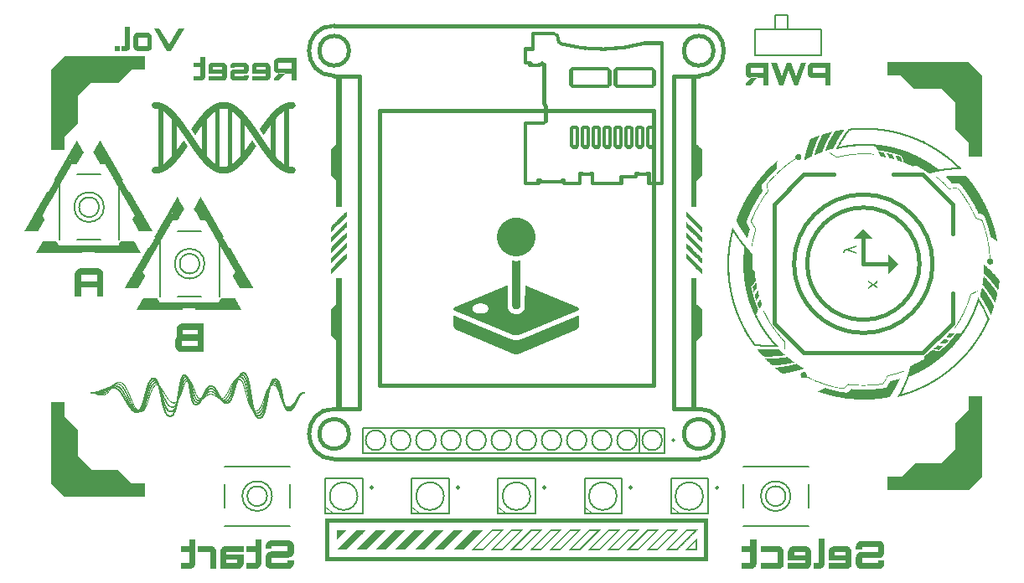
<source format=gbr>
%TF.GenerationSoftware,Altium Limited,Altium Designer,23.8.1 (32)*%
G04 Layer_Color=32896*
%FSLAX26Y26*%
%MOIN*%
%TF.SameCoordinates,3D9DC474-E985-4460-AF93-8E70B63C00C8*%
%TF.FilePolarity,Positive*%
%TF.FileFunction,Legend,Bot*%
%TF.Part,Single*%
G01*
G75*
%TA.AperFunction,NonConductor*%
%ADD65C,0.015748*%
%ADD68C,0.008000*%
%ADD69C,0.007874*%
%ADD73C,0.011811*%
%ADD74C,0.006142*%
%ADD75C,0.005000*%
%ADD76C,0.003937*%
G36*
X-890682Y818840D02*
X-890509D01*
X-890509Y818753D01*
X-889729D01*
Y818666D01*
X-889296Y818666D01*
Y818580D01*
X-889036D01*
Y818493D01*
X-888516D01*
Y818407D01*
X-888343Y818407D01*
X-888343Y818320D01*
X-887910D01*
Y818233D01*
X-887737Y818233D01*
Y818147D01*
X-887477D01*
Y818060D01*
X-887217D01*
X-887217Y817973D01*
X-887044D01*
X-887044Y817887D01*
X-886784D01*
X-886784Y817800D01*
X-886611D01*
Y817714D01*
X-886438Y817714D01*
Y817627D01*
X-886264Y817627D01*
Y817540D01*
X-886091Y817540D01*
X-886091Y817454D01*
X-885918D01*
X-885918Y817367D01*
X-885745D01*
Y817280D01*
X-885572Y817281D01*
X-885572Y817194D01*
X-885399D01*
X-885398Y817107D01*
X-885312D01*
Y817021D01*
X-885139D01*
X-885139Y816934D01*
X-885052D01*
X-885052Y816847D01*
X-884792D01*
Y816761D01*
X-884706D01*
X-884706Y816674D01*
X-884619D01*
Y816588D01*
X-884446D01*
X-884446Y816501D01*
X-884359D01*
X-884359Y816414D01*
X-884186D01*
X-884186Y816328D01*
X-884099Y816328D01*
Y816241D01*
X-883926Y816241D01*
Y816155D01*
X-883840Y816154D01*
Y816068D01*
X-883753D01*
X-883753Y815981D01*
X-883666D01*
Y815895D01*
X-883580Y815895D01*
Y815808D01*
X-883406Y815808D01*
Y815722D01*
X-883320D01*
X-883320Y815635D01*
X-883233D01*
Y815548D01*
X-883147D01*
Y815462D01*
X-883060Y815462D01*
Y815375D01*
X-882973D01*
Y815288D01*
X-882887D01*
X-882887Y815202D01*
X-882800D01*
Y815115D01*
X-882713Y815115D01*
Y815029D01*
X-882627D01*
X-882627Y814942D01*
X-882454D01*
Y814769D01*
X-882367Y814769D01*
Y814682D01*
X-882280D01*
Y814596D01*
X-882194D01*
X-882194Y814509D01*
X-882107D01*
Y814422D01*
X-882021Y814422D01*
Y814336D01*
X-881934Y814336D01*
Y814249D01*
X-881847D01*
Y814163D01*
X-881761D01*
X-881761Y813989D01*
X-881674D01*
X-881674Y813903D01*
X-881587D01*
Y813816D01*
X-881501D01*
Y813730D01*
X-881414Y813729D01*
Y813643D01*
X-881328D01*
X-881328Y813470D01*
X-881241D01*
Y813383D01*
X-881154D01*
X-881154Y813210D01*
X-881068D01*
X-881068Y813123D01*
X-880981D01*
X-880981Y812950D01*
X-880895D01*
X-880894Y812863D01*
X-880808D01*
Y812777D01*
X-880721D01*
Y812517D01*
X-880635D01*
X-880635Y812430D01*
X-880548D01*
X-880548Y812257D01*
X-880462Y812257D01*
Y812170D01*
X-880375Y812170D01*
Y811997D01*
X-880288D01*
X-880288Y811824D01*
X-880202D01*
X-880202Y811737D01*
X-880115D01*
X-880115Y811477D01*
X-880028Y811477D01*
X-880029Y811304D01*
X-879942D01*
X-879942Y811131D01*
X-879855Y811131D01*
X-879855Y810958D01*
X-879769D01*
Y810785D01*
X-879682D01*
Y810525D01*
X-879595D01*
X-879595Y810352D01*
X-879509D01*
Y810092D01*
X-879422D01*
Y809832D01*
X-879336D01*
X-879336Y809659D01*
X-879249D01*
X-879249Y809226D01*
X-879162D01*
Y809052D01*
X-879076D01*
Y808619D01*
X-878989Y808619D01*
Y808273D01*
X-878902D01*
Y807840D01*
X-878816D01*
X-878816Y807147D01*
X-878729D01*
Y806974D01*
X-878643D01*
Y804029D01*
X-878729D01*
X-878729Y803856D01*
X-878816D01*
Y803163D01*
X-878902Y803163D01*
Y802730D01*
X-878989D01*
Y802383D01*
X-879076Y802383D01*
Y801950D01*
X-879162Y801950D01*
X-879162Y801777D01*
X-879249D01*
X-879249Y801344D01*
X-879336D01*
Y801171D01*
X-879422D01*
X-879422Y800911D01*
X-879509Y800911D01*
Y800651D01*
X-879595D01*
X-879595Y800478D01*
X-879682D01*
Y800218D01*
X-879769D01*
Y800045D01*
X-879855D01*
Y799871D01*
X-879942D01*
X-879942Y799698D01*
X-880028D01*
Y799525D01*
X-880115Y799525D01*
Y799352D01*
X-880202Y799352D01*
Y799178D01*
X-880288D01*
X-880288Y799005D01*
X-880375D01*
Y798832D01*
X-880462D01*
Y798745D01*
X-880548Y798745D01*
Y798572D01*
X-880635D01*
X-880635Y798486D01*
X-880721D01*
Y798226D01*
X-880808D01*
Y798139D01*
X-880895Y798139D01*
Y798053D01*
X-880981Y798053D01*
X-880981Y797879D01*
X-881068D01*
X-881068Y797793D01*
X-881154D01*
Y797619D01*
X-881241Y797620D01*
Y797533D01*
X-881328D01*
X-881328Y797446D01*
X-881414D01*
X-881414Y797273D01*
X-881501Y797273D01*
Y797186D01*
X-881587Y797186D01*
X-881587Y797100D01*
X-881674D01*
X-881674Y797013D01*
X-881761D01*
X-881761Y796840D01*
X-881847D01*
X-881847Y796753D01*
X-881934D01*
Y796667D01*
X-882021Y796667D01*
Y796580D01*
X-882107D01*
Y796494D01*
X-882194Y796493D01*
Y796407D01*
X-882280D01*
X-882280Y796320D01*
X-882367D01*
Y796234D01*
X-882454Y796234D01*
Y796147D01*
X-882540D01*
X-882540Y796061D01*
X-882627D01*
Y795887D01*
X-882800D01*
Y795801D01*
X-882887Y795801D01*
Y795714D01*
X-882973Y795714D01*
Y795627D01*
X-883060D01*
Y795541D01*
X-883147Y795541D01*
Y795454D01*
X-883233D01*
X-883233Y795368D01*
X-883320D01*
Y795281D01*
X-883493D01*
X-883493Y795194D01*
X-883580D01*
X-883580Y795108D01*
X-883666Y795108D01*
Y795021D01*
X-883753D01*
Y794934D01*
X-883839D01*
X-883840Y794848D01*
X-884013Y794848D01*
Y794761D01*
X-884099Y794761D01*
Y794675D01*
X-884186Y794675D01*
Y794588D01*
X-884359Y794588D01*
Y794501D01*
X-884446D01*
Y794415D01*
X-884619D01*
X-884619Y794328D01*
X-884706D01*
X-884706Y794242D01*
X-884879D01*
Y794155D01*
X-885052D01*
Y794068D01*
X-885139D01*
X-885139Y793982D01*
X-885312D01*
X-885312Y793895D01*
X-885399Y793895D01*
X-885398Y793808D01*
X-885572D01*
Y793722D01*
X-885745D01*
Y793635D01*
X-885918Y793635D01*
Y793549D01*
X-886091D01*
X-886091Y793462D01*
X-886264D01*
Y793375D01*
X-886524D01*
X-886524Y793289D01*
X-886611D01*
X-886611Y793202D01*
X-886784D01*
Y793116D01*
X-887044D01*
Y793029D01*
X-887217D01*
Y792942D01*
X-887564D01*
X-887564Y792856D01*
X-887737Y792856D01*
Y792769D01*
X-887997D01*
X-887997Y792683D01*
X-888343Y792683D01*
Y792596D01*
X-888603D01*
Y792509D01*
X-889036Y792509D01*
X-889036Y792423D01*
X-889296Y792423D01*
Y792336D01*
X-889902D01*
Y792250D01*
X-890422Y792249D01*
Y792163D01*
X-891288D01*
X-891288Y792076D01*
X-894666D01*
X-894666Y791990D01*
X-895532D01*
Y791903D01*
X-896745D01*
X-896745Y791816D01*
X-897264D01*
Y791730D01*
X-897957Y791730D01*
Y791643D01*
X-898564D01*
X-898564Y791557D01*
X-898997D01*
Y791470D01*
X-899689Y791470D01*
X-899690Y791383D01*
X-900036D01*
X-900036Y791297D01*
X-900642D01*
X-900642Y791210D01*
X-900902D01*
Y791123D01*
X-901335Y791124D01*
Y791037D01*
X-901768Y791037D01*
X-901768Y790950D01*
X-902028D01*
Y790864D01*
X-902548D01*
Y790777D01*
X-902808D01*
X-902808Y790691D01*
X-903241D01*
X-903241Y790604D01*
X-903500D01*
Y790517D01*
X-903760D01*
Y790431D01*
X-904193D01*
Y790344D01*
X-904453D01*
Y790257D01*
X-904800D01*
X-904800Y790171D01*
X-905060D01*
X-905059Y790084D01*
X-905319D01*
Y789998D01*
X-905406D01*
X-905406Y789911D01*
X-905493D01*
Y562119D01*
X-905406D01*
X-905406Y562033D01*
X-905319D01*
Y561946D01*
X-905060D01*
X-905059Y561859D01*
X-904886Y561859D01*
Y561773D01*
X-904453D01*
Y561686D01*
X-904280Y561686D01*
Y561600D01*
X-903847D01*
X-903847Y561513D01*
X-903587D01*
X-903587Y561426D01*
X-903241D01*
Y561340D01*
X-902808Y561340D01*
Y561253D01*
X-902634D01*
X-902635Y561167D01*
X-902115D01*
Y561080D01*
X-901855D01*
Y560993D01*
X-901335D01*
Y560907D01*
X-900989Y560907D01*
X-900989Y560820D01*
X-900642D01*
X-900642Y560733D01*
X-900036D01*
Y560647D01*
X-899689Y560647D01*
Y560560D01*
X-899083D01*
Y560474D01*
X-898650D01*
Y560387D01*
X-898131D01*
X-898130Y560300D01*
X-897351Y560300D01*
Y560214D01*
X-896831D01*
Y560127D01*
X-895619D01*
X-895619Y560040D01*
X-894839D01*
X-894839Y559954D01*
X-891548Y559954D01*
X-891548Y559867D01*
X-890509D01*
X-890509Y559781D01*
X-889989D01*
Y559694D01*
X-889296D01*
Y559607D01*
X-889036D01*
X-889036Y559521D01*
X-888603Y559521D01*
X-888603Y559434D01*
X-888343D01*
X-888343Y559348D01*
X-888083D01*
Y559261D01*
X-887737D01*
Y559174D01*
X-887564Y559174D01*
X-887564Y559088D01*
X-887217D01*
Y559001D01*
X-887131D01*
X-887131Y558914D01*
X-886871D01*
Y558828D01*
X-886698Y558828D01*
Y558741D01*
X-886524D01*
X-886524Y558655D01*
X-886264D01*
Y558568D01*
X-886178Y558568D01*
Y558481D01*
X-885918D01*
Y558395D01*
X-885745Y558395D01*
Y558308D01*
X-885658D01*
X-885658Y558222D01*
X-885485D01*
X-885485Y558135D01*
X-885312Y558135D01*
Y558048D01*
X-885139Y558048D01*
X-885139Y557962D01*
X-885052D01*
Y557875D01*
X-884879D01*
Y557789D01*
X-884706D01*
Y557702D01*
X-884619D01*
X-884619Y557615D01*
X-884446D01*
X-884446Y557529D01*
X-884359D01*
Y557442D01*
X-884272D01*
Y557356D01*
X-884099Y557355D01*
Y557269D01*
X-884013D01*
X-884013Y557182D01*
X-883840D01*
Y557096D01*
X-883753Y557096D01*
Y557009D01*
X-883666D01*
Y556922D01*
X-883580Y556922D01*
X-883580Y556836D01*
X-883493D01*
X-883493Y556749D01*
X-883406D01*
Y556663D01*
X-883233Y556663D01*
X-883233Y556576D01*
X-883147D01*
X-883146Y556489D01*
X-883060D01*
Y556403D01*
X-882973D01*
Y556316D01*
X-882887D01*
Y556230D01*
X-882800D01*
X-882800Y556143D01*
X-882713D01*
Y556056D01*
X-882627D01*
Y555970D01*
X-882540Y555970D01*
Y555883D01*
X-882454D01*
X-882454Y555797D01*
X-882367D01*
Y555710D01*
X-882280D01*
Y555623D01*
X-882194D01*
Y555537D01*
X-882107Y555537D01*
Y555450D01*
X-882021D01*
X-882020Y555363D01*
X-881934D01*
Y555190D01*
X-881847Y555190D01*
X-881847Y555104D01*
X-881761D01*
Y555017D01*
X-881674D01*
X-881674Y554930D01*
X-881587D01*
X-881587Y554844D01*
X-881501Y554844D01*
Y554670D01*
X-881414D01*
X-881414Y554584D01*
X-881328D01*
Y554497D01*
X-881241Y554497D01*
Y554411D01*
X-881154D01*
X-881154Y554237D01*
X-881068D01*
X-881068Y554151D01*
X-880981D01*
X-880981Y553978D01*
X-880894D01*
X-880895Y553891D01*
X-880808D01*
Y553718D01*
X-880721D01*
X-880721Y553544D01*
X-880635D01*
X-880635Y553458D01*
X-880548D01*
Y553285D01*
X-880462Y553285D01*
Y553111D01*
X-880375D01*
Y553025D01*
X-880288D01*
X-880288Y552852D01*
X-880202D01*
Y552678D01*
X-880115Y552678D01*
Y552505D01*
X-880029D01*
X-880028Y552332D01*
X-879942D01*
X-879942Y552159D01*
X-879855D01*
Y551899D01*
X-879769Y551899D01*
Y551812D01*
X-879682D01*
X-879682Y551552D01*
X-879595D01*
Y551379D01*
X-879509D01*
Y551119D01*
X-879422D01*
X-879422Y550860D01*
X-879336D01*
X-879336Y550686D01*
X-879249D01*
X-879249Y550253D01*
X-879162D01*
X-879162Y550080D01*
X-879076Y550080D01*
Y549647D01*
X-878989Y549647D01*
Y549301D01*
X-878902D01*
Y548867D01*
X-878816Y548867D01*
X-878816Y548174D01*
X-878729Y548174D01*
Y548001D01*
X-878643D01*
Y545056D01*
X-878729Y545057D01*
Y544883D01*
X-878816Y544883D01*
Y544104D01*
X-878902D01*
X-878903Y543757D01*
X-878989D01*
Y543411D01*
X-879076D01*
Y542978D01*
X-879162D01*
X-879162Y542718D01*
X-879249D01*
X-879249Y542371D01*
X-879336D01*
X-879336Y542198D01*
X-879422D01*
Y541938D01*
X-879509D01*
Y541679D01*
X-879595D01*
X-879595Y541505D01*
X-879682D01*
Y541245D01*
X-879769Y541245D01*
Y541072D01*
X-879855Y541072D01*
X-879855Y540812D01*
X-879942D01*
Y540639D01*
X-880028D01*
Y540553D01*
X-880115Y540553D01*
Y540293D01*
X-880202Y540293D01*
X-880202Y540206D01*
X-880288D01*
X-880288Y540033D01*
X-880375D01*
X-880375Y539860D01*
X-880462D01*
Y539687D01*
X-880548D01*
Y539600D01*
X-880635Y539600D01*
X-880635Y539427D01*
X-880721D01*
Y539253D01*
X-880808D01*
Y539167D01*
X-880895Y539167D01*
X-880894Y538994D01*
X-880981D01*
X-880981Y538907D01*
X-881068Y538907D01*
X-881068Y538820D01*
X-881154D01*
Y538647D01*
X-881241Y538647D01*
Y538561D01*
X-881328D01*
X-881328Y538387D01*
X-881414D01*
X-881414Y538301D01*
X-881501D01*
Y538214D01*
X-881587D01*
Y538127D01*
X-881674D01*
Y538041D01*
X-881761Y538041D01*
X-881761Y537868D01*
X-881847D01*
X-881847Y537781D01*
X-881934Y537781D01*
Y537694D01*
X-882021Y537694D01*
X-882020Y537608D01*
X-882107D01*
X-882107Y537521D01*
X-882194D01*
Y537348D01*
X-882280Y537348D01*
Y537261D01*
X-882367D01*
Y537175D01*
X-882454D01*
X-882454Y537088D01*
X-882540D01*
Y537001D01*
X-882627Y537001D01*
Y536915D01*
X-882713D01*
X-882713Y536828D01*
X-882800D01*
Y536742D01*
X-882887D01*
X-882887Y536655D01*
X-883060D01*
Y536568D01*
X-883147Y536568D01*
X-883146Y536482D01*
X-883233D01*
X-883233Y536395D01*
X-883320D01*
X-883320Y536308D01*
X-883406Y536309D01*
Y536222D01*
X-883580Y536222D01*
Y536135D01*
X-883666Y536135D01*
Y536049D01*
X-883753D01*
Y535962D01*
X-883840D01*
Y535875D01*
X-883926Y535875D01*
Y535789D01*
X-884099Y535789D01*
Y535702D01*
X-884186D01*
X-884186Y535616D01*
X-884359Y535616D01*
Y535529D01*
X-884446Y535529D01*
X-884446Y535442D01*
X-884532Y535442D01*
Y535356D01*
X-884706Y535356D01*
X-884706Y535269D01*
X-884792D01*
Y535183D01*
X-884965D01*
X-884965Y535096D01*
X-885139D01*
X-885139Y535009D01*
X-885225D01*
X-885225Y534923D01*
X-885399D01*
Y534836D01*
X-885572Y534836D01*
Y534749D01*
X-885745Y534750D01*
X-885745Y534663D01*
X-885832D01*
X-885832Y534576D01*
X-886091D01*
X-886091Y534490D01*
X-886264Y534490D01*
Y534403D01*
X-886438Y534403D01*
X-886438Y534317D01*
X-886611D01*
Y534230D01*
X-886784D01*
X-886784Y534143D01*
X-887044D01*
Y534057D01*
X-887217Y534057D01*
X-887217Y533970D01*
X-887477Y533970D01*
Y533883D01*
X-887737D01*
Y533797D01*
X-887910D01*
Y533710D01*
X-888257D01*
X-888257Y533624D01*
X-888516Y533624D01*
Y533537D01*
X-888950D01*
Y533450D01*
X-889296D01*
Y533364D01*
X-889643D01*
Y533277D01*
X-890422D01*
X-890422Y533191D01*
X-890595D01*
X-890595Y533104D01*
X-895446D01*
Y533190D01*
X-895792Y533191D01*
Y533277D01*
X-897524D01*
Y533364D01*
X-898477D01*
Y533450D01*
X-899170D01*
X-899170Y533537D01*
X-900209D01*
X-900209Y533624D01*
X-900729D01*
X-900729Y533710D01*
X-901595D01*
Y533797D01*
X-902115D01*
X-902115Y533883D01*
X-902721D01*
X-902721Y533970D01*
X-903327D01*
Y534057D01*
X-903760D01*
Y534143D01*
X-904453Y534143D01*
Y534230D01*
X-904800D01*
X-904800Y534317D01*
X-905319Y534316D01*
Y534403D01*
X-905753D01*
Y534490D01*
X-906099D01*
X-906099Y534576D01*
X-906705D01*
X-906705Y534663D01*
X-906965D01*
Y534749D01*
X-907485D01*
Y534836D01*
X-907831Y534836D01*
Y534923D01*
X-908178D01*
Y535009D01*
X-908611D01*
X-908611Y535096D01*
X-908870Y535096D01*
Y535183D01*
X-909390D01*
Y535269D01*
X-909650D01*
Y535356D01*
X-909996Y535356D01*
Y535442D01*
X-910343D01*
Y535529D01*
X-910603D01*
Y535616D01*
X-911036Y535616D01*
Y535702D01*
X-911296D01*
X-911296Y535789D01*
X-911642D01*
X-911642Y535875D01*
X-911902D01*
Y535962D01*
X-912249D01*
X-912248Y536049D01*
X-912595D01*
X-912595Y536135D01*
X-912768D01*
Y536222D01*
X-913201Y536222D01*
Y536309D01*
X-913374Y536308D01*
X-913374Y536395D01*
X-913721D01*
X-913721Y536482D01*
X-913981D01*
X-913981Y536568D01*
X-914241D01*
Y536655D01*
X-914587D01*
X-914587Y536742D01*
X-914760D01*
Y536828D01*
X-915107D01*
Y536915D01*
X-915280D01*
X-915280Y537001D01*
X-915540D01*
Y537088D01*
X-915886D01*
Y537175D01*
X-916059D01*
X-916059Y537261D01*
X-916406D01*
Y537348D01*
X-916579D01*
X-916579Y537434D01*
X-916839D01*
Y537521D01*
X-917099D01*
X-917099Y537608D01*
X-917272D01*
X-917272Y537694D01*
X-917618D01*
Y537781D01*
X-917792D01*
X-917792Y537868D01*
X-918138D01*
X-918138Y537954D01*
X-918311D01*
X-918311Y538041D01*
X-918485D01*
Y538127D01*
X-918744D01*
Y538214D01*
X-918918D01*
X-918918Y538301D01*
X-919264D01*
X-919264Y538387D01*
X-919437Y538387D01*
Y538474D01*
X-919697Y538474D01*
X-919697Y538561D01*
X-919870D01*
X-919870Y538647D01*
X-920044D01*
X-920043Y538734D01*
X-920390D01*
Y538820D01*
X-920477D01*
Y538907D01*
X-920823Y538907D01*
Y538994D01*
X-920910D01*
Y539080D01*
X-921169D01*
Y539167D01*
X-921429D01*
X-921429Y539253D01*
X-921516D01*
X-921516Y539340D01*
X-921862D01*
X-921862Y539427D01*
X-921949Y539427D01*
Y539513D01*
X-922209Y539513D01*
X-922209Y539600D01*
X-922382Y539600D01*
Y539687D01*
X-922555D01*
X-922555Y539773D01*
X-922815D01*
X-922815Y539860D01*
X-922989D01*
Y539946D01*
X-923248D01*
X-923248Y540033D01*
X-923422D01*
Y540119D01*
X-923595Y540120D01*
Y540206D01*
X-923768D01*
X-923768Y540293D01*
X-923941D01*
Y540379D01*
X-924201D01*
Y540466D01*
X-924288D01*
X-924288Y540553D01*
X-924547D01*
Y540639D01*
X-924721Y540639D01*
Y540726D01*
X-924894D01*
X-924894Y540812D01*
X-925154D01*
Y540899D01*
X-925240D01*
X-925240Y540986D01*
X-925500D01*
Y541072D01*
X-925673Y541072D01*
Y541159D01*
X-925847D01*
X-925847Y541245D01*
X-926020D01*
Y541332D01*
X-926193Y541332D01*
Y541419D01*
X-926453D01*
X-926453Y541505D01*
X-926540D01*
Y541592D01*
X-926713D01*
Y541679D01*
X-926886D01*
X-926886Y541765D01*
X-927059Y541765D01*
Y541852D01*
X-927319D01*
X-927319Y541938D01*
X-927406Y541938D01*
Y542025D01*
X-927666D01*
Y542112D01*
X-927752D01*
X-927752Y542198D01*
X-927925D01*
Y542285D01*
X-928185D01*
X-928185Y542371D01*
X-928272D01*
Y542458D01*
X-928532D01*
Y542545D01*
X-928618D01*
X-928618Y542631D01*
X-928791D01*
Y542718D01*
X-928965Y542718D01*
Y542804D01*
X-929138D01*
X-929138Y542891D01*
X-929311D01*
Y542978D01*
X-929398D01*
X-929398Y543064D01*
X-929658D01*
X-929658Y543151D01*
X-929744Y543151D01*
Y543238D01*
X-929917Y543237D01*
X-929918Y543324D01*
X-930091D01*
X-930091Y543411D01*
X-930264Y543411D01*
Y543497D01*
X-930437Y543497D01*
Y543584D01*
X-930610Y543584D01*
Y543671D01*
X-930784D01*
X-930784Y543757D01*
X-930957D01*
X-930957Y543844D01*
X-931043D01*
X-931043Y543931D01*
X-931217D01*
Y544017D01*
X-931390D01*
Y544104D01*
X-931563D01*
X-931563Y544190D01*
X-931650Y544190D01*
X-931650Y544277D01*
X-931823D01*
Y544364D01*
X-931996D01*
X-931996Y544450D01*
X-932169D01*
Y544537D01*
X-932343Y544537D01*
Y544623D01*
X-932429D01*
X-932429Y544710D01*
X-932602D01*
Y544797D01*
X-932776D01*
X-932776Y544883D01*
X-932862Y544883D01*
Y544970D01*
X-933122Y544970D01*
X-933122Y545057D01*
X-933209D01*
Y545143D01*
X-933382D01*
X-933382Y545230D01*
X-933469D01*
X-933468Y545316D01*
X-933642D01*
Y545403D01*
X-933815D01*
X-933815Y545490D01*
X-933902D01*
X-933902Y545576D01*
X-934162D01*
Y545663D01*
X-934248D01*
Y545749D01*
X-934421Y545749D01*
Y545836D01*
X-934508D01*
Y545923D01*
X-934681D01*
X-934681Y546009D01*
X-934854D01*
Y546096D01*
X-934941D01*
X-934941Y546182D01*
X-935114D01*
Y546269D01*
X-935288D01*
X-935287Y546356D01*
X-935374D01*
X-935374Y546442D01*
X-935547D01*
Y546529D01*
X-935634D01*
X-935634Y546615D01*
X-935894D01*
X-935894Y546702D01*
X-935980D01*
X-935980Y546789D01*
X-936154Y546789D01*
Y546875D01*
X-936240D01*
Y546962D01*
X-936327D01*
X-936327Y547049D01*
X-936587D01*
Y547135D01*
X-936673D01*
X-936673Y547222D01*
X-936846Y547222D01*
Y547308D01*
X-936933D01*
X-936933Y547395D01*
X-937106D01*
Y547481D01*
X-937193D01*
X-937193Y547568D01*
X-937366D01*
Y547655D01*
X-937539Y547655D01*
X-937539Y547741D01*
X-937626D01*
Y547828D01*
X-937799Y547828D01*
Y547915D01*
X-937886D01*
X-937886Y548001D01*
X-937972D01*
X-937972Y548088D01*
X-938146D01*
X-938146Y548174D01*
X-938319Y548174D01*
Y548261D01*
X-938405D01*
Y548348D01*
X-938579D01*
Y548434D01*
X-938665D01*
X-938665Y548521D01*
X-938838D01*
X-938839Y548608D01*
X-938925D01*
Y548694D01*
X-939098D01*
Y548781D01*
X-939185D01*
X-939185Y548867D01*
X-939358D01*
X-939358Y548954D01*
X-939532D01*
Y549041D01*
X-939618D01*
Y549127D01*
X-939791D01*
Y549214D01*
X-939878D01*
Y549301D01*
X-940051D01*
X-940051Y549387D01*
X-940138Y549387D01*
Y549474D01*
X-940224D01*
X-940224Y549560D01*
X-940398D01*
Y549647D01*
X-940484D01*
X-940484Y549734D01*
X-940658Y549734D01*
Y549820D01*
X-940744Y549820D01*
X-940744Y549907D01*
X-940917D01*
Y549993D01*
X-941004Y549993D01*
Y550080D01*
X-941091D01*
X-941091Y550167D01*
X-941264D01*
X-941264Y550253D01*
X-941350D01*
Y550340D01*
X-941524D01*
X-941524Y550427D01*
X-941610Y550426D01*
Y550513D01*
X-941784Y550513D01*
Y550600D01*
X-941870D01*
X-941870Y550686D01*
X-942043D01*
Y550773D01*
X-942130Y550773D01*
Y550860D01*
X-942303D01*
Y550946D01*
X-942390D01*
Y551033D01*
X-942476D01*
Y551119D01*
X-942650D01*
X-942649Y551206D01*
X-942823D01*
Y551293D01*
X-942909D01*
X-942909Y551379D01*
X-942996D01*
Y551466D01*
X-943083Y551466D01*
Y551552D01*
X-943256Y551552D01*
Y551639D01*
X-943342D01*
Y551726D01*
X-943516D01*
X-943516Y551812D01*
X-943602D01*
X-943602Y551899D01*
X-943689Y551899D01*
Y551986D01*
X-943862Y551985D01*
Y552072D01*
X-943949D01*
X-943949Y552159D01*
X-944122D01*
Y552245D01*
X-944209Y552245D01*
Y552332D01*
X-944295D01*
Y552419D01*
X-944468D01*
X-944468Y552505D01*
X-944555D01*
X-944555Y552592D01*
X-944642Y552592D01*
Y552678D01*
X-944815Y552678D01*
X-944815Y552765D01*
X-944901D01*
Y552851D01*
X-945075Y552852D01*
Y552938D01*
X-945161Y552938D01*
Y553025D01*
X-945248D01*
Y553111D01*
X-945421D01*
X-945421Y553198D01*
X-945508D01*
X-945508Y553285D01*
X-945594Y553285D01*
Y553371D01*
X-945768D01*
Y553458D01*
X-945854D01*
X-945854Y553544D01*
X-945941D01*
X-945941Y553631D01*
X-946114D01*
Y553718D01*
X-946201D01*
Y553804D01*
X-946287Y553804D01*
Y553891D01*
X-946461D01*
X-946460Y553978D01*
X-946547D01*
X-946547Y554064D01*
X-946634D01*
Y554151D01*
X-946807D01*
X-946807Y554237D01*
X-946894D01*
X-946894Y554324D01*
X-946980D01*
Y554411D01*
X-947067D01*
Y554497D01*
X-947240Y554497D01*
Y554584D01*
X-947327D01*
X-947327Y554670D01*
X-947413D01*
Y554757D01*
X-947586Y554757D01*
X-947587Y554844D01*
X-947673D01*
Y554930D01*
X-947760D01*
Y555017D01*
X-947846D01*
Y555104D01*
X-948020D01*
X-948019Y555190D01*
X-948106Y555190D01*
Y555277D01*
X-948193Y555277D01*
Y555363D01*
X-948366D01*
X-948366Y555450D01*
X-948452D01*
Y555537D01*
X-948539D01*
X-948539Y555623D01*
X-948712D01*
X-948712Y555710D01*
X-948799D01*
Y555797D01*
X-948886D01*
X-948886Y555883D01*
X-948972Y555883D01*
Y555970D01*
X-949145Y555970D01*
X-949145Y556056D01*
X-949232D01*
X-949232Y556143D01*
X-949319Y556143D01*
Y556230D01*
X-949405Y556229D01*
Y556316D01*
X-949578D01*
Y556403D01*
X-949665Y556403D01*
Y556489D01*
X-949752D01*
X-949752Y556576D01*
X-949838D01*
Y556663D01*
X-950012Y556663D01*
Y556749D01*
X-950098D01*
Y556836D01*
X-950185D01*
X-950185Y556922D01*
X-950271D01*
Y557009D01*
X-950445D01*
Y557096D01*
X-950531D01*
Y557182D01*
X-950618D01*
X-950618Y557269D01*
X-950705D01*
X-950705Y557356D01*
X-950791Y557355D01*
Y557442D01*
X-950964D01*
X-950964Y557529D01*
X-951051D01*
Y557615D01*
X-951138Y557615D01*
Y557702D01*
X-951224D01*
Y557788D01*
X-951397Y557789D01*
Y557875D01*
X-951484D01*
Y557962D01*
X-951571D01*
X-951571Y558048D01*
X-951657D01*
Y558135D01*
X-951744Y558135D01*
Y558222D01*
X-951917D01*
Y558308D01*
X-952004D01*
X-952004Y558395D01*
X-952090D01*
Y558481D01*
X-952177Y558481D01*
Y558568D01*
X-952264Y558568D01*
X-952264Y558655D01*
X-952437D01*
X-952437Y558741D01*
X-952523D01*
Y558828D01*
X-952610D01*
Y558914D01*
X-952697D01*
X-952697Y559001D01*
X-952783D01*
Y559088D01*
X-952956D01*
X-952957Y559174D01*
X-953043D01*
X-953043Y559261D01*
X-953130D01*
Y559348D01*
X-953216D01*
Y559434D01*
X-953303D01*
Y559521D01*
X-953476Y559521D01*
Y559607D01*
X-953563D01*
Y559694D01*
X-953649D01*
Y559781D01*
X-953736D01*
X-953736Y559867D01*
X-953823D01*
X-953822Y559954D01*
X-953909D01*
Y560040D01*
X-953996D01*
Y560127D01*
X-954169D01*
X-954169Y560214D01*
X-954256D01*
X-954256Y560300D01*
X-954342Y560300D01*
Y560387D01*
X-954429D01*
Y560474D01*
X-954515D01*
X-954515Y560560D01*
X-954689D01*
Y560647D01*
X-954775Y560647D01*
Y560733D01*
X-954862D01*
Y560820D01*
X-954948D01*
X-954949Y560907D01*
X-955035D01*
Y560993D01*
X-955122Y560993D01*
Y561080D01*
X-955208D01*
Y561167D01*
X-955382D01*
X-955382Y561253D01*
X-955468D01*
X-955468Y561340D01*
X-955555Y561340D01*
Y561426D01*
X-955641Y561426D01*
X-955641Y561513D01*
X-955728D01*
X-955728Y561600D01*
X-955815Y561599D01*
Y561686D01*
X-955901Y561686D01*
X-955901Y561773D01*
X-956075D01*
Y561859D01*
X-956161D01*
X-956161Y561946D01*
X-956248D01*
Y562033D01*
X-956334Y562033D01*
Y562119D01*
X-956421D01*
X-956421Y562206D01*
X-956508D01*
Y562292D01*
X-956594Y562292D01*
X-956594Y562379D01*
X-956768D01*
Y562466D01*
X-956854D01*
Y562552D01*
X-956941Y562552D01*
Y562639D01*
X-957027D01*
X-957027Y562726D01*
X-957114D01*
X-957114Y562812D01*
X-957200D01*
Y562899D01*
X-957287D01*
X-957287Y562985D01*
X-957374D01*
Y563072D01*
X-957460Y563072D01*
Y563159D01*
X-957547D01*
Y563245D01*
X-957720D01*
Y563332D01*
X-957807D01*
X-957807Y563418D01*
X-957893D01*
X-957893Y563505D01*
X-957980D01*
Y563591D01*
X-958067Y563592D01*
Y563678D01*
X-958153D01*
X-958153Y563765D01*
X-958240D01*
Y563851D01*
X-958327D01*
X-958326Y563938D01*
X-958413Y563938D01*
Y564025D01*
X-958586Y564025D01*
X-958586Y564111D01*
X-958673D01*
X-958673Y564198D01*
X-958760Y564198D01*
Y564284D01*
X-958846Y564284D01*
Y564371D01*
X-958933D01*
X-958933Y564458D01*
X-959019D01*
Y564544D01*
X-959106D01*
Y564631D01*
X-959193Y564631D01*
Y564717D01*
X-959279D01*
X-959279Y564804D01*
X-959366D01*
X-959366Y564891D01*
X-959452D01*
X-959452Y564977D01*
X-959539Y564977D01*
Y565064D01*
X-959712D01*
X-959712Y565151D01*
X-959799D01*
Y565237D01*
X-959885D01*
X-959885Y565324D01*
X-959972D01*
Y565410D01*
X-960059Y565410D01*
Y565497D01*
X-960145D01*
X-960145Y565584D01*
X-960232D01*
Y565670D01*
X-960319Y565670D01*
Y565757D01*
X-960405D01*
Y565843D01*
X-960492Y565844D01*
Y565930D01*
X-960578D01*
Y566017D01*
X-960665D01*
Y566103D01*
X-960752Y566103D01*
Y566190D01*
X-960925D01*
Y566277D01*
X-961011D01*
X-961011Y566363D01*
X-961098D01*
Y566450D01*
X-961185Y566450D01*
Y566537D01*
X-961271Y566536D01*
Y566623D01*
X-961358D01*
Y566710D01*
X-961444D01*
X-961445Y566796D01*
X-961531D01*
Y566883D01*
X-961618Y566883D01*
Y566970D01*
X-961704D01*
Y567056D01*
X-961791D01*
X-961791Y567143D01*
X-961878D01*
Y567229D01*
X-961964Y567229D01*
Y567316D01*
X-962051D01*
Y567403D01*
X-962137D01*
X-962138Y567489D01*
X-962224D01*
X-962224Y567576D01*
X-962311D01*
Y567662D01*
X-962397D01*
Y567749D01*
X-962484D01*
X-962484Y567836D01*
X-962570D01*
Y567922D01*
X-962657Y567922D01*
Y568009D01*
X-962744D01*
Y568096D01*
X-962830D01*
Y568182D01*
X-962917D01*
X-962917Y568269D01*
X-963090Y568269D01*
Y568442D01*
X-963263D01*
X-963263Y568615D01*
X-963437D01*
X-963437Y568702D01*
X-963523Y568702D01*
Y568788D01*
X-963610D01*
X-963610Y568875D01*
X-963697D01*
X-963696Y568962D01*
X-963783Y568962D01*
Y569048D01*
X-963870Y569048D01*
X-963870Y569135D01*
X-963956D01*
Y569221D01*
X-964043D01*
X-964043Y569308D01*
X-964130D01*
X-964130Y569395D01*
X-964216Y569395D01*
Y569481D01*
X-964303D01*
X-964303Y569568D01*
X-964389D01*
X-964389Y569654D01*
X-964476Y569654D01*
Y569741D01*
X-964563Y569741D01*
Y569828D01*
X-964649D01*
Y569914D01*
X-964736D01*
X-964736Y570001D01*
X-964822D01*
X-964822Y570088D01*
X-964909Y570087D01*
Y570174D01*
X-964996Y570174D01*
Y570261D01*
X-965082D01*
X-965082Y570347D01*
X-965169D01*
X-965169Y570434D01*
X-965255Y570434D01*
Y570521D01*
X-965342D01*
Y570607D01*
X-965429D01*
X-965429Y570694D01*
X-965515D01*
X-965515Y570780D01*
X-965602D01*
X-965602Y570867D01*
X-965688Y570867D01*
Y570954D01*
X-965775D01*
X-965775Y571040D01*
X-965862D01*
X-965862Y571127D01*
X-965948Y571127D01*
Y571213D01*
X-966035D01*
Y571300D01*
X-966122D01*
Y571387D01*
X-966208D01*
X-966208Y571473D01*
X-966295D01*
X-966295Y571560D01*
X-966381Y571560D01*
Y571647D01*
X-966468D01*
X-966468Y571733D01*
X-966555D01*
X-966555Y571820D01*
X-966641Y571820D01*
Y571906D01*
X-966728D01*
Y571993D01*
X-966814Y571993D01*
Y572080D01*
X-966901D01*
X-966901Y572166D01*
X-966988D01*
X-966988Y572253D01*
X-967074Y572253D01*
Y572340D01*
X-967161Y572339D01*
X-967161Y572426D01*
X-967248D01*
X-967247Y572513D01*
X-967334D01*
Y572599D01*
X-967421D01*
X-967421Y572773D01*
X-967594D01*
Y572946D01*
X-967681D01*
X-967681Y573032D01*
X-967854Y573032D01*
Y573206D01*
X-968027D01*
X-968027Y573379D01*
X-968114D01*
Y573465D01*
X-968200Y573466D01*
Y573552D01*
X-968287D01*
Y573639D01*
X-968374D01*
X-968374Y573725D01*
X-968460D01*
Y573812D01*
X-968547D01*
Y573899D01*
X-968633D01*
Y573985D01*
X-968720D01*
X-968720Y574072D01*
X-968807D01*
X-968807Y574158D01*
X-968893D01*
Y574245D01*
X-968980D01*
Y574332D01*
X-969066D01*
X-969067Y574418D01*
X-969153D01*
Y574505D01*
X-969240D01*
Y574591D01*
X-969326D01*
X-969326Y574678D01*
X-969413D01*
X-969413Y574765D01*
X-969500D01*
X-969500Y574851D01*
X-969586D01*
Y574938D01*
X-969673D01*
Y575024D01*
X-969759D01*
X-969759Y575111D01*
X-969846D01*
Y575198D01*
X-969933Y575198D01*
Y575284D01*
X-970019D01*
Y575371D01*
X-970106D01*
Y575544D01*
X-970192Y575544D01*
Y575631D01*
X-970279D01*
X-970279Y575717D01*
X-970366D01*
Y575804D01*
X-970452Y575804D01*
Y575890D01*
X-970539Y575891D01*
Y575977D01*
X-970625D01*
Y576064D01*
X-970712Y576064D01*
Y576150D01*
X-970799D01*
Y576237D01*
X-970885Y576237D01*
Y576324D01*
X-970972Y576324D01*
Y576410D01*
X-971058D01*
X-971059Y576497D01*
X-971145D01*
Y576670D01*
X-971232Y576670D01*
Y576757D01*
X-971318D01*
X-971318Y576843D01*
X-971405D01*
Y576930D01*
X-971492Y576930D01*
X-971492Y577017D01*
X-971578Y577016D01*
Y577103D01*
X-971665D01*
X-971665Y577190D01*
X-971751D01*
X-971751Y577276D01*
X-971838Y577276D01*
Y577363D01*
X-971925Y577363D01*
Y577450D01*
X-972011D01*
X-972011Y577536D01*
X-972098D01*
X-972098Y577623D01*
X-972185D01*
X-972184Y577710D01*
X-972271Y577709D01*
Y577796D01*
X-972358Y577796D01*
X-972358Y577883D01*
X-972444D01*
X-972444Y578056D01*
X-972531D01*
X-972531Y578143D01*
X-972618Y578143D01*
Y578229D01*
X-972704D01*
X-972704Y578316D01*
X-972791D01*
X-972791Y578402D01*
X-972877D01*
Y578489D01*
X-972964Y578489D01*
Y578576D01*
X-973051D01*
X-973051Y578662D01*
X-973137D01*
X-973137Y578749D01*
X-973224D01*
X-973224Y578836D01*
X-973311Y578835D01*
Y578922D01*
X-973397Y578922D01*
Y579095D01*
X-973484D01*
Y579182D01*
X-973570Y579182D01*
Y579269D01*
X-973657D01*
Y579355D01*
X-973744Y579355D01*
Y579442D01*
X-973830D01*
X-973830Y579528D01*
X-973917D01*
Y579615D01*
X-974003Y579615D01*
Y579702D01*
X-974090D01*
X-974090Y579875D01*
X-974263Y579875D01*
Y580048D01*
X-974350D01*
X-974350Y580135D01*
X-974436D01*
Y580221D01*
X-974523Y580221D01*
Y580308D01*
X-974610D01*
X-974610Y580394D01*
X-974696D01*
X-974696Y580481D01*
X-974783D01*
Y580568D01*
X-974870D01*
Y580654D01*
X-974956Y580654D01*
Y580741D01*
X-975043D01*
Y580914D01*
X-975129D01*
X-975129Y581001D01*
X-975216Y581001D01*
Y581087D01*
X-975303Y581087D01*
X-975303Y581174D01*
X-975389D01*
X-975389Y581261D01*
X-975476Y581260D01*
Y581347D01*
X-975562D01*
Y581434D01*
X-975649Y581434D01*
Y581520D01*
X-975736D01*
Y581694D01*
X-975822D01*
Y581780D01*
X-975909Y581780D01*
Y581867D01*
X-975995D01*
X-975995Y581953D01*
X-976082D01*
Y582040D01*
X-976169D01*
X-976169Y582127D01*
X-976255D01*
Y582213D01*
X-976342Y582213D01*
Y582300D01*
X-976428D01*
X-976429Y582387D01*
X-976515D01*
Y582560D01*
X-976602D01*
X-976602Y582646D01*
X-976688D01*
Y582733D01*
X-976775D01*
X-976775Y582820D01*
X-976862D01*
X-976862Y582906D01*
X-976948Y582906D01*
Y582993D01*
X-977035D01*
Y583166D01*
X-977121D01*
Y583253D01*
X-977208D01*
Y583339D01*
X-977295D01*
Y583426D01*
X-977381D01*
X-977381Y583513D01*
X-977468D01*
X-977468Y583599D01*
X-977554D01*
Y583686D01*
X-977641D01*
Y583859D01*
X-977728Y583859D01*
Y583946D01*
X-977814Y583946D01*
Y584032D01*
X-977901D01*
Y584119D01*
X-977987D01*
Y584206D01*
X-978074D01*
X-978074Y584292D01*
X-978161D01*
Y584379D01*
X-978247Y584379D01*
X-978247Y584552D01*
X-978334D01*
X-978334Y584639D01*
X-978421Y584638D01*
Y584725D01*
X-978507D01*
Y584812D01*
X-978594D01*
X-978594Y584898D01*
X-978680D01*
Y584985D01*
X-978767Y584985D01*
Y585072D01*
X-978854Y585072D01*
X-978854Y585245D01*
X-978940D01*
X-978940Y585331D01*
X-979027D01*
Y585418D01*
X-979114Y585418D01*
Y585505D01*
X-979200Y585505D01*
Y585591D01*
X-979287D01*
X-979287Y585678D01*
X-979373D01*
X-979373Y585764D01*
X-979460Y585764D01*
Y585938D01*
X-979547D01*
Y586024D01*
X-979633Y586024D01*
Y586111D01*
X-979720D01*
X-979720Y586198D01*
X-979806D01*
Y586284D01*
X-979893D01*
Y586457D01*
X-979980Y586457D01*
Y586544D01*
X-980066D01*
X-980066Y586631D01*
X-980153D01*
Y586717D01*
X-980240D01*
X-980240Y586804D01*
X-980326D01*
Y586890D01*
X-980413Y586890D01*
Y586977D01*
X-980499D01*
Y587150D01*
X-980586Y587150D01*
Y587237D01*
X-980673Y587237D01*
X-980673Y587323D01*
X-980759D01*
X-980759Y587410D01*
X-980846D01*
Y587497D01*
X-980933D01*
X-980932Y587670D01*
X-981019Y587670D01*
Y587757D01*
X-981106D01*
X-981106Y587843D01*
X-981192D01*
Y587930D01*
X-981279Y587930D01*
Y588016D01*
X-981365D01*
Y588190D01*
X-981452D01*
X-981452Y588276D01*
X-981539D01*
Y588363D01*
X-981625D01*
X-981625Y588449D01*
X-981712D01*
Y588536D01*
X-981799Y588536D01*
Y588623D01*
X-981885Y588623D01*
Y588796D01*
X-981972D01*
X-981972Y588883D01*
X-982058D01*
Y588969D01*
X-982145Y588969D01*
Y589056D01*
X-982231D01*
Y589229D01*
X-982318D01*
X-982318Y589316D01*
X-982405D01*
Y589402D01*
X-982491Y589402D01*
Y589489D01*
X-982578Y589489D01*
X-982578Y589576D01*
X-982665D01*
X-982665Y589662D01*
X-982751Y589662D01*
Y589835D01*
X-982838Y589835D01*
Y589922D01*
X-982925D01*
Y590008D01*
X-983011Y590009D01*
Y590095D01*
X-983098D01*
Y590182D01*
X-983184Y590182D01*
X-983184Y590355D01*
X-983271D01*
X-983271Y590442D01*
X-983358D01*
X-983357Y590528D01*
X-983444Y590528D01*
Y590615D01*
X-983531D01*
X-983531Y590701D01*
X-983617Y590701D01*
Y590875D01*
X-983704D01*
X-983704Y590961D01*
X-983791D01*
Y591048D01*
X-983877D01*
Y591135D01*
X-983964D01*
X-983964Y591221D01*
X-984050D01*
X-984051Y591394D01*
X-984137D01*
Y591481D01*
X-984224Y591481D01*
Y591568D01*
X-984310D01*
Y591654D01*
X-984397Y591654D01*
X-984397Y591827D01*
X-984484D01*
X-984484Y591914D01*
X-984570Y591914D01*
Y592001D01*
X-984657D01*
X-984657Y592087D01*
X-984743D01*
Y592174D01*
X-984830D01*
Y592347D01*
X-984917Y592347D01*
Y592434D01*
X-985003D01*
Y592520D01*
X-985090D01*
X-985090Y592607D01*
X-985176D01*
X-985177Y592780D01*
X-985263D01*
Y592867D01*
X-985350D01*
Y592953D01*
X-985436D01*
X-985436Y593040D01*
X-985523D01*
Y593126D01*
X-985609Y593127D01*
Y593213D01*
X-985696D01*
Y593386D01*
X-985783Y593386D01*
Y593473D01*
X-985869D01*
Y593560D01*
X-985956D01*
Y593733D01*
X-986043Y593733D01*
Y593819D01*
X-986129Y593819D01*
X-986129Y593906D01*
X-986216D01*
X-986216Y593993D01*
X-986302D01*
X-986303Y594166D01*
X-986389D01*
Y594253D01*
X-986476Y594253D01*
Y594339D01*
X-986562D01*
X-986562Y594426D01*
X-986649D01*
Y594512D01*
X-986735Y594512D01*
X-986736Y594686D01*
X-986822D01*
Y594772D01*
X-986909Y594772D01*
Y594859D01*
X-986995D01*
X-986995Y595032D01*
X-987082D01*
X-987082Y595119D01*
X-987168Y595119D01*
Y595205D01*
X-987255Y595205D01*
Y595292D01*
X-987342D01*
X-987342Y595379D01*
X-987428D01*
X-987428Y595465D01*
X-987515Y595465D01*
Y595638D01*
X-987601D01*
Y595725D01*
X-987688D01*
Y595812D01*
X-987775D01*
Y595985D01*
X-987861Y595985D01*
Y596071D01*
X-987948D01*
X-987948Y596158D01*
X-988035D01*
Y596245D01*
X-988121D01*
Y596331D01*
X-988208Y596331D01*
Y596505D01*
X-988294D01*
X-988294Y596591D01*
X-988381D01*
X-988381Y596678D01*
X-988468D01*
X-988468Y596851D01*
X-988554D01*
Y596938D01*
X-988641D01*
X-988641Y597024D01*
X-988727D01*
X-988728Y597111D01*
X-988814D01*
X-988814Y597284D01*
X-988901D01*
Y597370D01*
X-988987Y597371D01*
Y597457D01*
X-989074D01*
X-989074Y597544D01*
X-989161D01*
Y597630D01*
X-989247D01*
Y597804D01*
X-989334Y597804D01*
Y597890D01*
X-989420D01*
Y598063D01*
X-989507D01*
Y598150D01*
X-989594Y598150D01*
Y598237D01*
X-989680D01*
Y598323D01*
X-989767D01*
Y598410D01*
X-989854D01*
X-989854Y598583D01*
X-989940D01*
X-989940Y598670D01*
X-990027D01*
Y598756D01*
X-990113Y598756D01*
Y598930D01*
X-990200Y598930D01*
Y599016D01*
X-990287D01*
X-990287Y599103D01*
X-990373D01*
X-990373Y599189D01*
X-990460Y599189D01*
Y599363D01*
X-990546D01*
X-990547Y599449D01*
X-990633D01*
X-990633Y599536D01*
X-990720D01*
Y599623D01*
X-990806Y599622D01*
Y599796D01*
X-990893D01*
X-990893Y599882D01*
X-990979D01*
Y599969D01*
X-991066D01*
Y600142D01*
X-991153D01*
X-991153Y600229D01*
X-991239Y600229D01*
Y600315D01*
X-991326Y600316D01*
Y600402D01*
X-991413D01*
X-991413Y600489D01*
X-991499D01*
Y600662D01*
X-991586Y600662D01*
Y600749D01*
X-991672D01*
X-991672Y600835D01*
X-991759D01*
X-991759Y601008D01*
X-991846D01*
Y601095D01*
X-991932Y601095D01*
X-991932Y601268D01*
X-992019D01*
X-992019Y601355D01*
X-992106D01*
X-992105Y601441D01*
X-992192Y601441D01*
Y601528D01*
X-992279D01*
Y601615D01*
X-992365D01*
Y601788D01*
X-992452D01*
Y601874D01*
X-992538Y601875D01*
X-992539Y602048D01*
X-992625D01*
Y602134D01*
X-992712Y602134D01*
Y602221D01*
X-992798D01*
Y602308D01*
X-992885D01*
Y602394D01*
X-992971D01*
X-992972Y602567D01*
X-993058D01*
Y602654D01*
X-993145D01*
X-993145Y602741D01*
X-993231D01*
X-993231Y602914D01*
X-993318D01*
Y603000D01*
X-993405Y603000D01*
X-993405Y603087D01*
X-993491D01*
X-993491Y603174D01*
X-993578D01*
X-993578Y603347D01*
X-993664D01*
Y603433D01*
X-993751D01*
Y603520D01*
X-993838Y603520D01*
Y603693D01*
X-993924D01*
X-993924Y603780D01*
X-994011D01*
Y603953D01*
X-994098Y603953D01*
Y604040D01*
X-994184D01*
X-994184Y604126D01*
X-994271D01*
X-994271Y604213D01*
X-994357Y604213D01*
Y604300D01*
X-994444D01*
Y604473D01*
X-994531D01*
Y604559D01*
X-994617D01*
X-994617Y604733D01*
X-994704D01*
X-994704Y604819D01*
X-994790D01*
Y604906D01*
X-994877Y604906D01*
Y604993D01*
X-994964D01*
X-994964Y605079D01*
X-995050D01*
X-995050Y605252D01*
X-995137D01*
X-995137Y605339D01*
X-995224Y605339D01*
Y605512D01*
X-995310D01*
X-995310Y605599D01*
X-995397D01*
Y605686D01*
X-995483D01*
X-995483Y605859D01*
X-995570Y605859D01*
Y605945D01*
X-995657D01*
X-995657Y606032D01*
X-995743D01*
Y606118D01*
X-995830D01*
Y606292D01*
X-995917D01*
X-995916Y606378D01*
X-996003D01*
X-996003Y606465D01*
X-996090D01*
X-996090Y606638D01*
X-996176D01*
Y606725D01*
X-996263D01*
X-996263Y606811D01*
X-996349D01*
X-996350Y606985D01*
X-996436D01*
Y607071D01*
X-996523D01*
Y607245D01*
X-996609Y607244D01*
Y607331D01*
X-996696D01*
X-996696Y607418D01*
X-996783D01*
X-996783Y607504D01*
X-996869D01*
X-996869Y607678D01*
X-996956D01*
Y607764D01*
X-997042D01*
X-997042Y607851D01*
X-997129D01*
X-997129Y608024D01*
X-997216D01*
X-997216Y608111D01*
X-997302D01*
X-997302Y608197D01*
X-997389D01*
Y608370D01*
X-997476Y608370D01*
Y608457D01*
X-997562D01*
X-997562Y608544D01*
X-997649D01*
Y608630D01*
X-997735Y608630D01*
X-997735Y608803D01*
X-997822D01*
Y608890D01*
X-997909D01*
X-997909Y609063D01*
X-997995D01*
Y609150D01*
X-998082Y609150D01*
Y609237D01*
X-998168D01*
X-998168Y609410D01*
X-998255Y609410D01*
Y609496D01*
X-998341D01*
X-998342Y609583D01*
X-998428D01*
X-998428Y609756D01*
X-998515Y609756D01*
Y609843D01*
X-998601Y609843D01*
X-998601Y609929D01*
X-998688D01*
X-998688Y610016D01*
X-998775D01*
X-998775Y610189D01*
X-998861Y610189D01*
Y610276D01*
X-998948D01*
X-998948Y610449D01*
X-999034D01*
Y610536D01*
X-999121D01*
Y610622D01*
X-999208D01*
Y610796D01*
X-999294D01*
X-999294Y610882D01*
X-999381D01*
Y610969D01*
X-999467D01*
Y611142D01*
X-999554D01*
X-999554Y611229D01*
X-999641D01*
X-999641Y611402D01*
X-999727D01*
X-999727Y611489D01*
X-999814D01*
X-999814Y611575D01*
X-999901Y611575D01*
Y611662D01*
X-999987D01*
X-999987Y611835D01*
X-1000074D01*
X-1000074Y611922D01*
X-1000160D01*
X-1000160Y612008D01*
X-1000247Y612008D01*
Y612181D01*
X-1000334D01*
X-1000334Y612268D01*
X-1000420D01*
Y612441D01*
X-1000507Y612441D01*
Y612528D01*
X-1000593D01*
X-1000594Y612615D01*
X-1000680D01*
Y612788D01*
X-1000767D01*
X-1000767Y612874D01*
X-1000853D01*
X-1000853Y612961D01*
X-1000940Y612961D01*
Y613134D01*
X-1001027Y613134D01*
Y613221D01*
X-1001113D01*
X-1001113Y613307D01*
X-1001200D01*
X-1001200Y613394D01*
X-1001286D01*
X-1001287Y613567D01*
X-1001373D01*
Y613654D01*
X-1001460Y613654D01*
Y613827D01*
X-1001546Y613827D01*
Y613914D01*
X-1001633D01*
X-1001633Y614000D01*
X-1001720D01*
Y614173D01*
X-1001806Y614173D01*
X-1001806Y614260D01*
X-1001893D01*
X-1001893Y614433D01*
X-1001979D01*
X-1001979Y614520D01*
X-1002066D01*
Y614606D01*
X-1002153Y614607D01*
X-1002153Y614780D01*
X-1002239D01*
X-1002239Y614866D01*
X-1002326Y614866D01*
Y614953D01*
X-1002412D01*
Y615126D01*
X-1002499D01*
Y615213D01*
X-1002586D01*
X-1002586Y615386D01*
X-1002672D01*
X-1002672Y615473D01*
X-1002759D01*
Y615559D01*
X-1002846Y615559D01*
Y615646D01*
X-1002932D01*
X-1002932Y615819D01*
X-1003019D01*
X-1003019Y615906D01*
X-1003105D01*
Y616079D01*
X-1003192D01*
Y616166D01*
X-1003279D01*
X-1003279Y616252D01*
X-1003365D01*
X-1003365Y616425D01*
X-1003452D01*
Y616512D01*
X-1003538D01*
Y616685D01*
X-1003625Y616685D01*
Y616772D01*
X-1003712D01*
X-1003712Y616859D01*
X-1003798D01*
Y617032D01*
X-1003885D01*
Y617118D01*
X-1003971D01*
Y617205D01*
X-1004058Y617205D01*
Y617378D01*
X-1004145D01*
Y617465D01*
X-1004231Y617465D01*
Y617638D01*
X-1004318Y617638D01*
Y617725D01*
X-1004404Y617725D01*
Y617811D01*
X-1004491D01*
Y617898D01*
X-1004578D01*
Y618071D01*
X-1004664Y618071D01*
Y618158D01*
X-1004751Y618158D01*
Y618331D01*
X-1004837D01*
X-1004838Y618418D01*
X-1004924D01*
Y618504D01*
X-1005011Y618504D01*
Y618677D01*
X-1005097D01*
X-1005097Y618764D01*
X-1005184D01*
Y618937D01*
X-1005271Y618937D01*
X-1005271Y619024D01*
X-1005357D01*
X-1005357Y619110D01*
X-1005444Y619110D01*
Y619284D01*
X-1005530D01*
Y619370D01*
X-1005617D01*
X-1005617Y619543D01*
X-1005704D01*
Y619630D01*
X-1005790Y619630D01*
Y619717D01*
X-1005877D01*
X-1005877Y619890D01*
X-1005964D01*
X-1005963Y619977D01*
X-1006050Y619976D01*
Y620150D01*
X-1006137D01*
Y620236D01*
X-1006223D01*
X-1006223Y620323D01*
X-1006310D01*
X-1006310Y620496D01*
X-1006396D01*
Y620583D01*
X-1006483D01*
X-1006483Y620756D01*
X-1006570D01*
Y620843D01*
X-1006657D01*
X-1006656Y620929D01*
X-1006743D01*
X-1006743Y621102D01*
X-1006830D01*
Y621189D01*
X-1006916Y621189D01*
Y621362D01*
X-1007003D01*
X-1007003Y621449D01*
X-1007089D01*
Y621536D01*
X-1007176D01*
Y621709D01*
X-1007263D01*
Y621795D01*
X-1007349Y621795D01*
Y621882D01*
X-1007436D01*
Y622055D01*
X-1007523D01*
X-1007523Y622142D01*
X-1007609Y622142D01*
Y622229D01*
X-1007696Y622228D01*
Y622402D01*
X-1007782D01*
Y622488D01*
X-1007869Y622488D01*
Y622662D01*
X-1007956D01*
Y622748D01*
X-1008042D01*
X-1008042Y622835D01*
X-1008129D01*
X-1008129Y623008D01*
X-1008215D01*
Y623095D01*
X-1008302D01*
X-1008302Y623268D01*
X-1008389D01*
X-1008389Y623355D01*
X-1008475D01*
Y623441D01*
X-1008562D01*
Y623614D01*
X-1008649Y623614D01*
Y623701D01*
X-1008735D01*
Y623874D01*
X-1008822D01*
Y623961D01*
X-1008908D01*
X-1008908Y624047D01*
X-1008995Y624047D01*
Y624221D01*
X-1009082D01*
X-1009082Y624307D01*
X-1009168D01*
X-1009168Y624480D01*
X-1009255D01*
Y624567D01*
X-1009341D01*
X-1009341Y624654D01*
X-1009428D01*
Y624827D01*
X-1009515D01*
X-1009515Y624913D01*
X-1009601D01*
X-1009601Y625087D01*
X-1009688Y625087D01*
Y625173D01*
X-1009774D01*
X-1009774Y625347D01*
X-1009861D01*
X-1009861Y625433D01*
X-1009948D01*
Y625520D01*
X-1010034D01*
Y625693D01*
X-1010121Y625693D01*
Y625780D01*
X-1010208Y625779D01*
Y625953D01*
X-1010294Y625953D01*
X-1010294Y626039D01*
X-1010381D01*
X-1010381Y626126D01*
X-1010467Y626126D01*
Y626299D01*
X-1010554D01*
X-1010554Y626386D01*
X-1010641D01*
Y626559D01*
X-1010727D01*
X-1010727Y626646D01*
X-1010814Y626646D01*
Y626819D01*
X-1010900D01*
X-1010900Y626906D01*
X-1010987D01*
Y626992D01*
X-1011074D01*
Y627165D01*
X-1011160Y627165D01*
Y627252D01*
X-1011247Y627252D01*
Y627425D01*
X-1011334D01*
X-1011333Y627512D01*
X-1011420D01*
X-1011420Y627598D01*
X-1011507Y627598D01*
Y627772D01*
X-1011593D01*
X-1011593Y627858D01*
X-1011680D01*
X-1011680Y628032D01*
X-1011766D01*
Y628118D01*
X-1011853D01*
Y628291D01*
X-1011940D01*
Y628378D01*
X-1012027Y628378D01*
Y628465D01*
X-1012113D01*
X-1012113Y628638D01*
X-1012200D01*
X-1012200Y628725D01*
X-1012286Y628724D01*
Y628898D01*
X-1012373D01*
X-1012373Y628984D01*
X-1012459D01*
Y629071D01*
X-1012546Y629071D01*
X-1012546Y629244D01*
X-1012633D01*
Y629331D01*
X-1012719D01*
Y629504D01*
X-1012806Y629504D01*
X-1012806Y629591D01*
X-1012893D01*
X-1012893Y629764D01*
X-1012979Y629764D01*
Y629850D01*
X-1013066D01*
Y629937D01*
X-1013152D01*
X-1013152Y630110D01*
X-1013239D01*
Y630197D01*
X-1013326D01*
Y630370D01*
X-1013412D01*
X-1013412Y630457D01*
X-1013499Y630457D01*
Y630630D01*
X-1013585D01*
Y630717D01*
X-1013672D01*
Y630803D01*
X-1013759D01*
X-1013759Y630976D01*
X-1013845D01*
X-1013845Y631063D01*
X-1013932D01*
Y631236D01*
X-1014019D01*
Y631323D01*
X-1014105Y631323D01*
Y631496D01*
X-1014192D01*
X-1014192Y631583D01*
X-1014278D01*
Y631669D01*
X-1014365Y631669D01*
X-1014365Y631842D01*
X-1014452D01*
Y631929D01*
X-1014538Y631929D01*
Y632102D01*
X-1014625D01*
X-1014625Y632189D01*
X-1014712D01*
X-1014711Y632276D01*
X-1014798D01*
X-1014798Y632449D01*
X-1014885D01*
Y632535D01*
X-1014971D01*
X-1014971Y632709D01*
X-1015058D01*
Y632795D01*
X-1015144Y632795D01*
Y632968D01*
X-1015231Y632968D01*
Y633055D01*
X-1015318D01*
Y633142D01*
X-1015404D01*
Y633315D01*
X-1015491D01*
Y633488D01*
X-1015577Y633488D01*
Y633575D01*
X-1015664D01*
X-1015664Y633748D01*
X-1015751D01*
X-1015751Y633835D01*
X-1015837Y633835D01*
Y634008D01*
X-1015924D01*
X-1015924Y634095D01*
X-1016011D01*
X-1016011Y634181D01*
X-1016097D01*
X-1016097Y634354D01*
X-1016184D01*
X-1016184Y634441D01*
X-1016270D01*
Y634614D01*
X-1016357D01*
Y634701D01*
X-1016444D01*
Y634874D01*
X-1016530Y634874D01*
Y634961D01*
X-1016617Y634961D01*
Y635047D01*
X-1016703D01*
Y635220D01*
X-1016790Y635220D01*
Y635307D01*
X-1016877D01*
X-1016877Y635480D01*
X-1016963D01*
X-1016963Y635567D01*
X-1017050D01*
Y635740D01*
X-1017137D01*
X-1017136Y635827D01*
X-1017223D01*
X-1017223Y635913D01*
X-1017310Y635913D01*
Y636087D01*
X-1017396D01*
Y636173D01*
X-1017483D01*
Y636346D01*
X-1017570Y636346D01*
Y636433D01*
X-1017656D01*
X-1017656Y636520D01*
X-1017743D01*
Y636693D01*
X-1017830Y636693D01*
Y636779D01*
X-1017916D01*
Y636953D01*
X-1018003D01*
X-1018003Y637039D01*
X-1018089D01*
X-1018089Y637212D01*
X-1018176D01*
Y637299D01*
X-1018263Y637299D01*
X-1018263Y637472D01*
X-1018349D01*
X-1018349Y637559D01*
X-1018436Y637559D01*
Y637646D01*
X-1018522D01*
Y637819D01*
X-1018609D01*
Y637905D01*
X-1018696D01*
X-1018696Y638079D01*
X-1018782D01*
Y638252D01*
X-1018869Y638252D01*
Y638338D01*
X-1018956D01*
Y638512D01*
X-1019042D01*
Y638598D01*
X-1019129D01*
Y638685D01*
X-1019215D01*
X-1019215Y638858D01*
X-1019302D01*
X-1019302Y638945D01*
X-1019389D01*
X-1019389Y639118D01*
X-1019475D01*
X-1019475Y639205D01*
X-1019562Y639205D01*
Y639378D01*
X-1019648D01*
X-1019648Y639465D01*
X-1019735D01*
X-1019735Y639551D01*
X-1019822D01*
X-1019822Y639724D01*
X-1019908Y639724D01*
Y639811D01*
X-1019995D01*
X-1019995Y639984D01*
X-1020082D01*
X-1020081Y640071D01*
X-1020168D01*
X-1020168Y640244D01*
X-1020255D01*
X-1020255Y640331D01*
X-1020341Y640331D01*
Y640417D01*
X-1020428Y640417D01*
Y640590D01*
X-1020514D01*
Y640677D01*
X-1020601Y640677D01*
Y640850D01*
X-1020688Y640850D01*
Y640937D01*
X-1020774D01*
Y641110D01*
X-1020861D01*
Y641197D01*
X-1020947D01*
Y641370D01*
X-1021034Y641370D01*
Y641543D01*
X-1021121Y641543D01*
Y641630D01*
X-1021207D01*
X-1021207Y641716D01*
X-1021294D01*
Y641890D01*
X-1021381D01*
X-1021380Y641976D01*
X-1021467D01*
X-1021467Y642149D01*
X-1021554D01*
X-1021554Y642236D01*
X-1021640D01*
X-1021640Y642409D01*
X-1021727D01*
Y642496D01*
X-1021814Y642496D01*
Y642582D01*
X-1021900D01*
Y642756D01*
X-1021987D01*
Y642842D01*
X-1022074D01*
X-1022073Y643015D01*
X-1022160Y643016D01*
Y643102D01*
X-1022247D01*
X-1022247Y643275D01*
X-1022333D01*
X-1022333Y643362D01*
X-1022420D01*
X-1022420Y643449D01*
X-1022507D01*
Y643622D01*
X-1022593Y643622D01*
Y643708D01*
X-1022680D01*
Y643882D01*
X-1022766D01*
Y643968D01*
X-1022853Y643968D01*
Y644141D01*
X-1022940Y644142D01*
X-1022940Y644315D01*
X-1023026D01*
X-1023026Y644401D01*
X-1023113Y644401D01*
Y644488D01*
X-1023199D01*
Y644661D01*
X-1023286D01*
X-1023286Y644748D01*
X-1023373D01*
Y644921D01*
X-1023459D01*
X-1023459Y645008D01*
X-1023546D01*
Y645181D01*
X-1023633D01*
X-1023633Y645268D01*
X-1023719D01*
Y645441D01*
X-1023806D01*
Y645527D01*
X-1023892Y645527D01*
Y645614D01*
X-1023979D01*
Y645787D01*
X-1024065D01*
Y645874D01*
X-1024152D01*
Y646047D01*
X-1024239D01*
X-1024239Y646134D01*
X-1024325Y646134D01*
Y646307D01*
X-1024412Y646307D01*
X-1024412Y646394D01*
X-1024499D01*
X-1024499Y646567D01*
X-1024585Y646567D01*
X-1024585Y646740D01*
X-1024672D01*
Y646827D01*
X-1024758D01*
X-1024758Y646913D01*
X-1024845D01*
X-1024845Y647086D01*
X-1024932D01*
X-1024932Y647173D01*
X-1025018Y647173D01*
Y647346D01*
X-1025105D01*
Y647433D01*
X-1025191D01*
X-1025192Y647606D01*
X-1025278D01*
Y647693D01*
X-1025365Y647693D01*
X-1025365Y647866D01*
X-1025451D01*
X-1025451Y647952D01*
X-1025538Y647952D01*
Y648039D01*
X-1025625Y648039D01*
X-1025625Y648212D01*
X-1025711D01*
Y648299D01*
X-1025798D01*
X-1025798Y648472D01*
X-1025884D01*
X-1025884Y648559D01*
X-1025971D01*
Y648732D01*
X-1026058Y648732D01*
Y648819D01*
X-1026144D01*
Y648905D01*
X-1026231D01*
Y649078D01*
X-1026318D01*
X-1026318Y649252D01*
X-1026404D01*
X-1026404Y649338D01*
X-1026491D01*
Y649511D01*
X-1026577D01*
Y649598D01*
X-1026664D01*
Y649771D01*
X-1026751Y649771D01*
Y649858D01*
X-1026837D01*
X-1026837Y650031D01*
X-1026924D01*
Y650118D01*
X-1027011Y650118D01*
Y650205D01*
X-1027097D01*
X-1027097Y650378D01*
X-1027184D01*
Y650464D01*
X-1027270Y650464D01*
Y650638D01*
X-1027357D01*
X-1027357Y650724D01*
X-1027444D01*
X-1027443Y650897D01*
X-1027530D01*
Y650984D01*
X-1027617Y650984D01*
Y651157D01*
X-1027703D01*
Y651330D01*
X-1027790D01*
Y651417D01*
X-1027877D01*
Y651504D01*
X-1027963D01*
X-1027963Y651677D01*
X-1028050D01*
Y651763D01*
X-1028137Y651764D01*
X-1028136Y651937D01*
X-1028223D01*
X-1028223Y652023D01*
X-1028310Y652023D01*
Y652197D01*
X-1028396D01*
Y652283D01*
X-1028483D01*
X-1028483Y652456D01*
X-1028569Y652456D01*
Y652543D01*
X-1028656D01*
Y652630D01*
X-1028743D01*
X-1028743Y652803D01*
X-1028829D01*
X-1028829Y652889D01*
X-1028916D01*
X-1028916Y653063D01*
X-1029003Y653063D01*
Y653149D01*
X-1029089Y653149D01*
Y653322D01*
X-1029176D01*
X-1029176Y653496D01*
X-1029262D01*
Y653582D01*
X-1029349Y653582D01*
Y653755D01*
X-1029436Y653756D01*
Y653842D01*
X-1029522D01*
Y653929D01*
X-1029609D01*
Y654102D01*
X-1029695D01*
Y654188D01*
X-1029782Y654189D01*
Y654362D01*
X-1029869D01*
X-1029869Y654448D01*
X-1029955D01*
Y654622D01*
X-1030042Y654622D01*
Y654708D01*
X-1030129D01*
Y654881D01*
X-1030215D01*
Y654968D01*
X-1030302D01*
X-1030302Y655055D01*
X-1030388D01*
X-1030388Y655228D01*
X-1030475D01*
Y655314D01*
X-1030562Y655315D01*
X-1030562Y655488D01*
X-1030648D01*
X-1030648Y655661D01*
X-1030735Y655661D01*
Y655748D01*
X-1030821Y655748D01*
Y655921D01*
X-1030908D01*
Y656007D01*
X-1030995Y656008D01*
X-1030995Y656181D01*
X-1031081D01*
X-1031081Y656267D01*
X-1031168Y656267D01*
Y656354D01*
X-1031255Y656354D01*
Y656527D01*
X-1031341D01*
X-1031341Y656614D01*
X-1031428D01*
X-1031428Y656787D01*
X-1031514D01*
X-1031514Y656874D01*
X-1031601D01*
X-1031601Y657047D01*
X-1031688D01*
Y657133D01*
X-1031774Y657134D01*
X-1031774Y657307D01*
X-1031861D01*
X-1031861Y657393D01*
X-1031947Y657393D01*
Y657567D01*
X-1032034D01*
Y657653D01*
X-1032121D01*
Y657826D01*
X-1032207D01*
Y657913D01*
X-1032294D01*
Y658086D01*
X-1032380Y658086D01*
Y658173D01*
X-1032467Y658173D01*
X-1032467Y658346D01*
X-1032554Y658346D01*
Y658433D01*
X-1032640D01*
Y658606D01*
X-1032727Y658606D01*
Y658692D01*
X-1032813D01*
X-1032813Y658779D01*
X-1032900D01*
X-1032900Y658952D01*
X-1032987D01*
Y659039D01*
X-1033073Y659039D01*
Y659212D01*
X-1033160D01*
X-1033160Y659299D01*
X-1033246D01*
X-1033247Y659472D01*
X-1033333D01*
Y659645D01*
X-1033420Y659645D01*
Y659732D01*
X-1033506Y659732D01*
X-1033506Y659905D01*
X-1033593D01*
X-1033593Y659992D01*
X-1033680D01*
Y660078D01*
X-1033766Y660078D01*
Y660251D01*
X-1033853Y660251D01*
Y660338D01*
X-1033939D01*
X-1033939Y660511D01*
X-1034026D01*
X-1034026Y660598D01*
X-1034113D01*
Y660771D01*
X-1034199Y660771D01*
X-1034199Y660858D01*
X-1034286D01*
X-1034286Y661031D01*
X-1034372D01*
X-1034373Y661118D01*
X-1034459D01*
Y661291D01*
X-1034546D01*
Y661464D01*
X-1034632D01*
Y661551D01*
X-1034719D01*
Y661637D01*
X-1034805D01*
Y661811D01*
X-1034892D01*
Y661897D01*
X-1034979Y661897D01*
X-1034979Y662070D01*
X-1035065D01*
X-1035065Y662157D01*
X-1035152Y662157D01*
Y662330D01*
X-1035239D01*
Y662417D01*
X-1035325D01*
Y662590D01*
X-1035412D01*
Y662677D01*
X-1035498D01*
Y662763D01*
X-1035585D01*
Y662937D01*
X-1035672Y662936D01*
Y663023D01*
X-1035758Y663023D01*
X-1035758Y663196D01*
X-1035845D01*
X-1035845Y663370D01*
X-1035931Y663370D01*
Y663456D01*
X-1036018D01*
X-1036018Y663629D01*
X-1036105D01*
X-1036105Y663716D01*
X-1036191D01*
X-1036191Y663889D01*
X-1036278D01*
X-1036278Y663976D01*
X-1036365Y663976D01*
Y664062D01*
X-1036451Y664062D01*
Y664236D01*
X-1036538D01*
X-1036538Y664322D01*
X-1036624D01*
Y664495D01*
X-1036711Y664496D01*
Y664582D01*
X-1036798D01*
Y664755D01*
X-1036884Y664755D01*
Y664842D01*
X-1036971D01*
Y665015D01*
X-1037057D01*
Y665188D01*
X-1037144Y665188D01*
Y665275D01*
X-1037231D01*
Y665448D01*
X-1037317Y665448D01*
Y665535D01*
X-1037404Y665535D01*
X-1037404Y665621D01*
X-1037491D01*
X-1037491Y665795D01*
X-1037577D01*
X-1037577Y665881D01*
X-1037664D01*
X-1037664Y666055D01*
X-1037750D01*
Y666141D01*
X-1037837Y666141D01*
Y666314D01*
X-1037924D01*
Y666401D01*
X-1038010D01*
Y666574D01*
X-1038097Y666574D01*
Y666661D01*
X-1038184Y666661D01*
Y666834D01*
X-1038270D01*
Y666921D01*
X-1038357Y666921D01*
Y667094D01*
X-1038443D01*
X-1038443Y667181D01*
X-1038530D01*
Y667354D01*
X-1038617Y667354D01*
X-1038617Y667440D01*
X-1038703D01*
X-1038703Y667614D01*
X-1038790Y667614D01*
Y667700D01*
X-1038876D01*
Y667874D01*
X-1038963D01*
Y667960D01*
X-1039050Y667960D01*
Y668047D01*
X-1039136D01*
Y668220D01*
X-1039223D01*
X-1039223Y668307D01*
X-1039310Y668306D01*
Y668480D01*
X-1039396D01*
X-1039396Y668653D01*
X-1039483D01*
Y668740D01*
X-1039569Y668740D01*
X-1039569Y668913D01*
X-1039656D01*
Y668999D01*
X-1039743D01*
X-1039743Y669173D01*
X-1039829D01*
Y669259D01*
X-1039916D01*
Y669432D01*
X-1040002Y669433D01*
Y669519D01*
X-1040089Y669519D01*
Y669606D01*
X-1040176D01*
X-1040176Y669779D01*
X-1040262D01*
Y669865D01*
X-1040349D01*
Y670039D01*
X-1040435D01*
X-1040436Y670125D01*
X-1040522D01*
X-1040522Y670299D01*
X-1040609D01*
X-1040609Y670472D01*
X-1040695D01*
Y670558D01*
X-1040782Y670558D01*
X-1040782Y670732D01*
X-1040869D01*
X-1040868Y670818D01*
X-1040955Y670818D01*
Y670991D01*
X-1041042D01*
X-1041042Y671078D01*
X-1041128D01*
Y671165D01*
X-1041215D01*
Y671338D01*
X-1041302Y671338D01*
Y671425D01*
X-1041388D01*
Y671598D01*
X-1041475D01*
X-1041475Y671684D01*
X-1041561D01*
Y671858D01*
X-1041648D01*
X-1041648Y671944D01*
X-1041735D01*
Y672117D01*
X-1041821Y672117D01*
Y672291D01*
X-1041908D01*
X-1041908Y672377D01*
X-1041994D01*
Y672464D01*
X-1042081D01*
Y672637D01*
X-1042168D01*
X-1042168Y672724D01*
X-1042254D01*
X-1042254Y672897D01*
X-1042341D01*
X-1042341Y672984D01*
X-1042428D01*
X-1042428Y673157D01*
X-1042514Y673157D01*
Y673244D01*
X-1042601Y673243D01*
Y673417D01*
X-1042687D01*
X-1042687Y673503D01*
X-1042774D01*
X-1042774Y673677D01*
X-1042861D01*
Y673763D01*
X-1042947Y673763D01*
Y673850D01*
X-1043034D01*
X-1043034Y674023D01*
X-1043120D01*
Y674196D01*
X-1043207D01*
Y674283D01*
X-1043294Y674283D01*
Y674456D01*
X-1043380Y674456D01*
Y674543D01*
X-1043467D01*
Y674716D01*
X-1043553D01*
X-1043553Y674803D01*
X-1043640D01*
Y674976D01*
X-1043727D01*
Y675062D01*
X-1043813D01*
X-1043813Y675149D01*
X-1043900D01*
Y675322D01*
X-1043987Y675322D01*
Y675409D01*
X-1044073Y675409D01*
X-1044073Y675582D01*
X-1044160D01*
X-1044160Y675669D01*
X-1044246Y675668D01*
Y675842D01*
X-1044333D01*
Y676015D01*
X-1044420Y676015D01*
Y676102D01*
X-1044506Y676102D01*
X-1044506Y676275D01*
X-1044593D01*
X-1044593Y676361D01*
X-1044679Y676361D01*
Y676448D01*
X-1044766D01*
X-1044766Y676621D01*
X-1044853D01*
X-1044853Y676708D01*
X-1044939D01*
X-1044939Y676881D01*
X-1045026D01*
X-1045026Y676968D01*
X-1045113D01*
Y677141D01*
X-1045199Y677141D01*
Y677228D01*
X-1045286D01*
Y677401D01*
X-1045372D01*
X-1045372Y677574D01*
X-1045459Y677574D01*
Y677661D01*
X-1045545D01*
X-1045546Y677747D01*
X-1045632D01*
Y677920D01*
X-1045719D01*
Y678007D01*
X-1045805D01*
Y678180D01*
X-1045892D01*
X-1045892Y678267D01*
X-1045979D01*
X-1045979Y678440D01*
X-1046065D01*
Y678527D01*
X-1046152Y678527D01*
Y678700D01*
X-1046238Y678700D01*
Y678787D01*
X-1046325D01*
X-1046325Y678873D01*
X-1046412D01*
X-1046412Y679047D01*
X-1046498D01*
Y679133D01*
X-1046585D01*
X-1046585Y679306D01*
X-1046671D01*
X-1046672Y679480D01*
X-1046758D01*
X-1046758Y679566D01*
X-1046845D01*
Y679739D01*
X-1046931D01*
X-1046931Y679826D01*
X-1047018D01*
X-1047018Y679999D01*
X-1047105D01*
X-1047105Y680086D01*
X-1047191D01*
X-1047191Y680259D01*
X-1047278D01*
Y680346D01*
X-1047364Y680346D01*
Y680432D01*
X-1047451D01*
X-1047451Y680606D01*
X-1047538D01*
X-1047538Y680692D01*
X-1047624D01*
Y680865D01*
X-1047711D01*
Y680952D01*
X-1047797D01*
X-1047798Y681125D01*
X-1047884D01*
Y681298D01*
X-1047971D01*
Y681385D01*
X-1048057D01*
Y681558D01*
X-1048144D01*
Y681645D01*
X-1048230D01*
Y681818D01*
X-1048317Y681818D01*
Y681905D01*
X-1048404D01*
Y681991D01*
X-1048491Y681991D01*
X-1048490Y682165D01*
X-1048577D01*
X-1048577Y682251D01*
X-1048664Y682251D01*
Y682424D01*
X-1048750D01*
X-1048750Y682511D01*
X-1048837D01*
X-1048837Y682684D01*
X-1048923D01*
Y682771D01*
X-1049010D01*
Y682857D01*
X-1049097D01*
Y683031D01*
X-1049183D01*
Y683204D01*
X-1049270D01*
Y683291D01*
X-1049357D01*
X-1049357Y683464D01*
X-1049443D01*
Y683550D01*
X-1049530D01*
X-1049530Y683723D01*
X-1049616D01*
X-1049616Y683810D01*
X-1049703D01*
X-1049703Y683984D01*
X-1049790D01*
X-1049790Y684070D01*
X-1049876Y684070D01*
Y684157D01*
X-1049963Y684157D01*
Y684330D01*
X-1050049D01*
Y684416D01*
X-1050136Y684417D01*
Y684590D01*
X-1050223Y684590D01*
Y684676D01*
X-1050309D01*
Y684850D01*
X-1050396Y684850D01*
Y684936D01*
X-1050483D01*
X-1050483Y685109D01*
X-1050569Y685109D01*
Y685196D01*
X-1050656D01*
X-1050656Y685283D01*
X-1050742D01*
X-1050742Y685456D01*
X-1050829D01*
Y685629D01*
X-1050916D01*
X-1050916Y685716D01*
X-1051002D01*
X-1051002Y685889D01*
X-1051089Y685889D01*
Y685976D01*
X-1051175D01*
X-1051176Y686149D01*
X-1051262D01*
Y686235D01*
X-1051349Y686235D01*
X-1051349Y686409D01*
X-1051435D01*
X-1051435Y686495D01*
X-1051522Y686495D01*
Y686582D01*
X-1051609Y686582D01*
Y686755D01*
X-1051695D01*
X-1051695Y686842D01*
X-1051782D01*
X-1051782Y687015D01*
X-1051868D01*
X-1051868Y687101D01*
X-1051955D01*
Y687275D01*
X-1052042Y687275D01*
Y687361D01*
X-1052128Y687361D01*
X-1052128Y687535D01*
X-1052215D01*
X-1052215Y687621D01*
X-1052301Y687621D01*
Y687794D01*
X-1052388D01*
X-1052388Y687881D01*
X-1052475D01*
X-1052475Y688054D01*
X-1052561D01*
X-1052561Y688141D01*
X-1052648Y688141D01*
Y688314D01*
X-1052734D01*
X-1052735Y688401D01*
X-1052821D01*
X-1052821Y688574D01*
X-1052908D01*
X-1052908Y688660D01*
X-1052994D01*
Y688747D01*
X-1053081D01*
X-1053081Y688920D01*
X-1053168D01*
X-1053168Y689007D01*
X-1053254D01*
X-1053254Y689180D01*
X-1053341Y689180D01*
Y689267D01*
X-1053427D01*
Y689440D01*
X-1053514D01*
X-1053514Y689527D01*
X-1053601D01*
X-1053601Y689700D01*
X-1053687D01*
Y689786D01*
X-1053774Y689787D01*
Y689873D01*
X-1053861D01*
Y690046D01*
X-1053947D01*
Y690220D01*
X-1054034D01*
Y690306D01*
X-1054120Y690306D01*
Y690479D01*
X-1054207Y690479D01*
Y690566D01*
X-1054293Y690566D01*
Y690739D01*
X-1054380D01*
X-1054380Y690826D01*
X-1054467D01*
X-1054467Y690999D01*
X-1054553Y690999D01*
Y691086D01*
X-1054640D01*
Y691172D01*
X-1054726D01*
X-1054727Y691345D01*
X-1054813D01*
Y691432D01*
X-1054900Y691432D01*
X-1054900Y691605D01*
X-1054986D01*
X-1054986Y691692D01*
X-1055073Y691692D01*
Y691865D01*
X-1055160D01*
X-1055160Y691952D01*
X-1055246D01*
Y692038D01*
X-1055333Y692038D01*
Y692212D01*
X-1055419D01*
X-1055419Y692298D01*
X-1055506D01*
Y692471D01*
X-1055593Y692471D01*
Y692645D01*
X-1055679D01*
Y692731D01*
X-1055766D01*
X-1055766Y692904D01*
X-1055852D01*
X-1055853Y692991D01*
X-1055939D01*
Y693164D01*
X-1056026Y693164D01*
Y693251D01*
X-1056112D01*
X-1056112Y693338D01*
X-1056199D01*
X-1056199Y693511D01*
X-1056285Y693511D01*
Y693597D01*
X-1056372Y693597D01*
Y693771D01*
X-1056459D01*
X-1056459Y693857D01*
X-1056545D01*
X-1056545Y694030D01*
X-1056632D01*
Y694117D01*
X-1056719D01*
Y694204D01*
X-1056805Y694204D01*
X-1056805Y694377D01*
X-1056892D01*
X-1056892Y694464D01*
X-1056978D01*
X-1056978Y694637D01*
X-1057065Y694637D01*
Y694723D01*
X-1057152D01*
X-1057152Y694897D01*
X-1057238D01*
Y694983D01*
X-1057325Y694983D01*
Y695070D01*
X-1057411D01*
Y695243D01*
X-1057498Y695243D01*
Y695416D01*
X-1057585D01*
Y695503D01*
X-1057671D01*
Y695676D01*
X-1057758Y695676D01*
Y695763D01*
X-1057845D01*
Y695936D01*
X-1057931D01*
X-1057931Y696023D01*
X-1058018D01*
Y696196D01*
X-1058104Y696196D01*
Y696283D01*
X-1058191D01*
X-1058191Y696369D01*
X-1058278D01*
X-1058278Y696542D01*
X-1058364D01*
X-1058364Y696629D01*
X-1058451D01*
Y696802D01*
X-1058537D01*
Y696889D01*
X-1058624Y696889D01*
Y697062D01*
X-1058711D01*
X-1058711Y697149D01*
X-1058797D01*
Y697235D01*
X-1058884D01*
Y697408D01*
X-1058971Y697408D01*
Y697495D01*
X-1059057D01*
X-1059057Y697668D01*
X-1059144D01*
X-1059144Y697755D01*
X-1059230D01*
X-1059230Y697928D01*
X-1059317Y697928D01*
Y698015D01*
X-1059404D01*
X-1059404Y698101D01*
X-1059490D01*
X-1059490Y698275D01*
X-1059577D01*
Y698361D01*
X-1059664Y698361D01*
X-1059663Y698534D01*
X-1059750D01*
X-1059750Y698621D01*
X-1059837Y698621D01*
Y698794D01*
X-1059923D01*
X-1059923Y698967D01*
X-1060010D01*
Y699054D01*
X-1060097Y699054D01*
Y699141D01*
X-1060183D01*
Y699314D01*
X-1060270Y699314D01*
Y699400D01*
X-1060356D01*
X-1060356Y699574D01*
X-1060443D01*
X-1060443Y699660D01*
X-1060530D01*
X-1060530Y699834D01*
X-1060616D01*
X-1060616Y699920D01*
X-1060703D01*
Y700007D01*
X-1060790Y700007D01*
Y700180D01*
X-1060876Y700180D01*
Y700267D01*
X-1060963D01*
Y700440D01*
X-1061049Y700440D01*
Y700527D01*
X-1061136D01*
Y700700D01*
X-1061223D01*
Y700786D01*
X-1061309D01*
X-1061309Y700873D01*
X-1061396D01*
X-1061396Y701046D01*
X-1061482D01*
Y701133D01*
X-1061569Y701133D01*
X-1061569Y701306D01*
X-1061656D01*
X-1061656Y701393D01*
X-1061742Y701393D01*
Y701566D01*
X-1061829Y701566D01*
Y701653D01*
X-1061916D01*
Y701739D01*
X-1062002D01*
X-1062002Y701912D01*
X-1062089D01*
X-1062089Y701999D01*
X-1062175D01*
Y702172D01*
X-1062262D01*
X-1062262Y702259D01*
X-1062349D01*
X-1062348Y702432D01*
X-1062435D01*
Y702519D01*
X-1062522D01*
X-1062522Y702605D01*
X-1062608D01*
X-1062608Y702778D01*
X-1062695D01*
Y702865D01*
X-1062782D01*
Y703038D01*
X-1062868Y703038D01*
Y703125D01*
X-1062955D01*
Y703298D01*
X-1063041D01*
Y703385D01*
X-1063128Y703385D01*
Y703558D01*
X-1063215D01*
Y703645D01*
X-1063301D01*
Y703818D01*
X-1063388D01*
X-1063388Y703904D01*
X-1063475D01*
X-1063474Y704077D01*
X-1063561Y704078D01*
Y704164D01*
X-1063648D01*
Y704337D01*
X-1063734D01*
X-1063734Y704424D01*
X-1063821D01*
Y704511D01*
X-1063908D01*
Y704684D01*
X-1063994Y704684D01*
Y704770D01*
X-1064081Y704770D01*
Y704944D01*
X-1064167Y704944D01*
X-1064167Y705030D01*
X-1064254D01*
X-1064254Y705117D01*
X-1064341Y705117D01*
Y705290D01*
X-1064427D01*
X-1064427Y705377D01*
X-1064514D01*
X-1064514Y705550D01*
X-1064601D01*
Y705637D01*
X-1064687D01*
Y705810D01*
X-1064774Y705810D01*
Y705896D01*
X-1064860Y705896D01*
X-1064860Y705983D01*
X-1064947D01*
Y706156D01*
X-1065033D01*
Y706243D01*
X-1065120D01*
X-1065120Y706416D01*
X-1065207D01*
X-1065207Y706503D01*
X-1065293D01*
X-1065293Y706676D01*
X-1065380Y706676D01*
Y706763D01*
X-1065466D01*
Y706849D01*
X-1065553D01*
X-1065553Y707023D01*
X-1065640D01*
Y707109D01*
X-1065726D01*
Y707282D01*
X-1065813Y707282D01*
Y707369D01*
X-1065900Y707369D01*
Y707456D01*
X-1065986D01*
X-1065986Y707629D01*
X-1066073D01*
X-1066073Y707715D01*
X-1066159Y707715D01*
Y707889D01*
X-1066246D01*
X-1066246Y707975D01*
X-1066333D01*
X-1066333Y708148D01*
X-1066419D01*
X-1066419Y708235D01*
X-1066506D01*
Y708322D01*
X-1066592D01*
X-1066592Y708495D01*
X-1066679D01*
X-1066679Y708582D01*
X-1066766D01*
Y708755D01*
X-1066852D01*
Y708841D01*
X-1066939D01*
Y708928D01*
X-1067026Y708928D01*
Y709101D01*
X-1067112D01*
Y709188D01*
X-1067199Y709188D01*
Y709361D01*
X-1067285D01*
X-1067285Y709448D01*
X-1067372Y709447D01*
Y709621D01*
X-1067459D01*
Y709707D01*
X-1067545D01*
Y709794D01*
X-1067632D01*
X-1067632Y709967D01*
X-1067718Y709967D01*
Y710054D01*
X-1067805D01*
Y710227D01*
X-1067892Y710227D01*
Y710314D01*
X-1067978D01*
Y710400D01*
X-1068065Y710400D01*
Y710574D01*
X-1068151D01*
X-1068152Y710660D01*
X-1068238D01*
X-1068238Y710833D01*
X-1068325D01*
Y710920D01*
X-1068411Y710920D01*
Y711093D01*
X-1068498D01*
X-1068498Y711180D01*
X-1068584D01*
X-1068585Y711266D01*
X-1068671D01*
X-1068671Y711440D01*
X-1068758D01*
Y711526D01*
X-1068844D01*
X-1068844Y711700D01*
X-1068931D01*
Y711786D01*
X-1069018Y711786D01*
Y711873D01*
X-1069104D01*
Y712046D01*
X-1069191Y712046D01*
Y712133D01*
X-1069277D01*
X-1069277Y712306D01*
X-1069364D01*
X-1069364Y712393D01*
X-1069451D01*
X-1069451Y712479D01*
X-1069537Y712479D01*
Y712652D01*
X-1069624D01*
X-1069624Y712739D01*
X-1069710D01*
X-1069711Y712912D01*
X-1069797D01*
Y712999D01*
X-1069884D01*
X-1069884Y713085D01*
X-1069970D01*
Y713259D01*
X-1070057Y713259D01*
X-1070057Y713345D01*
X-1070144D01*
X-1070144Y713518D01*
X-1070230Y713518D01*
Y713605D01*
X-1070317D01*
Y713692D01*
X-1070403Y713692D01*
Y713778D01*
X-1070490D01*
Y713951D01*
X-1070577Y713952D01*
X-1070577Y714125D01*
X-1070663D01*
X-1070663Y714211D01*
X-1070750D01*
Y714298D01*
X-1070836D01*
Y714385D01*
X-1070923Y714385D01*
Y714558D01*
X-1071010D01*
X-1071010Y714644D01*
X-1071096D01*
X-1071096Y714818D01*
X-1071183D01*
Y714904D01*
X-1071270Y714904D01*
Y715077D01*
X-1071356D01*
Y715164D01*
X-1071443D01*
X-1071443Y715251D01*
X-1071530D01*
X-1071529Y715424D01*
X-1071616Y715424D01*
Y715510D01*
X-1071703D01*
X-1071703Y715684D01*
X-1071789D01*
X-1071789Y715770D01*
X-1071876D01*
Y715857D01*
X-1071963D01*
Y716030D01*
X-1072049D01*
Y716117D01*
X-1072136Y716117D01*
Y716290D01*
X-1072222D01*
Y716377D01*
X-1072309D01*
X-1072309Y716463D01*
X-1072396Y716463D01*
Y716636D01*
X-1072482D01*
X-1072482Y716723D01*
X-1072569D01*
Y716896D01*
X-1072655D01*
Y716983D01*
X-1072742D01*
X-1072742Y717070D01*
X-1072829D01*
Y717243D01*
X-1072915D01*
Y717329D01*
X-1073002D01*
Y717503D01*
X-1073089Y717503D01*
Y717589D01*
X-1073175D01*
X-1073175Y717676D01*
X-1073262D01*
X-1073262Y717849D01*
X-1073348D01*
Y717936D01*
X-1073435D01*
Y718022D01*
X-1073522D01*
X-1073522Y718109D01*
X-1073608D01*
Y718282D01*
X-1073695D01*
Y718369D01*
X-1073781Y718369D01*
Y718542D01*
X-1073868D01*
X-1073868Y718629D01*
X-1073955D01*
Y718715D01*
X-1074041D01*
Y718888D01*
X-1074128D01*
X-1074128Y718975D01*
X-1074214Y718975D01*
Y719148D01*
X-1074301D01*
X-1074301Y719235D01*
X-1074388D01*
X-1074388Y719322D01*
X-1074474Y719321D01*
Y719495D01*
X-1074561D01*
Y719581D01*
X-1074647D01*
X-1074648Y719755D01*
X-1074734D01*
Y719841D01*
X-1074821D01*
X-1074821Y719928D01*
X-1074907D01*
Y720101D01*
X-1074994Y720101D01*
Y720188D01*
X-1075081D01*
Y720361D01*
X-1075167D01*
Y720447D01*
X-1075254Y720447D01*
Y720534D01*
X-1075340Y720534D01*
X-1075340Y720621D01*
X-1075427D01*
X-1075427Y720794D01*
X-1075514Y720794D01*
Y720880D01*
X-1075600D01*
X-1075600Y720967D01*
X-1075687D01*
X-1075687Y721140D01*
X-1075774D01*
X-1075773Y721227D01*
X-1075860Y721227D01*
Y721400D01*
X-1075947D01*
Y721487D01*
X-1076033D01*
X-1076033Y721573D01*
X-1076120D01*
Y721747D01*
X-1076207D01*
X-1076207Y721833D01*
X-1076293D01*
Y722006D01*
X-1076380Y722006D01*
Y722093D01*
X-1076466D01*
X-1076466Y722180D01*
X-1076553D01*
X-1076553Y722353D01*
X-1076639D01*
Y722440D01*
X-1076726Y722439D01*
X-1076726Y722526D01*
X-1076813D01*
X-1076813Y722699D01*
X-1076899Y722699D01*
Y722786D01*
X-1076986D01*
X-1076986Y722873D01*
X-1077073D01*
Y722959D01*
X-1077159Y722959D01*
Y723132D01*
X-1077246D01*
X-1077246Y723219D01*
X-1077332D01*
Y723392D01*
X-1077419D01*
Y723479D01*
X-1077506D01*
Y723566D01*
X-1077592D01*
X-1077592Y723739D01*
X-1077679D01*
Y723825D01*
X-1077765Y723825D01*
X-1077766Y723999D01*
X-1077852D01*
Y724085D01*
X-1077939Y724085D01*
Y724172D01*
X-1078025D01*
Y724345D01*
X-1078112D01*
Y724432D01*
X-1078199Y724432D01*
Y724518D01*
X-1078285Y724518D01*
Y724605D01*
X-1078372D01*
Y724778D01*
X-1078458D01*
Y724865D01*
X-1078545Y724865D01*
Y724951D01*
X-1078632D01*
X-1078632Y725125D01*
X-1078718D01*
X-1078718Y725211D01*
X-1078805D01*
X-1078805Y725384D01*
X-1078892D01*
X-1078891Y725471D01*
X-1078978Y725471D01*
Y725558D01*
X-1079065Y725558D01*
Y725731D01*
X-1079151D01*
Y725817D01*
X-1079238D01*
Y725904D01*
X-1079324D01*
X-1079325Y726077D01*
X-1079411D01*
X-1079411Y726164D01*
X-1079498D01*
X-1079498Y726250D01*
X-1079584Y726250D01*
Y726164D01*
X-1079671Y726164D01*
Y725904D01*
X-1079584Y725904D01*
X-1079584Y725731D01*
X-1079671D01*
Y626299D01*
X-1079584D01*
X-1079584Y626126D01*
X-1079671Y626126D01*
Y625866D01*
X-1079584D01*
Y625780D01*
X-1079498D01*
Y625866D01*
X-1079411D01*
Y625953D01*
X-1079325Y625953D01*
Y626039D01*
X-1079238D01*
Y626213D01*
X-1079151Y626213D01*
Y626299D01*
X-1079065D01*
Y626472D01*
X-1078978Y626472D01*
Y626559D01*
X-1078891D01*
Y626646D01*
X-1078805Y626646D01*
X-1078805Y626819D01*
X-1078718D01*
X-1078718Y626906D01*
X-1078632D01*
Y626992D01*
X-1078545D01*
Y627165D01*
X-1078458Y627165D01*
Y627252D01*
X-1078372D01*
X-1078372Y627425D01*
X-1078285D01*
X-1078285Y627512D01*
X-1078199D01*
Y627598D01*
X-1078112Y627598D01*
Y627685D01*
X-1078025D01*
Y627858D01*
X-1077939D01*
Y627945D01*
X-1077852D01*
X-1077852Y628032D01*
X-1077765Y628032D01*
Y628205D01*
X-1077679D01*
X-1077679Y628291D01*
X-1077592D01*
X-1077592Y628465D01*
X-1077506D01*
Y628551D01*
X-1077419Y628551D01*
Y628638D01*
X-1077332D01*
Y628811D01*
X-1077246Y628811D01*
X-1077246Y628898D01*
X-1077159D01*
X-1077159Y628984D01*
X-1077073Y628984D01*
Y629158D01*
X-1076986D01*
X-1076986Y629244D01*
X-1076899D01*
Y629331D01*
X-1076813D01*
X-1076813Y629417D01*
X-1076726D01*
X-1076726Y629591D01*
X-1076639D01*
Y629677D01*
X-1076553Y629677D01*
X-1076553Y629850D01*
X-1076466D01*
X-1076466Y629937D01*
X-1076380D01*
X-1076380Y630024D01*
X-1076293D01*
Y630197D01*
X-1076207D01*
Y630284D01*
X-1076120D01*
Y630457D01*
X-1076033Y630457D01*
X-1076033Y630543D01*
X-1075947Y630543D01*
Y630630D01*
X-1075860Y630630D01*
X-1075860Y630803D01*
X-1075773D01*
X-1075774Y630890D01*
X-1075687Y630890D01*
Y630976D01*
X-1075600Y630976D01*
X-1075600Y631063D01*
X-1075514D01*
Y631236D01*
X-1075427D01*
Y631323D01*
X-1075340D01*
X-1075340Y631496D01*
X-1075254D01*
Y631583D01*
X-1075167Y631583D01*
Y631669D01*
X-1075081D01*
Y631842D01*
X-1074994D01*
X-1074994Y631929D01*
X-1074907Y631929D01*
Y632102D01*
X-1074821Y632102D01*
X-1074821Y632189D01*
X-1074734D01*
X-1074734Y632276D01*
X-1074648D01*
X-1074647Y632449D01*
X-1074561D01*
X-1074561Y632535D01*
X-1074474D01*
Y632709D01*
X-1074388Y632709D01*
Y632795D01*
X-1074301D01*
X-1074301Y632882D01*
X-1074214D01*
Y633055D01*
X-1074128Y633055D01*
Y633142D01*
X-1074041D01*
Y633315D01*
X-1073955D01*
Y633402D01*
X-1073868D01*
Y633488D01*
X-1073781Y633488D01*
Y633661D01*
X-1073695D01*
X-1073695Y633748D01*
X-1073608D01*
X-1073608Y633835D01*
X-1073522Y633835D01*
Y633921D01*
X-1073435D01*
X-1073435Y634095D01*
X-1073348D01*
X-1073348Y634181D01*
X-1073262D01*
X-1073262Y634354D01*
X-1073175D01*
X-1073175Y634441D01*
X-1073089D01*
Y634527D01*
X-1073002Y634528D01*
Y634701D01*
X-1072915D01*
X-1072915Y634787D01*
X-1072829D01*
Y634961D01*
X-1072742Y634961D01*
Y635047D01*
X-1072655D01*
Y635134D01*
X-1072569D01*
X-1072569Y635307D01*
X-1072482D01*
Y635394D01*
X-1072396Y635394D01*
X-1072396Y635567D01*
X-1072309D01*
Y635653D01*
X-1072222Y635654D01*
Y635740D01*
X-1072136D01*
Y635913D01*
X-1072049Y635913D01*
Y636000D01*
X-1071963D01*
Y636173D01*
X-1071876D01*
Y636260D01*
X-1071789D01*
X-1071789Y636346D01*
X-1071703D01*
X-1071703Y636520D01*
X-1071616D01*
Y636606D01*
X-1071529Y636606D01*
Y636779D01*
X-1071443D01*
X-1071443Y636866D01*
X-1071356D01*
X-1071356Y636953D01*
X-1071270D01*
X-1071270Y637126D01*
X-1071183Y637126D01*
Y637212D01*
X-1071096D01*
X-1071096Y637386D01*
X-1071010D01*
X-1071010Y637472D01*
X-1070923D01*
Y637559D01*
X-1070836Y637559D01*
Y637646D01*
X-1070750D01*
Y637819D01*
X-1070663Y637819D01*
Y637905D01*
X-1070577D01*
X-1070577Y638079D01*
X-1070490D01*
Y638165D01*
X-1070403D01*
X-1070403Y638252D01*
X-1070317D01*
X-1070317Y638425D01*
X-1070230D01*
Y638512D01*
X-1070144Y638512D01*
X-1070144Y638685D01*
X-1070057D01*
Y638772D01*
X-1069970D01*
X-1069970Y638858D01*
X-1069884D01*
X-1069884Y639031D01*
X-1069797D01*
Y639118D01*
X-1069711D01*
X-1069710Y639291D01*
X-1069624D01*
X-1069624Y639378D01*
X-1069537D01*
Y639465D01*
X-1069451D01*
Y639638D01*
X-1069364Y639638D01*
Y639724D01*
X-1069277D01*
Y639898D01*
X-1069191D01*
Y639984D01*
X-1069104Y639984D01*
Y640157D01*
X-1069018D01*
Y640244D01*
X-1068931D01*
X-1068931Y640331D01*
X-1068844D01*
X-1068844Y640504D01*
X-1068758D01*
Y640590D01*
X-1068671Y640590D01*
X-1068671Y640764D01*
X-1068584Y640764D01*
Y640850D01*
X-1068498Y640850D01*
X-1068498Y640937D01*
X-1068411D01*
X-1068411Y641110D01*
X-1068325Y641110D01*
Y641197D01*
X-1068238D01*
Y641370D01*
X-1068151D01*
Y641457D01*
X-1068065D01*
Y641543D01*
X-1067978Y641543D01*
X-1067978Y641716D01*
X-1067892D01*
X-1067892Y641803D01*
X-1067805D01*
X-1067805Y641976D01*
X-1067718D01*
X-1067718Y642063D01*
X-1067632D01*
Y642236D01*
X-1067545Y642236D01*
Y642323D01*
X-1067459D01*
X-1067459Y642409D01*
X-1067372D01*
Y642582D01*
X-1067285Y642582D01*
Y642669D01*
X-1067199D01*
Y642842D01*
X-1067112D01*
X-1067112Y642929D01*
X-1067026D01*
Y643015D01*
X-1066939Y643016D01*
Y643189D01*
X-1066852Y643189D01*
Y643275D01*
X-1066766Y643275D01*
X-1066766Y643449D01*
X-1066679D01*
Y643535D01*
X-1066592D01*
X-1066592Y643708D01*
X-1066506Y643708D01*
Y643795D01*
X-1066419D01*
X-1066419Y643882D01*
X-1066333D01*
X-1066333Y644055D01*
X-1066246D01*
Y644141D01*
X-1066159Y644142D01*
Y644315D01*
X-1066073Y644315D01*
Y644401D01*
X-1065986D01*
X-1065986Y644488D01*
X-1065899D01*
Y644661D01*
X-1065813D01*
Y644748D01*
X-1065726Y644748D01*
Y644921D01*
X-1065640D01*
X-1065640Y645008D01*
X-1065553D01*
Y645181D01*
X-1065466D01*
Y645268D01*
X-1065380D01*
X-1065380Y645354D01*
X-1065293D01*
X-1065293Y645527D01*
X-1065207D01*
Y645614D01*
X-1065120D01*
Y645787D01*
X-1065033Y645787D01*
Y645874D01*
X-1064947Y645874D01*
X-1064947Y646047D01*
X-1064860D01*
X-1064860Y646134D01*
X-1064774Y646134D01*
Y646220D01*
X-1064687Y646220D01*
X-1064687Y646394D01*
X-1064600D01*
X-1064601Y646480D01*
X-1064514D01*
X-1064514Y646653D01*
X-1064427D01*
X-1064427Y646740D01*
X-1064341D01*
Y646827D01*
X-1064254D01*
X-1064254Y647000D01*
X-1064167D01*
X-1064167Y647086D01*
X-1064081D01*
Y647260D01*
X-1063994Y647260D01*
Y647346D01*
X-1063908D01*
X-1063908Y647519D01*
X-1063821D01*
X-1063821Y647606D01*
X-1063734D01*
X-1063734Y647693D01*
X-1063648D01*
X-1063648Y647866D01*
X-1063561D01*
Y647952D01*
X-1063474Y647952D01*
X-1063475Y648126D01*
X-1063388D01*
Y648212D01*
X-1063301D01*
Y648386D01*
X-1063215D01*
Y648472D01*
X-1063128D01*
Y648559D01*
X-1063041D01*
X-1063041Y648732D01*
X-1062955D01*
Y648905D01*
X-1062868D01*
X-1062868Y648992D01*
X-1062782D01*
X-1062782Y649078D01*
X-1062695D01*
X-1062695Y649252D01*
X-1062608D01*
Y649338D01*
X-1062522D01*
Y649511D01*
X-1062435D01*
Y649598D01*
X-1062348Y649598D01*
X-1062349Y649771D01*
X-1062262D01*
X-1062262Y649858D01*
X-1062175Y649858D01*
Y650031D01*
X-1062089D01*
X-1062089Y650118D01*
X-1062002D01*
Y650291D01*
X-1061916Y650291D01*
Y650378D01*
X-1061829D01*
X-1061829Y650464D01*
X-1061742D01*
Y650638D01*
X-1061656D01*
X-1061656Y650724D01*
X-1061569D01*
X-1061569Y650897D01*
X-1061482Y650897D01*
Y650984D01*
X-1061396Y650984D01*
Y651071D01*
X-1061309D01*
Y651244D01*
X-1061223D01*
Y651330D01*
X-1061136D01*
Y651504D01*
X-1061049Y651504D01*
X-1061049Y651590D01*
X-1060963D01*
Y651764D01*
X-1060876Y651763D01*
X-1060876Y651850D01*
X-1060789D01*
X-1060790Y651937D01*
X-1060703Y651937D01*
Y652110D01*
X-1060616D01*
X-1060616Y652197D01*
X-1060530D01*
X-1060530Y652370D01*
X-1060443D01*
X-1060443Y652456D01*
X-1060356Y652456D01*
Y652630D01*
X-1060270D01*
X-1060270Y652716D01*
X-1060183D01*
X-1060183Y652889D01*
X-1060097D01*
Y652976D01*
X-1060010D01*
Y653063D01*
X-1059923D01*
X-1059923Y653236D01*
X-1059837D01*
X-1059837Y653322D01*
X-1059750D01*
X-1059750Y653496D01*
X-1059664Y653496D01*
Y653669D01*
X-1059577D01*
Y653756D01*
X-1059490D01*
X-1059490Y653842D01*
X-1059404D01*
X-1059404Y654015D01*
X-1059317D01*
Y654102D01*
X-1059230Y654102D01*
Y654275D01*
X-1059144D01*
Y654362D01*
X-1059057D01*
Y654535D01*
X-1058971D01*
Y654622D01*
X-1058884Y654622D01*
Y654795D01*
X-1058797Y654795D01*
Y654881D01*
X-1058711Y654881D01*
Y654968D01*
X-1058624D01*
X-1058624Y655141D01*
X-1058537D01*
Y655228D01*
X-1058451D01*
Y655401D01*
X-1058364D01*
X-1058364Y655488D01*
X-1058278D01*
X-1058278Y655661D01*
X-1058191D01*
Y655748D01*
X-1058104Y655748D01*
Y655834D01*
X-1058018D01*
Y656008D01*
X-1057931Y656007D01*
Y656094D01*
X-1057845D01*
Y656267D01*
X-1057758D01*
Y656354D01*
X-1057671D01*
X-1057671Y656527D01*
X-1057585D01*
X-1057585Y656614D01*
X-1057498D01*
Y656787D01*
X-1057411Y656787D01*
Y656874D01*
X-1057325D01*
X-1057325Y657047D01*
X-1057238D01*
X-1057238Y657134D01*
X-1057152D01*
X-1057152Y657307D01*
X-1057065D01*
Y657393D01*
X-1056978Y657393D01*
Y657567D01*
X-1056892D01*
Y657653D01*
X-1056805D01*
Y657826D01*
X-1056719Y657826D01*
Y657913D01*
X-1056632Y657913D01*
X-1056632Y658000D01*
X-1056545D01*
X-1056545Y658173D01*
X-1056459Y658173D01*
Y658259D01*
X-1056372D01*
X-1056372Y658433D01*
X-1056285D01*
Y658519D01*
X-1056199Y658519D01*
X-1056199Y658692D01*
X-1056112D01*
X-1056112Y658779D01*
X-1056026D01*
X-1056026Y658866D01*
X-1055939Y658866D01*
Y659039D01*
X-1055852Y659039D01*
X-1055853Y659126D01*
X-1055766D01*
X-1055766Y659299D01*
X-1055679D01*
X-1055679Y659385D01*
X-1055593D01*
Y659559D01*
X-1055506Y659558D01*
Y659645D01*
X-1055419Y659645D01*
X-1055419Y659732D01*
X-1055333Y659732D01*
Y659905D01*
X-1055246D01*
X-1055246Y660078D01*
X-1055160D01*
X-1055160Y660165D01*
X-1055073D01*
X-1055073Y660338D01*
X-1054986D01*
X-1054986Y660425D01*
X-1054900Y660425D01*
Y660598D01*
X-1054813D01*
X-1054813Y660685D01*
X-1054727D01*
X-1054726Y660858D01*
X-1054640D01*
X-1054640Y660944D01*
X-1054553D01*
Y661031D01*
X-1054467D01*
X-1054467Y661204D01*
X-1054380D01*
X-1054380Y661291D01*
X-1054293D01*
Y661464D01*
X-1054207D01*
Y661551D01*
X-1054120D01*
Y661724D01*
X-1054034D01*
X-1054034Y661811D01*
X-1053947D01*
X-1053947Y661984D01*
X-1053861D01*
X-1053860Y662070D01*
X-1053774D01*
X-1053774Y662244D01*
X-1053687Y662244D01*
Y662330D01*
X-1053601D01*
Y662417D01*
X-1053514D01*
X-1053514Y662590D01*
X-1053427Y662590D01*
Y662763D01*
X-1053341D01*
X-1053341Y662850D01*
X-1053254D01*
X-1053254Y663023D01*
X-1053168Y663023D01*
Y663110D01*
X-1053081D01*
Y663196D01*
X-1052994D01*
X-1052994Y663370D01*
X-1052908Y663370D01*
Y663456D01*
X-1052821D01*
Y663629D01*
X-1052735Y663629D01*
Y663716D01*
X-1052648Y663716D01*
X-1052648Y663889D01*
X-1052561D01*
X-1052561Y663976D01*
X-1052475D01*
X-1052475Y664149D01*
X-1052388D01*
X-1052388Y664236D01*
X-1052301D01*
Y664322D01*
X-1052215Y664322D01*
Y664495D01*
X-1052128D01*
Y664669D01*
X-1052042D01*
X-1052042Y664755D01*
X-1051955Y664755D01*
Y664929D01*
X-1051868D01*
X-1051868Y665015D01*
X-1051782D01*
Y665188D01*
X-1051695D01*
X-1051695Y665275D01*
X-1051609D01*
Y665448D01*
X-1051522Y665448D01*
Y665535D01*
X-1051435Y665535D01*
X-1051435Y665621D01*
X-1051349D01*
X-1051349Y665795D01*
X-1051262Y665795D01*
Y665881D01*
X-1051002D01*
X-1051002Y665795D01*
X-1050916D01*
X-1050916Y665621D01*
X-1050829D01*
Y665535D01*
X-1050742Y665535D01*
Y665362D01*
X-1050656D01*
X-1050656Y665275D01*
X-1050569D01*
Y665102D01*
X-1050483Y665102D01*
Y665015D01*
X-1050396D01*
Y664842D01*
X-1050309D01*
X-1050309Y664669D01*
X-1050223D01*
X-1050223Y664582D01*
X-1050136D01*
Y664409D01*
X-1050049Y664409D01*
Y664322D01*
X-1049963D01*
X-1049963Y664236D01*
X-1049876D01*
Y664062D01*
X-1049790Y664062D01*
Y663976D01*
X-1049703D01*
Y663803D01*
X-1049616Y663803D01*
Y663716D01*
X-1049530D01*
X-1049530Y663543D01*
X-1049443D01*
Y663456D01*
X-1049357D01*
Y663283D01*
X-1049270Y663283D01*
X-1049270Y663196D01*
X-1049183D01*
X-1049183Y663023D01*
X-1049097Y663023D01*
Y662850D01*
X-1049010D01*
X-1049010Y662763D01*
X-1048923D01*
Y662677D01*
X-1048837D01*
X-1048837Y662504D01*
X-1048750D01*
X-1048750Y662417D01*
X-1048664D01*
Y662244D01*
X-1048577D01*
Y662157D01*
X-1048491Y662157D01*
X-1048490Y661984D01*
X-1048404D01*
Y661897D01*
X-1048317D01*
Y661724D01*
X-1048231D01*
Y661637D01*
X-1048144D01*
X-1048144Y661551D01*
X-1048057D01*
Y661378D01*
X-1047971Y661377D01*
Y661291D01*
X-1047884D01*
X-1047884Y661118D01*
X-1047798D01*
X-1047797Y660944D01*
X-1047711D01*
Y660858D01*
X-1047624D01*
X-1047624Y660685D01*
X-1047538Y660684D01*
Y660598D01*
X-1047451D01*
X-1047451Y660425D01*
X-1047364D01*
X-1047364Y660338D01*
X-1047278D01*
Y660251D01*
X-1047191D01*
X-1047191Y660078D01*
X-1047105Y660078D01*
Y659992D01*
X-1047018D01*
Y659818D01*
X-1046931D01*
Y659732D01*
X-1046845Y659732D01*
Y659559D01*
X-1046758Y659558D01*
Y659472D01*
X-1046672D01*
X-1046671Y659299D01*
X-1046585D01*
Y659126D01*
X-1046498D01*
Y659039D01*
X-1046412Y659039D01*
X-1046412Y658866D01*
X-1046325Y658866D01*
Y658779D01*
X-1046238D01*
X-1046238Y658692D01*
X-1046152D01*
Y658519D01*
X-1046065Y658519D01*
X-1046065Y658433D01*
X-1045979D01*
X-1045979Y658259D01*
X-1045892D01*
Y658173D01*
X-1045805Y658173D01*
Y658000D01*
X-1045719D01*
X-1045719Y657913D01*
X-1045632D01*
X-1045632Y657740D01*
X-1045545D01*
X-1045546Y657653D01*
X-1045459D01*
Y657480D01*
X-1045372Y657480D01*
Y657393D01*
X-1045286Y657393D01*
Y657220D01*
X-1045199D01*
Y657134D01*
X-1045113Y657133D01*
Y656960D01*
X-1045026D01*
Y656874D01*
X-1044939D01*
Y656700D01*
X-1044853Y656700D01*
X-1044853Y656614D01*
X-1044766D01*
X-1044766Y656441D01*
X-1044679Y656441D01*
Y656354D01*
X-1044593D01*
Y656267D01*
X-1044506D01*
Y656094D01*
X-1044420D01*
Y656008D01*
X-1044333Y656007D01*
Y655834D01*
X-1044246D01*
Y655748D01*
X-1044160Y655748D01*
Y655574D01*
X-1044073Y655574D01*
Y655401D01*
X-1043987D01*
Y655315D01*
X-1043900Y655314D01*
X-1043900Y655141D01*
X-1043813D01*
X-1043813Y655055D01*
X-1043727Y655055D01*
Y654881D01*
X-1043640D01*
Y654795D01*
X-1043553Y654795D01*
Y654708D01*
X-1043467D01*
X-1043467Y654535D01*
X-1043380D01*
X-1043380Y654448D01*
X-1043294D01*
Y654275D01*
X-1043207Y654275D01*
Y654189D01*
X-1043120Y654188D01*
X-1043120Y654015D01*
X-1043034D01*
X-1043034Y653929D01*
X-1042947D01*
X-1042947Y653756D01*
X-1042861D01*
Y653669D01*
X-1042774D01*
Y653496D01*
X-1042687Y653496D01*
Y653409D01*
X-1042601D01*
Y653236D01*
X-1042514D01*
Y653149D01*
X-1042428Y653149D01*
Y652976D01*
X-1042341D01*
Y652889D01*
X-1042254D01*
X-1042254Y652716D01*
X-1042168D01*
X-1042168Y652630D01*
X-1042081D01*
Y652456D01*
X-1041994Y652456D01*
X-1041995Y652370D01*
X-1041908D01*
X-1041908Y652283D01*
X-1041821D01*
X-1041821Y652110D01*
X-1041735D01*
X-1041735Y652023D01*
X-1041648D01*
X-1041648Y651850D01*
X-1041561D01*
X-1041561Y651677D01*
X-1041475Y651677D01*
Y651590D01*
X-1041388Y651590D01*
Y651417D01*
X-1041302D01*
X-1041302Y651330D01*
X-1041215D01*
X-1041215Y651157D01*
X-1041128D01*
Y651071D01*
X-1041042D01*
Y650984D01*
X-1040955D01*
Y650811D01*
X-1040868Y650811D01*
X-1040869Y650724D01*
X-1040782D01*
X-1040782Y650551D01*
X-1040695Y650551D01*
Y650464D01*
X-1040609D01*
X-1040609Y650291D01*
X-1040522Y650291D01*
Y650205D01*
X-1040436D01*
X-1040435Y650031D01*
X-1040349D01*
Y649945D01*
X-1040262D01*
Y649771D01*
X-1040176D01*
X-1040176Y649685D01*
X-1040089D01*
X-1040089Y649511D01*
X-1040002D01*
Y649425D01*
X-1039916Y649425D01*
Y649252D01*
X-1039829D01*
Y649165D01*
X-1039743D01*
Y648992D01*
X-1039656D01*
Y648905D01*
X-1039569D01*
Y648732D01*
X-1039483Y648732D01*
Y648645D01*
X-1039396D01*
X-1039396Y648559D01*
X-1039310D01*
Y648385D01*
X-1039223Y648386D01*
Y648299D01*
X-1039136Y648299D01*
X-1039136Y648126D01*
X-1039050D01*
X-1039050Y648039D01*
X-1038963Y648039D01*
Y647866D01*
X-1038876D01*
Y647693D01*
X-1038790Y647693D01*
Y647606D01*
X-1038703Y647606D01*
X-1038703Y647433D01*
X-1038617D01*
X-1038617Y647346D01*
X-1038530D01*
Y647260D01*
X-1038443Y647260D01*
Y647086D01*
X-1038357D01*
Y647000D01*
X-1038270Y647000D01*
X-1038270Y646827D01*
X-1038183D01*
Y646740D01*
X-1038097D01*
Y646567D01*
X-1038010Y646567D01*
X-1038010Y646480D01*
X-1037924D01*
Y646307D01*
X-1037837D01*
Y646220D01*
X-1037750Y646220D01*
Y646134D01*
X-1037664Y646134D01*
Y645960D01*
X-1037577D01*
X-1037577Y645787D01*
X-1037491D01*
X-1037491Y645701D01*
X-1037404D01*
X-1037404Y645527D01*
X-1037317Y645527D01*
Y645441D01*
X-1037231Y645441D01*
Y645268D01*
X-1037144D01*
Y645181D01*
X-1037057D01*
Y645008D01*
X-1036971Y645008D01*
X-1036971Y644921D01*
X-1036884D01*
Y644834D01*
X-1036798Y644835D01*
X-1036798Y644661D01*
X-1036711Y644661D01*
Y644575D01*
X-1036624D01*
X-1036624Y644401D01*
X-1036538Y644401D01*
Y644315D01*
X-1036451D01*
Y644141D01*
X-1036365Y644142D01*
Y644055D01*
X-1036278D01*
X-1036278Y643882D01*
X-1036191D01*
X-1036191Y643795D01*
X-1036105D01*
X-1036105Y643622D01*
X-1036018D01*
X-1036018Y643535D01*
X-1035931D01*
Y643362D01*
X-1035845D01*
Y643275D01*
X-1035758D01*
Y643102D01*
X-1035672D01*
X-1035672Y643015D01*
X-1035585Y643016D01*
Y642842D01*
X-1035498D01*
Y642756D01*
X-1035412D01*
X-1035412Y642582D01*
X-1035325D01*
X-1035325Y642496D01*
X-1035239D01*
X-1035239Y642409D01*
X-1035152D01*
Y642236D01*
X-1035065Y642236D01*
Y641976D01*
X-1035152D01*
X-1035152Y641803D01*
X-1035239Y641803D01*
Y641716D01*
X-1035325D01*
X-1035325Y641543D01*
X-1035412D01*
X-1035412Y641457D01*
X-1035498D01*
Y641370D01*
X-1035585D01*
Y641197D01*
X-1035672D01*
Y641110D01*
X-1035758Y641110D01*
Y640937D01*
X-1035845D01*
X-1035845Y640764D01*
X-1035931D01*
Y640677D01*
X-1036018Y640677D01*
X-1036018Y640504D01*
X-1036105D01*
X-1036105Y640417D01*
X-1036191Y640417D01*
Y640244D01*
X-1036278D01*
Y640157D01*
X-1036365D01*
Y640071D01*
X-1036451D01*
X-1036451Y639898D01*
X-1036538D01*
X-1036538Y639811D01*
X-1036624D01*
Y639638D01*
X-1036711Y639638D01*
X-1036711Y639551D01*
X-1036798D01*
X-1036798Y639378D01*
X-1036884D01*
X-1036884Y639291D01*
X-1036971D01*
Y639205D01*
X-1037057Y639205D01*
Y639031D01*
X-1037144D01*
Y638945D01*
X-1037231D01*
Y638772D01*
X-1037317D01*
Y638685D01*
X-1037404D01*
Y638512D01*
X-1037491Y638512D01*
X-1037491Y638425D01*
X-1037577D01*
X-1037577Y638338D01*
X-1037664D01*
X-1037664Y638165D01*
X-1037750D01*
X-1037751Y638079D01*
X-1037837D01*
Y637905D01*
X-1037924D01*
Y637819D01*
X-1038010D01*
Y637646D01*
X-1038097D01*
Y637472D01*
X-1038183D01*
X-1038184Y637386D01*
X-1038270D01*
Y637299D01*
X-1038357D01*
Y637126D01*
X-1038443Y637126D01*
Y637039D01*
X-1038530Y637039D01*
Y636866D01*
X-1038617D01*
X-1038617Y636779D01*
X-1038703D01*
Y636606D01*
X-1038790Y636606D01*
Y636520D01*
X-1038876D01*
X-1038876Y636433D01*
X-1038963D01*
X-1038963Y636260D01*
X-1039050D01*
X-1039050Y636173D01*
X-1039136D01*
X-1039136Y636000D01*
X-1039223Y636000D01*
Y635913D01*
X-1039310Y635913D01*
Y635740D01*
X-1039396D01*
Y635654D01*
X-1039483Y635653D01*
Y635567D01*
X-1039569D01*
X-1039569Y635394D01*
X-1039656D01*
Y635307D01*
X-1039743D01*
X-1039743Y635134D01*
X-1039829D01*
X-1039829Y635047D01*
X-1039916D01*
Y634874D01*
X-1040002Y634874D01*
Y634787D01*
X-1040089D01*
X-1040089Y634701D01*
X-1040176D01*
Y634528D01*
X-1040262Y634527D01*
Y634441D01*
X-1040349D01*
Y634268D01*
X-1040436Y634268D01*
Y634181D01*
X-1040522Y634181D01*
Y634008D01*
X-1040609D01*
Y633921D01*
X-1040695D01*
Y633835D01*
X-1040782Y633835D01*
Y633661D01*
X-1040868D01*
X-1040869Y633575D01*
X-1040955D01*
Y633402D01*
X-1041042Y633402D01*
X-1041042Y633315D01*
X-1041128Y633315D01*
Y633142D01*
X-1041215D01*
Y633055D01*
X-1041302Y633055D01*
X-1041302Y632882D01*
X-1041388D01*
Y632795D01*
X-1041475Y632795D01*
Y632709D01*
X-1041561D01*
X-1041561Y632535D01*
X-1041648D01*
X-1041648Y632449D01*
X-1041735D01*
Y632276D01*
X-1041821Y632275D01*
Y632102D01*
X-1041908Y632102D01*
Y632016D01*
X-1041994D01*
Y631929D01*
X-1042081Y631929D01*
Y631756D01*
X-1042168D01*
Y631669D01*
X-1042254Y631669D01*
X-1042254Y631496D01*
X-1042341D01*
X-1042341Y631409D01*
X-1042428D01*
Y631323D01*
X-1042514Y631323D01*
Y631150D01*
X-1042601D01*
X-1042601Y631063D01*
X-1042687D01*
X-1042687Y630890D01*
X-1042774D01*
X-1042774Y630803D01*
X-1042861D01*
Y630630D01*
X-1042947Y630630D01*
Y630543D01*
X-1043034D01*
X-1043034Y630457D01*
X-1043120D01*
Y630284D01*
X-1043207D01*
Y630197D01*
X-1043294Y630197D01*
Y630024D01*
X-1043380D01*
Y629937D01*
X-1043467D01*
Y629764D01*
X-1043553Y629764D01*
Y629677D01*
X-1043640Y629677D01*
X-1043640Y629591D01*
X-1043727D01*
Y629417D01*
X-1043813D01*
X-1043813Y629331D01*
X-1043900D01*
Y629158D01*
X-1043987D01*
Y629071D01*
X-1044073Y629071D01*
Y628984D01*
X-1044160D01*
Y628811D01*
X-1044246Y628811D01*
Y628724D01*
X-1044333D01*
Y628551D01*
X-1044420D01*
X-1044420Y628465D01*
X-1044506D01*
X-1044506Y628291D01*
X-1044593D01*
X-1044593Y628205D01*
X-1044679D01*
Y628118D01*
X-1044766D01*
X-1044766Y627945D01*
X-1044853D01*
Y627858D01*
X-1044939D01*
Y627685D01*
X-1045026D01*
Y627598D01*
X-1045113Y627598D01*
Y627512D01*
X-1045199D01*
X-1045199Y627339D01*
X-1045286D01*
Y627252D01*
X-1045372Y627252D01*
X-1045372Y627079D01*
X-1045459D01*
Y626992D01*
X-1045546D01*
X-1045545Y626819D01*
X-1045632D01*
X-1045632Y626732D01*
X-1045719D01*
Y626646D01*
X-1045805Y626646D01*
Y626472D01*
X-1045892Y626472D01*
Y626386D01*
X-1045979D01*
Y626213D01*
X-1046065Y626213D01*
Y626126D01*
X-1046152Y626126D01*
X-1046152Y626039D01*
X-1046238D01*
X-1046238Y625866D01*
X-1046325D01*
X-1046325Y625779D01*
X-1046412D01*
X-1046412Y625606D01*
X-1046498D01*
Y625520D01*
X-1046585Y625520D01*
X-1046585Y625347D01*
X-1046672D01*
X-1046671Y625260D01*
X-1046758D01*
X-1046758Y625173D01*
X-1046845D01*
Y625000D01*
X-1046931Y625000D01*
X-1046931Y624913D01*
X-1047018D01*
X-1047018Y624740D01*
X-1047105D01*
X-1047105Y624654D01*
X-1047191D01*
X-1047191Y624567D01*
X-1047278D01*
Y624394D01*
X-1047364Y624394D01*
Y624307D01*
X-1047451D01*
Y624134D01*
X-1047538D01*
Y624047D01*
X-1047624Y624047D01*
X-1047624Y623961D01*
X-1047711Y623961D01*
Y623788D01*
X-1047797D01*
X-1047798Y623701D01*
X-1047884D01*
X-1047884Y623528D01*
X-1047971D01*
Y623441D01*
X-1048057D01*
Y623355D01*
X-1048144D01*
X-1048144Y623181D01*
X-1048230D01*
X-1048231Y623095D01*
X-1048317D01*
Y622921D01*
X-1048404D01*
Y622835D01*
X-1048490D01*
X-1048491Y622748D01*
X-1048577D01*
X-1048577Y622662D01*
X-1048664D01*
Y622488D01*
X-1048750Y622488D01*
X-1048750Y622315D01*
X-1048837D01*
X-1048837Y622228D01*
X-1048923Y622229D01*
Y622142D01*
X-1049010Y622142D01*
X-1049010Y622055D01*
X-1049097D01*
X-1049097Y621882D01*
X-1049183Y621882D01*
Y621795D01*
X-1049270D01*
X-1049270Y621622D01*
X-1049357D01*
Y621536D01*
X-1049443D01*
X-1049443Y621362D01*
X-1049530D01*
X-1049530Y621276D01*
X-1049616D01*
X-1049616Y621189D01*
X-1049703Y621189D01*
Y621016D01*
X-1049790D01*
Y620929D01*
X-1049876D01*
X-1049876Y620756D01*
X-1049963Y620756D01*
Y620669D01*
X-1050049D01*
X-1050050Y620583D01*
X-1050136D01*
Y620410D01*
X-1050223D01*
Y620323D01*
X-1050309D01*
Y620150D01*
X-1050396D01*
Y620063D01*
X-1050483D01*
Y619977D01*
X-1050569Y619976D01*
Y619803D01*
X-1050656D01*
X-1050656Y619717D01*
X-1050742D01*
X-1050742Y619543D01*
X-1050829D01*
X-1050829Y619457D01*
X-1050916D01*
Y619370D01*
X-1051002D01*
X-1051002Y619197D01*
X-1051089D01*
Y619110D01*
X-1051176D01*
X-1051175Y618937D01*
X-1051262Y618937D01*
Y618851D01*
X-1051349Y618851D01*
Y618764D01*
X-1051435D01*
Y618591D01*
X-1051522Y618591D01*
Y618504D01*
X-1051609Y618504D01*
X-1051608Y618331D01*
X-1051695D01*
X-1051695Y618244D01*
X-1051782D01*
X-1051782Y618158D01*
X-1051868D01*
Y618071D01*
X-1051955Y618071D01*
Y617898D01*
X-1052042Y617898D01*
Y617811D01*
X-1052128D01*
Y617725D01*
X-1052215Y617725D01*
X-1052215Y617551D01*
X-1052301D01*
Y617465D01*
X-1052388Y617465D01*
X-1052388Y617292D01*
X-1052475D01*
X-1052475Y617205D01*
X-1052561D01*
Y617118D01*
X-1052648D01*
Y616945D01*
X-1052735Y616945D01*
Y616859D01*
X-1052821D01*
X-1052821Y616685D01*
X-1052908D01*
X-1052908Y616599D01*
X-1052994D01*
Y616512D01*
X-1053081D01*
Y616339D01*
X-1053168D01*
Y616252D01*
X-1053254Y616252D01*
Y616079D01*
X-1053341D01*
Y615992D01*
X-1053427Y615992D01*
Y615906D01*
X-1053514D01*
X-1053514Y615732D01*
X-1053601D01*
X-1053601Y615646D01*
X-1053687D01*
X-1053687Y615473D01*
X-1053774D01*
Y615386D01*
X-1053861D01*
Y615299D01*
X-1053947Y615299D01*
X-1053947Y615213D01*
X-1054034D01*
X-1054034Y615040D01*
X-1054120D01*
X-1054120Y614953D01*
X-1054207D01*
Y614866D01*
X-1054293Y614866D01*
Y614693D01*
X-1054380D01*
Y614607D01*
X-1054467D01*
Y614433D01*
X-1054553D01*
Y614347D01*
X-1054640Y614347D01*
X-1054640Y614260D01*
X-1054727D01*
X-1054726Y614087D01*
X-1054813Y614087D01*
Y614000D01*
X-1054900D01*
X-1054900Y613827D01*
X-1054986D01*
X-1054986Y613740D01*
X-1055073D01*
Y613654D01*
X-1055160D01*
X-1055160Y613567D01*
X-1055246D01*
Y613394D01*
X-1055333Y613394D01*
X-1055333Y613307D01*
X-1055419D01*
X-1055419Y613221D01*
X-1055506D01*
Y613047D01*
X-1055593Y613048D01*
Y612961D01*
X-1055679Y612961D01*
X-1055679Y612874D01*
X-1055766D01*
X-1055766Y612701D01*
X-1055852D01*
X-1055853Y612615D01*
X-1055939D01*
Y612441D01*
X-1056026Y612441D01*
Y612355D01*
X-1056112Y612355D01*
Y612268D01*
X-1056199D01*
Y612095D01*
X-1056285D01*
Y612008D01*
X-1056372Y612008D01*
X-1056372Y611922D01*
X-1056459D01*
Y611748D01*
X-1056545D01*
Y611662D01*
X-1056632D01*
X-1056632Y611489D01*
X-1056719D01*
Y611402D01*
X-1056805D01*
Y611315D01*
X-1056892D01*
X-1056892Y611229D01*
X-1056978D01*
Y611056D01*
X-1057065D01*
Y610969D01*
X-1057152D01*
Y610882D01*
X-1057238D01*
Y610709D01*
X-1057325D01*
X-1057325Y610622D01*
X-1057411D01*
X-1057412Y610449D01*
X-1057498D01*
Y610362D01*
X-1057585D01*
X-1057585Y610276D01*
X-1057671D01*
Y610189D01*
X-1057758Y610189D01*
X-1057758Y610016D01*
X-1057845D01*
X-1057845Y609929D01*
X-1057931D01*
Y609843D01*
X-1058018Y609843D01*
X-1058018Y609670D01*
X-1058104Y609669D01*
Y609583D01*
X-1058191D01*
X-1058191Y609496D01*
X-1058278D01*
X-1058278Y609323D01*
X-1058364D01*
X-1058364Y609237D01*
X-1058451D01*
Y609063D01*
X-1058537D01*
Y608977D01*
X-1058624Y608977D01*
X-1058624Y608890D01*
X-1058711D01*
X-1058711Y608803D01*
X-1058797D01*
X-1058797Y608630D01*
X-1058884Y608630D01*
Y608544D01*
X-1058970D01*
X-1058971Y608457D01*
X-1059057D01*
Y608284D01*
X-1059144Y608284D01*
Y608197D01*
X-1059230D01*
X-1059230Y608111D01*
X-1059317D01*
Y607937D01*
X-1059404Y607937D01*
X-1059404Y607851D01*
X-1059490D01*
X-1059490Y607678D01*
X-1059577D01*
Y607591D01*
X-1059664Y607591D01*
X-1059663Y607504D01*
X-1059750D01*
Y607331D01*
X-1059837D01*
Y607245D01*
X-1059923D01*
X-1059923Y607158D01*
X-1060010D01*
Y607071D01*
X-1060097D01*
Y606898D01*
X-1060183Y606898D01*
Y606811D01*
X-1060270D01*
X-1060270Y606725D01*
X-1060356D01*
Y606552D01*
X-1060443Y606552D01*
X-1060443Y606465D01*
X-1060530D01*
X-1060530Y606378D01*
X-1060616D01*
Y606292D01*
X-1060703D01*
X-1060703Y606119D01*
X-1060790Y606118D01*
Y606032D01*
X-1060876D01*
X-1060876Y605945D01*
X-1060963D01*
Y605772D01*
X-1061049Y605772D01*
X-1061049Y605686D01*
X-1061136D01*
X-1061136Y605512D01*
X-1061223D01*
X-1061223Y605426D01*
X-1061309D01*
Y605339D01*
X-1061396Y605339D01*
Y605252D01*
X-1061482D01*
X-1061482Y605079D01*
X-1061569D01*
X-1061569Y604993D01*
X-1061656D01*
Y604906D01*
X-1061742Y604906D01*
Y604733D01*
X-1061829Y604733D01*
Y604646D01*
X-1061916D01*
X-1061915Y604559D01*
X-1062002D01*
X-1062002Y604386D01*
X-1062089Y604386D01*
Y604299D01*
X-1062175Y604300D01*
Y604213D01*
X-1062262Y604213D01*
X-1062262Y604126D01*
X-1062349D01*
X-1062348Y603953D01*
X-1062435Y603953D01*
Y603867D01*
X-1062522D01*
X-1062522Y603780D01*
X-1062608D01*
Y603607D01*
X-1062695Y603607D01*
Y603520D01*
X-1062782D01*
X-1062782Y603433D01*
X-1062868D01*
Y603260D01*
X-1062955Y603260D01*
X-1062955Y603174D01*
X-1063041D01*
X-1063041Y603087D01*
X-1063128D01*
X-1063128Y603000D01*
X-1063215Y603000D01*
Y602827D01*
X-1063301D01*
Y602741D01*
X-1063388D01*
X-1063388Y602654D01*
X-1063474D01*
X-1063475Y602481D01*
X-1063561D01*
X-1063561Y602394D01*
X-1063648D01*
Y602308D01*
X-1063734D01*
Y602221D01*
X-1063821D01*
X-1063821Y602048D01*
X-1063908D01*
X-1063908Y601961D01*
X-1063994D01*
X-1063994Y601874D01*
X-1064081Y601875D01*
Y601701D01*
X-1064167D01*
X-1064167Y601615D01*
X-1064254D01*
Y601528D01*
X-1064341D01*
Y601441D01*
X-1064427Y601441D01*
Y601268D01*
X-1064514D01*
X-1064514Y601182D01*
X-1064601D01*
Y601095D01*
X-1064687D01*
Y600922D01*
X-1064774Y600922D01*
X-1064774Y600835D01*
X-1064860D01*
X-1064860Y600749D01*
X-1064947D01*
Y600662D01*
X-1065033Y600662D01*
Y600489D01*
X-1065120D01*
X-1065120Y600402D01*
X-1065207D01*
Y600316D01*
X-1065293D01*
X-1065293Y600142D01*
X-1065380D01*
X-1065380Y600056D01*
X-1065466D01*
Y599969D01*
X-1065553Y599969D01*
X-1065553Y599796D01*
X-1065640D01*
X-1065640Y599709D01*
X-1065726Y599709D01*
Y599622D01*
X-1065813Y599623D01*
Y599536D01*
X-1065899D01*
Y599363D01*
X-1065986D01*
X-1065986Y599276D01*
X-1066073D01*
Y599189D01*
X-1066159Y599189D01*
Y599016D01*
X-1066246D01*
Y598930D01*
X-1066333D01*
Y598843D01*
X-1066419Y598843D01*
Y598756D01*
X-1066506Y598756D01*
Y598670D01*
X-1066592D01*
X-1066592Y598497D01*
X-1066679D01*
X-1066679Y598410D01*
X-1066766D01*
X-1066766Y598323D01*
X-1066852D01*
Y598237D01*
X-1066939Y598237D01*
Y598063D01*
X-1067026Y598063D01*
X-1067025Y597977D01*
X-1067112D01*
X-1067112Y597890D01*
X-1067199D01*
Y597717D01*
X-1067285D01*
Y597630D01*
X-1067372D01*
Y597544D01*
X-1067459D01*
X-1067459Y597457D01*
X-1067545D01*
X-1067545Y597284D01*
X-1067632D01*
Y597197D01*
X-1067718D01*
Y597111D01*
X-1067805D01*
Y596938D01*
X-1067978D01*
X-1067978Y596764D01*
X-1068065D01*
Y596678D01*
X-1068152Y596678D01*
X-1068151Y596591D01*
X-1068238D01*
X-1068238Y596418D01*
X-1068325Y596418D01*
Y596331D01*
X-1068411Y596331D01*
Y596245D01*
X-1068498D01*
Y596158D01*
X-1068585D01*
X-1068584Y595985D01*
X-1068671D01*
X-1068671Y595898D01*
X-1068758D01*
Y595812D01*
X-1068844D01*
Y595725D01*
X-1068931D01*
Y595638D01*
X-1069018D01*
Y595465D01*
X-1069104Y595465D01*
X-1069104Y595379D01*
X-1069191D01*
X-1069191Y595292D01*
X-1069277D01*
Y595119D01*
X-1069364D01*
X-1069364Y595032D01*
X-1069451D01*
Y594946D01*
X-1069537Y594945D01*
Y594859D01*
X-1069624D01*
Y594772D01*
X-1069710Y594772D01*
Y594599D01*
X-1069797D01*
Y594512D01*
X-1069884Y594512D01*
Y594426D01*
X-1069970D01*
X-1069970Y594339D01*
X-1070057D01*
X-1070057Y594166D01*
X-1070144D01*
Y594079D01*
X-1070230Y594079D01*
X-1070230Y593993D01*
X-1070317D01*
Y593819D01*
X-1070403D01*
Y593733D01*
X-1070490Y593733D01*
Y593646D01*
X-1070577D01*
X-1070577Y593560D01*
X-1070663D01*
Y593473D01*
X-1070750D01*
X-1070750Y593300D01*
X-1070836D01*
X-1070837Y593213D01*
X-1070923D01*
Y593127D01*
X-1071010Y593126D01*
Y593040D01*
X-1071096D01*
Y592867D01*
X-1071183D01*
Y592780D01*
X-1071270D01*
Y592693D01*
X-1071356D01*
Y592607D01*
X-1071443Y592607D01*
X-1071443Y592520D01*
X-1071530D01*
X-1071529Y592347D01*
X-1071616Y592347D01*
Y592260D01*
X-1071703D01*
X-1071703Y592174D01*
X-1071789D01*
Y592087D01*
X-1071876D01*
X-1071876Y592001D01*
X-1071963D01*
Y591827D01*
X-1072049D01*
Y591741D01*
X-1072136D01*
Y591654D01*
X-1072222D01*
X-1072222Y591568D01*
X-1072309D01*
Y591481D01*
X-1072396Y591481D01*
Y591308D01*
X-1072482D01*
Y591221D01*
X-1072569D01*
X-1072569Y591135D01*
X-1072655D01*
Y591048D01*
X-1072742D01*
Y590961D01*
X-1072829Y590961D01*
Y590788D01*
X-1072915Y590788D01*
X-1072915Y590701D01*
X-1073002D01*
X-1073002Y590615D01*
X-1073089D01*
Y590528D01*
X-1073175Y590528D01*
Y590355D01*
X-1073262D01*
X-1073262Y590268D01*
X-1073348D01*
Y590182D01*
X-1073435D01*
Y590095D01*
X-1073522Y590095D01*
Y590009D01*
X-1073608D01*
Y589835D01*
X-1073695Y589835D01*
Y589749D01*
X-1073781Y589749D01*
Y589662D01*
X-1073868Y589662D01*
X-1073868Y589576D01*
X-1073955D01*
X-1073955Y589489D01*
X-1074041Y589489D01*
X-1074041Y589316D01*
X-1074128Y589316D01*
Y589229D01*
X-1074214D01*
Y589142D01*
X-1074301D01*
X-1074301Y589056D01*
X-1074388D01*
Y588969D01*
X-1074474Y588969D01*
Y588796D01*
X-1074561Y588796D01*
Y588709D01*
X-1074647D01*
Y588623D01*
X-1074734Y588623D01*
Y588536D01*
X-1074821D01*
X-1074821Y588449D01*
X-1074907D01*
Y588363D01*
X-1074994Y588363D01*
X-1074994Y588190D01*
X-1075081D01*
Y588103D01*
X-1075167D01*
Y588016D01*
X-1075254D01*
Y587930D01*
X-1075340Y587930D01*
Y587843D01*
X-1075427D01*
X-1075427Y587757D01*
X-1075514D01*
X-1075514Y587583D01*
X-1075600Y587583D01*
Y587497D01*
X-1075687D01*
Y587410D01*
X-1075774D01*
X-1075773Y587323D01*
X-1075860D01*
X-1075860Y587237D01*
X-1075947Y587237D01*
Y587064D01*
X-1076033D01*
X-1076033Y586977D01*
X-1076120D01*
Y586890D01*
X-1076207D01*
X-1076207Y586804D01*
X-1076293D01*
Y586717D01*
X-1076380Y586717D01*
Y586544D01*
X-1076466D01*
Y586457D01*
X-1076553D01*
X-1076553Y586371D01*
X-1076639D01*
Y586284D01*
X-1076726D01*
Y586198D01*
X-1076813D01*
Y586111D01*
X-1076899Y586111D01*
Y586024D01*
X-1076986D01*
Y585851D01*
X-1077073D01*
Y585764D01*
X-1077159Y585764D01*
X-1077159Y585678D01*
X-1077246D01*
X-1077246Y585591D01*
X-1077332D01*
X-1077332Y585505D01*
X-1077419D01*
Y585331D01*
X-1077506Y585331D01*
Y585245D01*
X-1077592D01*
X-1077592Y585158D01*
X-1077679D01*
Y585072D01*
X-1077765Y585072D01*
Y584985D01*
X-1077852Y584985D01*
Y584898D01*
X-1077939D01*
X-1077939Y584812D01*
X-1078025D01*
Y584639D01*
X-1078112D01*
X-1078112Y584552D01*
X-1078199D01*
Y584465D01*
X-1078285D01*
Y584379D01*
X-1078372Y584379D01*
Y584292D01*
X-1078458D01*
X-1078458Y584206D01*
X-1078545D01*
Y584119D01*
X-1078632D01*
Y583946D01*
X-1078718D01*
X-1078718Y583859D01*
X-1078805D01*
X-1078805Y583772D01*
X-1078892D01*
X-1078891Y583686D01*
X-1078978D01*
Y583599D01*
X-1079065Y583599D01*
X-1079065Y583513D01*
X-1079151D01*
X-1079151Y583426D01*
X-1079238D01*
Y583253D01*
X-1079325D01*
Y583166D01*
X-1079411Y583166D01*
X-1079411Y583080D01*
X-1079498D01*
X-1079498Y582993D01*
X-1079584D01*
Y582906D01*
X-1079671Y582906D01*
Y582820D01*
X-1079758D01*
X-1079758Y582733D01*
X-1079844D01*
X-1079844Y582560D01*
X-1079931D01*
Y582473D01*
X-1080017Y582473D01*
Y582387D01*
X-1080104D01*
Y582300D01*
X-1080191D01*
Y582213D01*
X-1080277D01*
X-1080277Y582127D01*
X-1080364D01*
X-1080364Y582040D01*
X-1080451D01*
Y581953D01*
X-1080537D01*
Y581780D01*
X-1080624Y581780D01*
Y581694D01*
X-1080710Y581694D01*
X-1080710Y581607D01*
X-1080797D01*
Y581520D01*
X-1080884D01*
Y581434D01*
X-1080970Y581434D01*
X-1080970Y581347D01*
X-1081057Y581347D01*
Y581260D01*
X-1081143Y581261D01*
X-1081143Y581174D01*
X-1081230D01*
X-1081230Y581087D01*
X-1081317Y581087D01*
Y580914D01*
X-1081403D01*
X-1081403Y580828D01*
X-1081490D01*
Y580741D01*
X-1081577Y580741D01*
Y580654D01*
X-1081663D01*
Y580568D01*
X-1081750Y580568D01*
Y580481D01*
X-1081836D01*
X-1081836Y580394D01*
X-1081923D01*
X-1081923Y580308D01*
X-1082009D01*
X-1082010Y580135D01*
X-1082096D01*
Y580048D01*
X-1082183D01*
Y579961D01*
X-1082270D01*
Y579875D01*
X-1082356D01*
X-1082356Y579788D01*
X-1082443D01*
X-1082443Y579702D01*
X-1082529D01*
Y579615D01*
X-1082616Y579615D01*
Y579528D01*
X-1082702D01*
X-1082703Y579442D01*
X-1082789D01*
Y579269D01*
X-1082962D01*
Y579095D01*
X-1083049Y579095D01*
X-1083049Y579009D01*
X-1083136D01*
X-1083136Y578922D01*
X-1083222Y578922D01*
Y578835D01*
X-1083309Y578836D01*
X-1083309Y578749D01*
X-1083395D01*
X-1083395Y578662D01*
X-1083482D01*
Y578576D01*
X-1083569D01*
X-1083569Y578489D01*
X-1083655Y578489D01*
Y578402D01*
X-1083742Y578402D01*
X-1083742Y578316D01*
X-1083829D01*
X-1083828Y578143D01*
X-1083915Y578143D01*
Y578056D01*
X-1084002D01*
X-1084002Y577969D01*
X-1084088Y577969D01*
X-1084088Y577883D01*
X-1084175D01*
X-1084175Y577796D01*
X-1084262D01*
Y577710D01*
X-1084348Y577709D01*
Y577623D01*
X-1084435D01*
X-1084435Y577536D01*
X-1084521D01*
X-1084521Y577450D01*
X-1084608D01*
Y577363D01*
X-1084695Y577363D01*
Y577190D01*
X-1084868D01*
X-1084868Y577017D01*
X-1084954D01*
X-1084955Y576930D01*
X-1085041D01*
X-1085041Y576843D01*
X-1085128D01*
Y576757D01*
X-1085214Y576757D01*
Y576670D01*
X-1085301D01*
Y576583D01*
X-1085387Y576583D01*
Y576497D01*
X-1085474D01*
X-1085474Y576410D01*
X-1085561D01*
Y576324D01*
X-1085647Y576324D01*
Y576237D01*
X-1085734D01*
X-1085734Y576150D01*
X-1085821D01*
Y576064D01*
X-1085907Y576064D01*
Y575977D01*
X-1085994D01*
Y575891D01*
X-1086080Y575890D01*
X-1086080Y575717D01*
X-1086254D01*
Y575544D01*
X-1086340Y575544D01*
X-1086340Y575458D01*
X-1086427D01*
X-1086427Y575371D01*
X-1086513D01*
Y575284D01*
X-1086600D01*
Y575198D01*
X-1086687Y575198D01*
Y575111D01*
X-1086773D01*
X-1086773Y575024D01*
X-1086860D01*
X-1086860Y574938D01*
X-1086947D01*
Y574851D01*
X-1087033Y574851D01*
X-1087033Y574765D01*
X-1087120D01*
X-1087120Y574678D01*
X-1087206D01*
X-1087206Y574591D01*
X-1087293D01*
Y574505D01*
X-1087380D01*
Y574418D01*
X-1087466D01*
X-1087466Y574332D01*
X-1087553D01*
X-1087553Y574245D01*
X-1087639D01*
Y574158D01*
X-1087726Y574158D01*
Y574072D01*
X-1087813Y574072D01*
X-1087813Y573899D01*
X-1087899D01*
X-1087899Y573812D01*
X-1087986D01*
Y573725D01*
X-1088072Y573725D01*
X-1088072Y573639D01*
X-1088159D01*
X-1088159Y573552D01*
X-1088246D01*
X-1088246Y573465D01*
X-1088332D01*
Y573379D01*
X-1088419Y573379D01*
Y573292D01*
X-1088505D01*
Y573206D01*
X-1088592D01*
X-1088592Y573119D01*
X-1088679D01*
Y573032D01*
X-1088765Y573032D01*
Y572946D01*
X-1088852Y572946D01*
X-1088852Y572859D01*
X-1088939D01*
X-1088939Y572773D01*
X-1089025D01*
Y572686D01*
X-1089112Y572686D01*
Y572599D01*
X-1089198D01*
Y572513D01*
X-1089285D01*
X-1089285Y572426D01*
X-1089372D01*
X-1089372Y572339D01*
X-1089458Y572340D01*
Y572253D01*
X-1089545Y572253D01*
X-1089545Y572166D01*
X-1089631D01*
X-1089632Y572080D01*
X-1089718D01*
Y571993D01*
X-1089805Y571993D01*
Y571906D01*
X-1089891Y571906D01*
Y571820D01*
X-1089978Y571820D01*
X-1089978Y571733D01*
X-1090065D01*
X-1090064Y571647D01*
X-1090151D01*
Y571560D01*
X-1090238D01*
Y571473D01*
X-1090324D01*
X-1090324Y571387D01*
X-1090411D01*
X-1090411Y571300D01*
X-1090498D01*
Y571213D01*
X-1090584D01*
Y571127D01*
X-1090671Y571127D01*
X-1090671Y571040D01*
X-1090757D01*
X-1090757Y570954D01*
X-1090844D01*
Y570867D01*
X-1090931D01*
Y570780D01*
X-1091017Y570780D01*
Y570694D01*
X-1091104D01*
X-1091104Y570607D01*
X-1091190D01*
Y570521D01*
X-1091277D01*
Y570434D01*
X-1091364Y570434D01*
X-1091364Y570347D01*
X-1091450D01*
X-1091450Y570261D01*
X-1091537D01*
Y570174D01*
X-1091624D01*
Y570088D01*
X-1091710Y570087D01*
Y570001D01*
X-1091797D01*
X-1091797Y569914D01*
X-1091883D01*
Y569828D01*
X-1091970D01*
Y569741D01*
X-1092057Y569741D01*
Y569654D01*
X-1092143Y569654D01*
X-1092143Y569568D01*
X-1092230D01*
X-1092230Y569481D01*
X-1092316D01*
Y569395D01*
X-1092403Y569395D01*
Y569308D01*
X-1092490D01*
X-1092490Y569221D01*
X-1092576D01*
Y569135D01*
X-1092663D01*
X-1092663Y569048D01*
X-1092750Y569048D01*
Y568962D01*
X-1092836Y568962D01*
X-1092836Y568875D01*
X-1092923D01*
X-1092923Y568788D01*
X-1093009D01*
Y568702D01*
X-1093096Y568702D01*
Y568615D01*
X-1093183D01*
X-1093183Y568528D01*
X-1093269Y568529D01*
X-1093269Y568442D01*
X-1093356D01*
X-1093356Y568355D01*
X-1093443D01*
Y568269D01*
X-1093529Y568269D01*
X-1093529Y568182D01*
X-1093616D01*
X-1093616Y568096D01*
X-1093702D01*
X-1093702Y568009D01*
X-1093789D01*
Y567922D01*
X-1093876Y567922D01*
Y567836D01*
X-1093962Y567836D01*
X-1093962Y567749D01*
X-1094049D01*
X-1094049Y567662D01*
X-1094222D01*
Y567576D01*
X-1094309D01*
Y567489D01*
X-1094395Y567489D01*
X-1094395Y567403D01*
X-1094482D01*
X-1094482Y567316D01*
X-1094568Y567316D01*
Y567229D01*
X-1094655Y567229D01*
Y567143D01*
X-1094742D01*
X-1094742Y567056D01*
X-1094828D01*
Y566970D01*
X-1094915D01*
Y566883D01*
X-1095002D01*
Y566796D01*
X-1095088Y566796D01*
X-1095088Y566710D01*
X-1095175D01*
X-1095175Y566623D01*
X-1095261D01*
Y566536D01*
X-1095348Y566537D01*
Y566450D01*
X-1095435Y566450D01*
Y566363D01*
X-1095608Y566363D01*
Y566190D01*
X-1095781D01*
Y566103D01*
X-1095868D01*
X-1095868Y566017D01*
X-1095954D01*
Y565930D01*
X-1096041D01*
Y565844D01*
X-1096128Y565843D01*
Y565757D01*
X-1096214D01*
Y565670D01*
X-1096301D01*
X-1096301Y565584D01*
X-1096387D01*
Y565497D01*
X-1096474D01*
Y565410D01*
X-1096561Y565410D01*
Y565324D01*
X-1096647D01*
X-1096647Y565237D01*
X-1096734D01*
Y565151D01*
X-1096820D01*
X-1096820Y565064D01*
X-1096907D01*
Y564977D01*
X-1096994D01*
X-1096994Y564891D01*
X-1097080D01*
X-1097080Y564804D01*
X-1097167D01*
Y564718D01*
X-1097340Y564717D01*
Y564631D01*
X-1097427Y564631D01*
Y564544D01*
X-1097513D01*
Y564458D01*
X-1097600D01*
X-1097600Y564371D01*
X-1097687D01*
X-1097687Y564284D01*
X-1097773D01*
Y564198D01*
X-1097860Y564198D01*
Y564111D01*
X-1097946D01*
X-1097946Y564025D01*
X-1098120Y564025D01*
Y563938D01*
X-1098206Y563938D01*
X-1098206Y563851D01*
X-1098293D01*
Y563765D01*
X-1098380D01*
X-1098379Y563678D01*
X-1098466D01*
X-1098466Y563591D01*
X-1098553Y563592D01*
Y563505D01*
X-1098639Y563505D01*
X-1098639Y563418D01*
X-1098726D01*
X-1098726Y563332D01*
X-1098812D01*
Y563245D01*
X-1098899Y563245D01*
Y563159D01*
X-1098986Y563159D01*
Y563072D01*
X-1099159D01*
X-1099159Y562985D01*
X-1099245D01*
Y562899D01*
X-1099332D01*
Y562812D01*
X-1099419D01*
X-1099419Y562726D01*
X-1099505D01*
X-1099505Y562639D01*
X-1099592D01*
Y562552D01*
X-1099679D01*
Y562466D01*
X-1099765Y562466D01*
Y562379D01*
X-1099938Y562379D01*
Y562292D01*
X-1100025Y562292D01*
Y562206D01*
X-1100112D01*
X-1100112Y562119D01*
X-1100198D01*
Y562033D01*
X-1100285Y562033D01*
Y561946D01*
X-1100371D01*
Y561859D01*
X-1100458Y561859D01*
Y561773D01*
X-1100631D01*
X-1100631Y561600D01*
X-1100805D01*
X-1100804Y561513D01*
X-1100891D01*
X-1100891Y561426D01*
X-1100978Y561426D01*
Y561340D01*
X-1101064Y561340D01*
X-1101064Y561253D01*
X-1101151D01*
Y561167D01*
X-1101238D01*
X-1101238Y561080D01*
X-1101324D01*
X-1101324Y560993D01*
X-1101497D01*
Y560907D01*
X-1101584D01*
X-1101584Y560820D01*
X-1101671D01*
Y560733D01*
X-1101757D01*
Y560647D01*
X-1101844D01*
X-1101844Y560560D01*
X-1102017D01*
X-1102017Y560474D01*
X-1102104D01*
Y560387D01*
X-1102190D01*
Y560300D01*
X-1102277Y560300D01*
X-1102277Y560214D01*
X-1102364D01*
X-1102363Y560127D01*
X-1102450D01*
X-1102450Y560040D01*
X-1102537D01*
Y559954D01*
X-1102710D01*
X-1102710Y559867D01*
X-1102797D01*
X-1102797Y559781D01*
X-1102883D01*
X-1102883Y559694D01*
X-1102970D01*
Y559607D01*
X-1103057D01*
Y559521D01*
X-1103230Y559521D01*
X-1103230Y559434D01*
X-1103316D01*
Y559348D01*
X-1103403D01*
Y559261D01*
X-1103489D01*
X-1103490Y559174D01*
X-1103576D01*
X-1103576Y559088D01*
X-1103749D01*
Y559001D01*
X-1103836D01*
X-1103836Y558914D01*
X-1103923D01*
Y558828D01*
X-1104009Y558828D01*
Y558741D01*
X-1104096D01*
X-1104096Y558655D01*
X-1104182D01*
X-1104182Y558568D01*
X-1104356Y558568D01*
Y558481D01*
X-1104442D01*
Y558395D01*
X-1104529Y558395D01*
X-1104529Y558308D01*
X-1104616D01*
X-1104616Y558222D01*
X-1104789D01*
Y558135D01*
X-1104875Y558135D01*
Y558048D01*
X-1104962D01*
X-1104962Y557962D01*
X-1105049D01*
Y557875D01*
X-1105135D01*
Y557788D01*
X-1105222Y557789D01*
Y557702D01*
X-1105395Y557702D01*
Y557615D01*
X-1105482Y557615D01*
Y557529D01*
X-1105568D01*
X-1105568Y557442D01*
X-1105741D01*
Y557355D01*
X-1105828D01*
Y557269D01*
X-1105915D01*
X-1105915Y557182D01*
X-1106001D01*
X-1106001Y557096D01*
X-1106088D01*
Y557009D01*
X-1106261D01*
Y556922D01*
X-1106348D01*
X-1106348Y556836D01*
X-1106435D01*
X-1106434Y556749D01*
X-1106521D01*
X-1106521Y556663D01*
X-1106608Y556663D01*
Y556576D01*
X-1106781Y556576D01*
X-1106781Y556489D01*
X-1106867D01*
Y556403D01*
X-1106954Y556403D01*
Y556316D01*
X-1107127D01*
X-1107127Y556229D01*
X-1107214D01*
Y556143D01*
X-1107301Y556143D01*
Y556056D01*
X-1107387D01*
X-1107387Y555970D01*
X-1107560Y555970D01*
Y555883D01*
X-1107647Y555883D01*
X-1107647Y555797D01*
X-1107734D01*
Y555710D01*
X-1107907D01*
X-1107907Y555623D01*
X-1107993D01*
Y555537D01*
X-1108080Y555537D01*
Y555450D01*
X-1108167D01*
X-1108167Y555363D01*
X-1108340D01*
Y555277D01*
X-1108427Y555277D01*
Y555190D01*
X-1108513D01*
Y555104D01*
X-1108600D01*
Y555017D01*
X-1108773D01*
Y554930D01*
X-1108860D01*
Y554844D01*
X-1108946D01*
X-1108946Y554757D01*
X-1109119Y554757D01*
Y554670D01*
X-1109206D01*
Y554584D01*
X-1109293D01*
Y554497D01*
X-1109466Y554497D01*
Y554411D01*
X-1109552D01*
X-1109553Y554324D01*
X-1109639Y554324D01*
X-1109639Y554237D01*
X-1109726D01*
X-1109726Y554151D01*
X-1109899D01*
Y554064D01*
X-1109986Y554064D01*
X-1109986Y553978D01*
X-1110072D01*
X-1110072Y553891D01*
X-1110245D01*
Y553804D01*
X-1110332Y553804D01*
Y553718D01*
X-1110418D01*
Y553631D01*
X-1110592Y553631D01*
Y553544D01*
X-1110678D01*
X-1110678Y553458D01*
X-1110765D01*
Y553371D01*
X-1110852Y553371D01*
Y553285D01*
X-1111025D01*
X-1111025Y553198D01*
X-1111111D01*
X-1111111Y553111D01*
X-1111285Y553111D01*
Y553025D01*
X-1111371Y553025D01*
Y552938D01*
X-1111458Y552938D01*
Y552852D01*
X-1111631Y552851D01*
Y552765D01*
X-1111718D01*
X-1111718Y552678D01*
X-1111804D01*
Y552592D01*
X-1111978D01*
X-1111978Y552505D01*
X-1112064D01*
Y552419D01*
X-1112237D01*
Y552332D01*
X-1112324D01*
Y552245D01*
X-1112411Y552245D01*
Y552159D01*
X-1112584D01*
X-1112584Y552072D01*
X-1112670D01*
Y551986D01*
X-1112844D01*
Y551899D01*
X-1112930Y551899D01*
X-1112930Y551812D01*
X-1113017D01*
X-1113017Y551726D01*
X-1113104D01*
Y551639D01*
X-1113277D01*
Y551552D01*
X-1113363Y551552D01*
Y551466D01*
X-1113537Y551466D01*
Y551379D01*
X-1113623D01*
X-1113623Y551293D01*
X-1113796D01*
Y551206D01*
X-1113883D01*
Y551119D01*
X-1113970D01*
X-1113970Y551033D01*
X-1114143D01*
Y550946D01*
X-1114316D01*
X-1114316Y550860D01*
X-1114403D01*
Y550773D01*
X-1114489Y550773D01*
Y550686D01*
X-1114576D01*
Y550600D01*
X-1114749D01*
X-1114749Y550513D01*
X-1114922Y550513D01*
Y550426D01*
X-1115009Y550427D01*
X-1115009Y550340D01*
X-1115182D01*
Y550253D01*
X-1115269D01*
X-1115269Y550167D01*
X-1115355D01*
Y550080D01*
X-1115529Y550080D01*
Y549993D01*
X-1115615Y549993D01*
Y549907D01*
X-1115789D01*
X-1115789Y549820D01*
X-1115875Y549820D01*
X-1115875Y549734D01*
X-1116048D01*
X-1116049Y549647D01*
X-1116135D01*
Y549560D01*
X-1116308D01*
X-1116308Y549474D01*
X-1116395D01*
Y549387D01*
X-1116482Y549387D01*
X-1116481Y549301D01*
X-1116655D01*
X-1116655Y549214D01*
X-1116741D01*
X-1116741Y549127D01*
X-1116915D01*
Y549041D01*
X-1117088Y549041D01*
Y548954D01*
X-1117174Y548954D01*
X-1117174Y548867D01*
X-1117348D01*
X-1117348Y548781D01*
X-1117434D01*
X-1117434Y548694D01*
X-1117608D01*
Y548608D01*
X-1117694D01*
X-1117694Y548521D01*
X-1117867D01*
X-1117867Y548434D01*
X-1117954D01*
Y548348D01*
X-1118127Y548348D01*
Y548261D01*
X-1118214Y548261D01*
Y548174D01*
X-1118387Y548174D01*
X-1118387Y548088D01*
X-1118560D01*
X-1118560Y548001D01*
X-1118647D01*
Y547915D01*
X-1118734Y547915D01*
Y547828D01*
X-1118907Y547828D01*
Y547741D01*
X-1118993D01*
X-1118993Y547655D01*
X-1119166Y547655D01*
Y547568D01*
X-1119340D01*
Y547482D01*
X-1119426Y547481D01*
Y547395D01*
X-1119600D01*
X-1119600Y547308D01*
X-1119686D01*
Y547222D01*
X-1119859Y547222D01*
X-1119859Y547135D01*
X-1119946D01*
X-1119946Y547049D01*
X-1120119D01*
Y546962D01*
X-1120292D01*
Y546875D01*
X-1120379D01*
Y546789D01*
X-1120552Y546789D01*
X-1120552Y546702D01*
X-1120639D01*
X-1120639Y546615D01*
X-1120899D01*
X-1120899Y546529D01*
X-1120985D01*
Y546442D01*
X-1121159D01*
X-1121159Y546356D01*
X-1121245D01*
X-1121245Y546269D01*
X-1121418D01*
Y546182D01*
X-1121592D01*
X-1121592Y546096D01*
X-1121678D01*
Y546009D01*
X-1121851D01*
X-1121851Y545923D01*
X-1122025D01*
Y545836D01*
X-1122111D01*
Y545749D01*
X-1122285Y545749D01*
Y545663D01*
X-1122371D01*
Y545576D01*
X-1122631D01*
X-1122631Y545490D01*
X-1122718D01*
Y545403D01*
X-1122891D01*
Y545316D01*
X-1123064D01*
X-1123064Y545230D01*
X-1123151D01*
X-1123151Y545143D01*
X-1123324D01*
Y545056D01*
X-1123411Y545057D01*
Y544970D01*
X-1123670D01*
Y544883D01*
X-1123757Y544883D01*
X-1123757Y544797D01*
X-1123930D01*
Y544710D01*
X-1124103D01*
Y544623D01*
X-1124190Y544623D01*
Y544537D01*
X-1124363Y544537D01*
Y544450D01*
X-1124536D01*
X-1124536Y544364D01*
X-1124710Y544364D01*
X-1124710Y544277D01*
X-1124883Y544277D01*
Y544190D01*
X-1124970Y544190D01*
X-1124969Y544104D01*
X-1125143D01*
Y544017D01*
X-1125316D01*
Y543931D01*
X-1125489Y543930D01*
Y543844D01*
X-1125576Y543844D01*
Y543757D01*
X-1125749D01*
X-1125749Y543671D01*
X-1125922D01*
Y543584D01*
X-1126095D01*
X-1126096Y543497D01*
X-1126269Y543497D01*
Y543411D01*
X-1126442Y543411D01*
X-1126442Y543324D01*
X-1126615D01*
X-1126615Y543237D01*
X-1126788D01*
Y543151D01*
X-1126875Y543151D01*
Y543064D01*
X-1127135D01*
X-1127135Y542978D01*
X-1127221D01*
Y542891D01*
X-1127395Y542891D01*
Y542804D01*
X-1127568Y542804D01*
X-1127568Y542718D01*
X-1127741Y542718D01*
Y542631D01*
X-1127914D01*
X-1127914Y542545D01*
X-1128001D01*
Y542458D01*
X-1128261Y542458D01*
X-1128261Y542371D01*
X-1128434Y542371D01*
Y542285D01*
X-1128607D01*
Y542198D01*
X-1128781D01*
Y542112D01*
X-1128867D01*
Y542025D01*
X-1129127D01*
Y541938D01*
X-1129214Y541938D01*
X-1129214Y541852D01*
X-1129473D01*
Y541765D01*
X-1129647D01*
X-1129647Y541679D01*
X-1129820D01*
Y541592D01*
X-1129993D01*
Y541505D01*
X-1130080D01*
X-1130080Y541419D01*
X-1130340D01*
Y541332D01*
X-1130513Y541332D01*
Y541245D01*
X-1130686D01*
X-1130686Y541159D01*
X-1130859D01*
X-1130859Y541072D01*
X-1131033D01*
Y540986D01*
X-1131292D01*
Y540899D01*
X-1131379D01*
Y540812D01*
X-1131639D01*
X-1131639Y540726D01*
X-1131812D01*
Y540639D01*
X-1131985Y540639D01*
Y540553D01*
X-1132159Y540553D01*
Y540466D01*
X-1132332D01*
X-1132332Y540379D01*
X-1132591D01*
Y540293D01*
X-1132765Y540293D01*
Y540206D01*
X-1132938D01*
Y540120D01*
X-1133111Y540119D01*
Y540033D01*
X-1133284D01*
X-1133284Y539946D01*
X-1133544D01*
Y539860D01*
X-1133717D01*
X-1133717Y539773D01*
X-1133977D01*
X-1133977Y539687D01*
X-1134150D01*
Y539600D01*
X-1134324D01*
Y539513D01*
X-1134583D01*
Y539427D01*
X-1134670Y539427D01*
X-1134670Y539340D01*
X-1135017D01*
X-1135017Y539253D01*
X-1135103D01*
X-1135103Y539167D01*
X-1135363D01*
Y539080D01*
X-1135623D01*
X-1135623Y538994D01*
X-1135796D01*
Y538907D01*
X-1136056D01*
Y538820D01*
X-1136143D01*
Y538734D01*
X-1136489Y538734D01*
X-1136489Y538647D01*
X-1136662D01*
X-1136662Y538561D01*
X-1136835D01*
Y538474D01*
X-1137095D01*
Y538387D01*
X-1137268Y538387D01*
X-1137269Y538301D01*
X-1137615D01*
Y538214D01*
X-1137788D01*
Y538127D01*
X-1138048D01*
Y538041D01*
X-1138221Y538041D01*
Y537954D01*
X-1138395D01*
X-1138395Y537868D01*
X-1138741D01*
X-1138741Y537781D01*
X-1138914Y537781D01*
X-1138914Y537694D01*
X-1139261D01*
X-1139261Y537608D01*
X-1139434D01*
X-1139434Y537521D01*
X-1139694D01*
Y537434D01*
X-1139954D01*
X-1139954Y537348D01*
X-1140127D01*
Y537261D01*
X-1140473D01*
X-1140473Y537175D01*
X-1140646D01*
X-1140647Y537088D01*
X-1140993D01*
Y537001D01*
X-1141253D01*
X-1141253Y536915D01*
X-1141426D01*
Y536828D01*
X-1141773D01*
Y536742D01*
X-1141946D01*
X-1141946Y536655D01*
X-1142292D01*
Y536568D01*
X-1142552D01*
X-1142552Y536482D01*
X-1142812D01*
X-1142812Y536395D01*
X-1143158D01*
X-1143158Y536308D01*
X-1143331Y536309D01*
Y536222D01*
X-1143765Y536222D01*
Y536135D01*
X-1143938D01*
X-1143938Y536049D01*
X-1144284D01*
X-1144284Y535962D01*
X-1144631D01*
Y535875D01*
X-1144890D01*
X-1144890Y535789D01*
X-1145323D01*
X-1145324Y535702D01*
X-1145497D01*
Y535616D01*
X-1145930Y535616D01*
Y535529D01*
X-1146190D01*
Y535442D01*
X-1146536D01*
Y535356D01*
X-1146882Y535356D01*
Y535269D01*
X-1147142D01*
Y535183D01*
X-1147662Y535183D01*
Y535096D01*
X-1147922D01*
X-1147922Y535009D01*
X-1148355D01*
X-1148355Y534923D01*
X-1148701D01*
Y534836D01*
X-1149048D01*
Y534750D01*
X-1149568Y534749D01*
Y534663D01*
X-1149828D01*
X-1149827Y534576D01*
X-1150434D01*
X-1150434Y534490D01*
X-1150780D01*
Y534403D01*
X-1151213D01*
X-1151213Y534317D01*
X-1151733D01*
Y534230D01*
X-1152079D01*
Y534143D01*
X-1152772Y534143D01*
Y534057D01*
X-1153205Y534057D01*
Y533970D01*
X-1153812Y533970D01*
X-1153812Y533883D01*
X-1154418D01*
X-1154418Y533797D01*
X-1154938D01*
Y533710D01*
X-1155804D01*
Y533624D01*
X-1156323Y533624D01*
X-1156323Y533537D01*
X-1157363D01*
X-1157363Y533450D01*
X-1158056D01*
Y533364D01*
X-1159008D01*
Y533277D01*
X-1160741D01*
Y533191D01*
X-1161174D01*
X-1161174Y533104D01*
X-1167843D01*
Y533191D01*
X-1168189D01*
X-1168189Y533277D01*
X-1170008Y533277D01*
Y533364D01*
X-1170874D01*
X-1170874Y533450D01*
X-1171567Y533450D01*
X-1171567Y533537D01*
X-1172693D01*
X-1172693Y533624D01*
X-1173126D01*
Y533710D01*
X-1174079Y533710D01*
Y533797D01*
X-1174512D01*
Y533883D01*
X-1175118D01*
X-1175118Y533970D01*
X-1175725D01*
Y534057D01*
X-1176158Y534057D01*
Y534143D01*
X-1176851Y534143D01*
Y534230D01*
X-1177197D01*
X-1177197Y534317D01*
X-1177717D01*
X-1177717Y534403D01*
X-1178150D01*
Y534490D01*
X-1178496Y534490D01*
Y534576D01*
X-1179102D01*
X-1179103Y534663D01*
X-1179362D01*
X-1179362Y534750D01*
X-1179882D01*
Y534836D01*
X-1180229Y534836D01*
Y534923D01*
X-1180575D01*
X-1180575Y535009D01*
X-1181008D01*
X-1181008Y535096D01*
X-1181268D01*
X-1181268Y535183D01*
X-1181787Y535183D01*
X-1181788Y535269D01*
X-1182047D01*
Y535356D01*
X-1182480D01*
X-1182480Y535442D01*
X-1182740D01*
Y535529D01*
X-1183000D01*
Y535616D01*
X-1183433Y535616D01*
Y535702D01*
X-1183693D01*
X-1183693Y535789D01*
X-1184126D01*
Y535875D01*
X-1184299Y535875D01*
Y535962D01*
X-1184646D01*
X-1184646Y536049D01*
X-1184992D01*
X-1184992Y536135D01*
X-1185165Y536135D01*
Y536222D01*
X-1185599Y536222D01*
Y536308D01*
X-1185772Y536309D01*
Y536395D01*
X-1186118D01*
X-1186118Y536482D01*
X-1186378D01*
Y536568D01*
X-1186638D01*
Y536655D01*
X-1186984D01*
Y536742D01*
X-1187158D01*
Y536828D01*
X-1187504D01*
X-1187504Y536915D01*
X-1187764Y536915D01*
Y537001D01*
X-1188024D01*
Y537088D01*
X-1188284D01*
X-1188284Y537175D01*
X-1188457D01*
Y537261D01*
X-1188803Y537261D01*
X-1188803Y537348D01*
X-1188976D01*
Y537434D01*
X-1189323D01*
Y537521D01*
X-1189496D01*
X-1189496Y537608D01*
X-1189756D01*
X-1189756Y537694D01*
X-1190016D01*
Y537781D01*
X-1190189D01*
X-1190189Y537868D01*
X-1190535D01*
X-1190535Y537954D01*
X-1190709D01*
X-1190709Y538041D01*
X-1190882Y538041D01*
X-1190882Y538127D01*
X-1191228D01*
Y538214D01*
X-1191315D01*
X-1191315Y538301D01*
X-1191661D01*
X-1191661Y538387D01*
X-1191835D01*
Y538474D01*
X-1192094D01*
Y538561D01*
X-1192268D01*
X-1192268Y538647D01*
X-1192441D01*
Y538734D01*
X-1192787Y538734D01*
Y538820D01*
X-1192874D01*
Y538907D01*
X-1193220Y538907D01*
Y538994D01*
X-1193394D01*
X-1193394Y539080D01*
X-1193567D01*
X-1193567Y539167D01*
X-1193827D01*
Y539253D01*
X-1193913D01*
Y539340D01*
X-1194260D01*
X-1194260Y539427D01*
X-1194346D01*
Y539513D01*
X-1194606D01*
Y539600D01*
X-1194866D01*
X-1194866Y539687D01*
X-1194953D01*
X-1194953Y539773D01*
X-1195299D01*
X-1195299Y539860D01*
X-1195386Y539860D01*
Y539946D01*
X-1195646Y539946D01*
X-1195646Y540033D01*
X-1195819D01*
X-1195819Y540120D01*
X-1195992D01*
Y540206D01*
X-1196252D01*
X-1196252Y540293D01*
X-1196339D01*
Y540379D01*
X-1196598D01*
Y540466D01*
X-1196772D01*
X-1196772Y540553D01*
X-1196945Y540553D01*
Y540639D01*
X-1197118Y540639D01*
X-1197118Y540726D01*
X-1197291D01*
X-1197291Y540812D01*
X-1197551D01*
Y540899D01*
X-1197638D01*
Y540986D01*
X-1197898D01*
Y541072D01*
X-1198071Y541072D01*
X-1198071Y541159D01*
X-1198244D01*
X-1198244Y541245D01*
X-1198417D01*
X-1198417Y541332D01*
X-1198590Y541332D01*
Y541419D01*
X-1198850D01*
X-1198850Y541505D01*
X-1198937D01*
Y541592D01*
X-1199197D01*
X-1199197Y541679D01*
X-1199370Y541678D01*
Y541765D01*
X-1199457Y541765D01*
X-1199457Y541852D01*
X-1199716D01*
X-1199716Y541938D01*
X-1199803D01*
Y542025D01*
X-1200063D01*
Y542112D01*
X-1200149D01*
X-1200149Y542198D01*
X-1200323D01*
Y542285D01*
X-1200583D01*
X-1200582Y542371D01*
X-1200669D01*
X-1200669Y542458D01*
X-1200929D01*
Y542545D01*
X-1201016D01*
Y542631D01*
X-1201189D01*
X-1201189Y542718D01*
X-1201362D01*
Y542804D01*
X-1201535Y542804D01*
Y542891D01*
X-1201709Y542891D01*
Y542978D01*
X-1201882D01*
X-1201882Y543064D01*
X-1202055D01*
X-1202055Y543151D01*
X-1202228Y543151D01*
Y543238D01*
X-1202401Y543237D01*
Y543324D01*
X-1202575D01*
X-1202575Y543411D01*
X-1202661D01*
Y543497D01*
X-1202921D01*
Y543584D01*
X-1203008D01*
Y543671D01*
X-1203181D01*
Y543757D01*
X-1203354D01*
X-1203354Y543844D01*
X-1203441Y543844D01*
Y543931D01*
X-1203701Y543930D01*
X-1203701Y544017D01*
X-1203787D01*
Y544104D01*
X-1203960Y544104D01*
X-1203960Y544190D01*
X-1204134Y544190D01*
Y544277D01*
X-1204220Y544277D01*
Y544364D01*
X-1204393D01*
X-1204394Y544450D01*
X-1204567D01*
Y544537D01*
X-1204740D01*
X-1204740Y544623D01*
X-1204826Y544623D01*
Y544710D01*
X-1205086D01*
X-1205086Y544797D01*
X-1205173D01*
Y544883D01*
X-1205346Y544883D01*
Y544970D01*
X-1205519D01*
Y545056D01*
X-1205606Y545057D01*
Y545143D01*
X-1205779D01*
X-1205779Y545230D01*
X-1205953Y545230D01*
Y545316D01*
X-1206039Y545316D01*
Y545403D01*
X-1206212D01*
X-1206212Y545490D01*
X-1206386D01*
Y545576D01*
X-1206559Y545576D01*
Y545663D01*
X-1206646D01*
X-1206645Y545749D01*
X-1206819D01*
Y545836D01*
X-1206992D01*
X-1206992Y545923D01*
X-1207079D01*
Y546009D01*
X-1207252Y546009D01*
Y546096D01*
X-1207338Y546096D01*
Y546182D01*
X-1207598D01*
Y546269D01*
X-1207685D01*
X-1207685Y546356D01*
X-1207858D01*
X-1207858Y546442D01*
X-1207945D01*
Y546529D01*
X-1208118D01*
Y546615D01*
X-1208291D01*
X-1208291Y546702D01*
X-1208378D01*
Y546789D01*
X-1208551Y546789D01*
Y546875D01*
X-1208638D01*
X-1208638Y546962D01*
X-1208811D01*
X-1208811Y547049D01*
X-1208984D01*
X-1208984Y547135D01*
X-1209071D01*
Y547222D01*
X-1209244Y547222D01*
Y547308D01*
X-1209330D01*
X-1209331Y547395D01*
X-1209504D01*
X-1209504Y547482D01*
X-1209677D01*
Y547568D01*
X-1209764D01*
Y547655D01*
X-1209937Y547655D01*
Y547741D01*
X-1210023D01*
Y547828D01*
X-1210197D01*
X-1210197Y547915D01*
X-1210283Y547915D01*
Y548001D01*
X-1210457D01*
X-1210456Y548088D01*
X-1210630D01*
Y548174D01*
X-1210716Y548174D01*
Y548261D01*
X-1210889Y548261D01*
Y548348D01*
X-1210976Y548348D01*
Y548434D01*
X-1211149D01*
X-1211149Y548521D01*
X-1211236D01*
X-1211236Y548608D01*
X-1211322Y548607D01*
Y548694D01*
X-1211496D01*
Y548781D01*
X-1211669D01*
X-1211669Y548867D01*
X-1211756D01*
Y548954D01*
X-1211929D01*
Y549041D01*
X-1212015Y549041D01*
Y549127D01*
X-1212189D01*
Y549214D01*
X-1212275D01*
X-1212275Y549301D01*
X-1212448D01*
Y549387D01*
X-1212535Y549387D01*
Y549474D01*
X-1212708D01*
X-1212708Y549560D01*
X-1212795D01*
Y549647D01*
X-1212882D01*
Y549734D01*
X-1213055Y549734D01*
Y549820D01*
X-1213141D01*
X-1213141Y549907D01*
X-1213315D01*
X-1213315Y549993D01*
X-1213488D01*
X-1213488Y550080D01*
X-1213574Y550080D01*
Y550167D01*
X-1213748D01*
X-1213748Y550253D01*
X-1213834D01*
Y550340D01*
X-1213921D01*
X-1213921Y550427D01*
X-1214094D01*
X-1214094Y550513D01*
X-1214181D01*
Y550600D01*
X-1214354D01*
X-1214354Y550686D01*
X-1214441Y550686D01*
Y550773D01*
X-1214614Y550773D01*
X-1214614Y550860D01*
X-1214700D01*
X-1214700Y550946D01*
X-1214787D01*
Y551033D01*
X-1214960D01*
X-1214960Y551119D01*
X-1215047Y551119D01*
Y551206D01*
X-1215220Y551206D01*
X-1215220Y551293D01*
X-1215307D01*
X-1215307Y551379D01*
X-1215480D01*
Y551466D01*
X-1215567Y551466D01*
Y551552D01*
X-1215653D01*
X-1215653Y551639D01*
X-1215826D01*
Y551726D01*
X-1215913D01*
Y551812D01*
X-1216086D01*
X-1216086Y551899D01*
X-1216173Y551899D01*
Y551986D01*
X-1216259Y551985D01*
X-1216259Y552072D01*
X-1216433D01*
X-1216433Y552159D01*
X-1216519Y552159D01*
Y552245D01*
X-1216606Y552245D01*
Y552332D01*
X-1216693D01*
Y552419D01*
X-1216866D01*
Y552505D01*
X-1216952D01*
X-1216952Y552592D01*
X-1217126D01*
X-1217126Y552678D01*
X-1217212D01*
Y552765D01*
X-1217299D01*
Y552852D01*
X-1217472D01*
X-1217472Y552938D01*
X-1217559Y552938D01*
Y553025D01*
X-1217732Y553025D01*
Y553111D01*
X-1217819Y553111D01*
Y553198D01*
X-1217905D01*
X-1217905Y553285D01*
X-1218078D01*
X-1218078Y553371D01*
X-1218165D01*
Y553458D01*
X-1218252D01*
Y553544D01*
X-1218338D01*
X-1218338Y553631D01*
X-1218512Y553631D01*
X-1218511Y553718D01*
X-1218598D01*
X-1218598Y553804D01*
X-1218685Y553804D01*
Y553891D01*
X-1218858D01*
X-1218858Y553978D01*
X-1218944D01*
Y554064D01*
X-1219118D01*
Y554151D01*
X-1219204D01*
Y554237D01*
X-1219291D01*
X-1219291Y554324D01*
X-1219464Y554324D01*
Y554411D01*
X-1219551Y554411D01*
Y554497D01*
X-1219637D01*
X-1219637Y554584D01*
X-1219724D01*
X-1219724Y554670D01*
X-1219897D01*
Y554757D01*
X-1219984Y554757D01*
Y554844D01*
X-1220070D01*
X-1220071Y554930D01*
X-1220244D01*
X-1220244Y555017D01*
X-1220330D01*
Y555104D01*
X-1220417D01*
X-1220417Y555190D01*
X-1220590Y555190D01*
Y555277D01*
X-1220677Y555277D01*
X-1220677Y555363D01*
X-1220763D01*
X-1220763Y555450D01*
X-1220850Y555450D01*
Y555537D01*
X-1221023D01*
Y555623D01*
X-1221110D01*
X-1221110Y555710D01*
X-1221197D01*
Y555797D01*
X-1221283D01*
Y555883D01*
X-1221456Y555883D01*
Y555970D01*
X-1221543Y555970D01*
Y556056D01*
X-1221630D01*
Y556143D01*
X-1221716D01*
X-1221716Y556230D01*
X-1221889D01*
Y556316D01*
X-1221976D01*
Y556403D01*
X-1222063Y556403D01*
X-1222062Y556489D01*
X-1222149D01*
X-1222149Y556576D01*
X-1222322D01*
Y556663D01*
X-1222409Y556663D01*
Y556749D01*
X-1222495D01*
X-1222496Y556836D01*
X-1222669D01*
Y557009D01*
X-1222842D01*
Y557096D01*
X-1222929D01*
Y557182D01*
X-1223015D01*
Y557269D01*
X-1223102D01*
X-1223102Y557356D01*
X-1223275D01*
Y557442D01*
X-1223362D01*
Y557529D01*
X-1223448D01*
Y557615D01*
X-1223622D01*
X-1223621Y557702D01*
X-1223708Y557702D01*
Y557788D01*
X-1223795Y557789D01*
Y557875D01*
X-1223881D01*
Y557962D01*
X-1223968D01*
X-1223968Y558048D01*
X-1224141D01*
Y558135D01*
X-1224228Y558135D01*
Y558222D01*
X-1224314D01*
X-1224314Y558308D01*
X-1224401D01*
Y558395D01*
X-1224488Y558395D01*
Y558481D01*
X-1224661Y558481D01*
Y558568D01*
X-1224748Y558568D01*
X-1224747Y558655D01*
X-1224834D01*
X-1224834Y558741D01*
X-1224921Y558741D01*
Y558828D01*
X-1225007Y558828D01*
X-1225007Y558914D01*
X-1225180D01*
Y559001D01*
X-1225267Y559001D01*
Y559088D01*
X-1225354D01*
Y559174D01*
X-1225440Y559174D01*
Y559261D01*
X-1225527D01*
X-1225527Y559348D01*
X-1225614D01*
Y559434D01*
X-1225787Y559434D01*
X-1225787Y559521D01*
X-1225873D01*
Y559607D01*
X-1225960D01*
X-1225960Y559694D01*
X-1226047D01*
Y559781D01*
X-1226133D01*
X-1226133Y559867D01*
X-1226306Y559867D01*
Y559954D01*
X-1226393Y559954D01*
Y560040D01*
X-1226480D01*
X-1226480Y560127D01*
X-1226566D01*
X-1226566Y560214D01*
X-1226653D01*
Y560300D01*
X-1226740Y560300D01*
Y560387D01*
X-1226826D01*
Y560474D01*
X-1226999D01*
X-1226999Y560560D01*
X-1227086D01*
Y560647D01*
X-1227173Y560647D01*
Y560733D01*
X-1227259D01*
X-1227259Y560820D01*
X-1227346D01*
X-1227346Y560907D01*
X-1227432Y560907D01*
Y560993D01*
X-1227606D01*
Y561080D01*
X-1227692D01*
Y561167D01*
X-1227779D01*
Y561253D01*
X-1227866D01*
X-1227866Y561340D01*
X-1227952D01*
Y561426D01*
X-1228039D01*
X-1228039Y561513D01*
X-1228125D01*
X-1228126Y561600D01*
X-1228299D01*
X-1228299Y561686D01*
X-1228385D01*
Y561773D01*
X-1228472D01*
Y561859D01*
X-1228559Y561859D01*
X-1228558Y561946D01*
X-1228645D01*
X-1228645Y562033D01*
X-1228732D01*
X-1228732Y562119D01*
X-1228818D01*
Y562206D01*
X-1228992D01*
X-1228992Y562292D01*
X-1229078D01*
X-1229078Y562379D01*
X-1229165Y562379D01*
Y562466D01*
X-1229251Y562466D01*
Y562552D01*
X-1229338D01*
Y562639D01*
X-1229425D01*
X-1229425Y562726D01*
X-1229511D01*
X-1229511Y562812D01*
X-1229685D01*
Y562899D01*
X-1229771D01*
X-1229771Y562985D01*
X-1229858D01*
Y563072D01*
X-1229944Y563072D01*
Y563159D01*
X-1230031D01*
Y563245D01*
X-1230118Y563245D01*
Y563332D01*
X-1230204D01*
X-1230204Y563418D01*
X-1230291D01*
Y563505D01*
X-1230377Y563505D01*
Y563591D01*
X-1230464Y563592D01*
Y563678D01*
X-1230551D01*
X-1230551Y563765D01*
X-1230637D01*
Y563851D01*
X-1230810D01*
X-1230811Y563938D01*
X-1230897D01*
Y564025D01*
X-1230984Y564025D01*
Y564111D01*
X-1231070D01*
Y564198D01*
X-1231157D01*
X-1231157Y564284D01*
X-1231243D01*
Y564371D01*
X-1231330D01*
X-1231330Y564458D01*
X-1231417D01*
Y564544D01*
X-1231590D01*
Y564718D01*
X-1231763Y564717D01*
Y564804D01*
X-1231850D01*
X-1231850Y564891D01*
X-1231936D01*
X-1231936Y564977D01*
X-1232023Y564977D01*
X-1232023Y565064D01*
X-1232110D01*
X-1232110Y565151D01*
X-1232196D01*
X-1232196Y565237D01*
X-1232283D01*
X-1232283Y565324D01*
X-1232370D01*
X-1232369Y565410D01*
X-1232456Y565410D01*
Y565497D01*
X-1232543D01*
X-1232543Y565584D01*
X-1232629D01*
X-1232629Y565670D01*
X-1232716Y565670D01*
Y565757D01*
X-1232803Y565757D01*
X-1232803Y565844D01*
X-1232889Y565843D01*
Y565930D01*
X-1233062D01*
Y566103D01*
X-1233236D01*
Y566190D01*
X-1233322D01*
X-1233322Y566277D01*
X-1233409D01*
Y566363D01*
X-1233495Y566363D01*
Y566450D01*
X-1233582D01*
Y566536D01*
X-1233669Y566537D01*
Y566623D01*
X-1233755D01*
X-1233755Y566710D01*
X-1233842D01*
X-1233842Y566796D01*
X-1233928D01*
Y566883D01*
X-1234015D01*
X-1234015Y566970D01*
X-1234102D01*
Y567056D01*
X-1234188Y567056D01*
Y567143D01*
X-1234275D01*
Y567229D01*
X-1234361Y567229D01*
Y567316D01*
X-1234448Y567316D01*
Y567403D01*
X-1234621D01*
X-1234621Y567489D01*
X-1234708D01*
Y567576D01*
X-1234795Y567576D01*
Y567662D01*
X-1234881D01*
X-1234881Y567749D01*
X-1234968D01*
Y567836D01*
X-1235054Y567836D01*
Y567922D01*
X-1235141Y567922D01*
Y568009D01*
X-1235228Y568009D01*
X-1235228Y568096D01*
X-1235314D01*
X-1235314Y568182D01*
X-1235401D01*
Y568269D01*
X-1235487Y568269D01*
Y568355D01*
X-1235574D01*
Y568442D01*
X-1235661D01*
X-1235661Y568529D01*
X-1235747D01*
Y568615D01*
X-1235834Y568615D01*
Y568702D01*
X-1235921Y568702D01*
X-1235920Y568788D01*
X-1236007D01*
X-1236007Y568875D01*
X-1236094D01*
X-1236094Y568962D01*
X-1236180D01*
Y569048D01*
X-1236267Y569048D01*
Y569135D01*
X-1236354D01*
Y569221D01*
X-1236440D01*
X-1236440Y569308D01*
X-1236527Y569308D01*
Y569395D01*
X-1236613Y569395D01*
Y569481D01*
X-1236700D01*
Y569568D01*
X-1236787D01*
X-1236787Y569654D01*
X-1236873D01*
Y569741D01*
X-1236960Y569741D01*
Y569828D01*
X-1237046D01*
Y569914D01*
X-1237133D01*
X-1237133Y570001D01*
X-1237220D01*
X-1237220Y570088D01*
X-1237306Y570087D01*
Y570174D01*
X-1237393D01*
Y570261D01*
X-1237480D01*
X-1237480Y570347D01*
X-1237566D01*
Y570434D01*
X-1237653Y570434D01*
Y570521D01*
X-1237739D01*
X-1237739Y570607D01*
X-1237826Y570607D01*
X-1237826Y570694D01*
X-1237913D01*
X-1237913Y570780D01*
X-1237999Y570780D01*
Y570867D01*
X-1238086D01*
Y570954D01*
X-1238172D01*
X-1238173Y571040D01*
X-1238259D01*
X-1238259Y571127D01*
X-1238346D01*
Y571213D01*
X-1238432D01*
Y571300D01*
X-1238519Y571300D01*
X-1238519Y571387D01*
X-1238606D01*
X-1238605Y571473D01*
X-1238692Y571473D01*
Y571560D01*
X-1238779D01*
Y571647D01*
X-1238866D01*
Y571733D01*
X-1238952D01*
X-1238952Y571820D01*
X-1239039D01*
Y571906D01*
X-1239125Y571906D01*
Y571993D01*
X-1239212Y571993D01*
X-1239212Y572080D01*
X-1239299D01*
X-1239298Y572166D01*
X-1239385D01*
X-1239385Y572253D01*
X-1239472D01*
Y572339D01*
X-1239558Y572340D01*
Y572426D01*
X-1239645D01*
X-1239645Y572513D01*
X-1239732D01*
Y572599D01*
X-1239818Y572599D01*
Y572686D01*
X-1239905Y572686D01*
Y572773D01*
X-1239991D01*
X-1239991Y572859D01*
X-1240078D01*
X-1240078Y572946D01*
X-1240165D01*
Y573032D01*
X-1240251Y573032D01*
Y573119D01*
X-1240338D01*
X-1240338Y573206D01*
X-1240424D01*
Y573292D01*
X-1240511D01*
X-1240511Y573379D01*
X-1240598Y573379D01*
Y573466D01*
X-1240684Y573465D01*
X-1240684Y573552D01*
X-1240771D01*
X-1240771Y573639D01*
X-1240858D01*
Y573725D01*
X-1240944Y573725D01*
Y573812D01*
X-1241031D01*
X-1241031Y573899D01*
X-1241117D01*
X-1241117Y574072D01*
X-1241204D01*
Y574158D01*
X-1241291Y574158D01*
Y574245D01*
X-1241377D01*
X-1241377Y574332D01*
X-1241464D01*
Y574418D01*
X-1241551Y574418D01*
Y574505D01*
X-1241637D01*
X-1241637Y574591D01*
X-1241724D01*
Y574678D01*
X-1241810D01*
X-1241810Y574765D01*
X-1241897D01*
Y574851D01*
X-1241984Y574851D01*
Y574938D01*
X-1242070D01*
X-1242070Y575024D01*
X-1242157D01*
Y575111D01*
X-1242243Y575111D01*
Y575198D01*
X-1242330D01*
X-1242330Y575284D01*
X-1242417D01*
Y575371D01*
X-1242503D01*
X-1242503Y575458D01*
X-1242590D01*
X-1242590Y575544D01*
X-1242676D01*
Y575717D01*
X-1242850D01*
Y575891D01*
X-1242936Y575890D01*
X-1242936Y575977D01*
X-1243023Y575977D01*
Y576064D01*
X-1243109Y576064D01*
Y576150D01*
X-1243196D01*
X-1243196Y576237D01*
X-1243283D01*
X-1243283Y576324D01*
X-1243369Y576324D01*
Y576410D01*
X-1243456D01*
X-1243456Y576497D01*
X-1243543Y576497D01*
Y576583D01*
X-1243629Y576583D01*
X-1243629Y576670D01*
X-1243716D01*
X-1243716Y576757D01*
X-1243802Y576757D01*
Y576843D01*
X-1243889D01*
X-1243889Y576930D01*
X-1243976D01*
X-1243976Y577017D01*
X-1244062Y577016D01*
Y577190D01*
X-1244236D01*
X-1244235Y577363D01*
X-1244322D01*
X-1244322Y577450D01*
X-1244409D01*
Y577536D01*
X-1244495D01*
Y577623D01*
X-1244582D01*
X-1244582Y577710D01*
X-1244668D01*
Y577796D01*
X-1244755Y577796D01*
Y577883D01*
X-1244842D01*
X-1244842Y577969D01*
X-1244928D01*
Y578056D01*
X-1245015D01*
X-1245015Y578143D01*
X-1245101D01*
X-1245102Y578316D01*
X-1245188D01*
Y578402D01*
X-1245275Y578402D01*
Y578489D01*
X-1245361Y578489D01*
Y578576D01*
X-1245448D01*
Y578662D01*
X-1245535D01*
X-1245535Y578749D01*
X-1245621D01*
Y578835D01*
X-1245708Y578836D01*
Y578922D01*
X-1245794Y578922D01*
Y579009D01*
X-1245881D01*
X-1245881Y579095D01*
X-1245968D01*
Y579182D01*
X-1246054Y579182D01*
Y579269D01*
X-1246141D01*
X-1246141Y579442D01*
X-1246228D01*
X-1246227Y579528D01*
X-1246314D01*
X-1246314Y579615D01*
X-1246401Y579615D01*
Y579702D01*
X-1246487D01*
X-1246487Y579788D01*
X-1246574D01*
X-1246574Y579875D01*
X-1246660Y579875D01*
Y579961D01*
X-1246747D01*
Y580048D01*
X-1246834D01*
Y580135D01*
X-1246920D01*
Y580308D01*
X-1247007D01*
Y580394D01*
X-1247094D01*
Y580481D01*
X-1247180D01*
X-1247180Y580568D01*
X-1247267D01*
Y580654D01*
X-1247353Y580654D01*
Y580741D01*
X-1247440Y580741D01*
Y580828D01*
X-1247527D01*
Y580914D01*
X-1247613D01*
X-1247613Y581087D01*
X-1247700D01*
X-1247700Y581174D01*
X-1247786D01*
Y581260D01*
X-1247873Y581261D01*
Y581347D01*
X-1247960Y581347D01*
Y581434D01*
X-1248046D01*
Y581520D01*
X-1248133D01*
Y581607D01*
X-1248220D01*
Y581694D01*
X-1248306Y581694D01*
Y581780D01*
X-1248393Y581780D01*
X-1248393Y581953D01*
X-1248479D01*
Y582040D01*
X-1248566D01*
Y582127D01*
X-1248653Y582127D01*
Y582213D01*
X-1248739D01*
X-1248739Y582300D01*
X-1248826D01*
Y582386D01*
X-1248913Y582387D01*
X-1248912Y582473D01*
X-1248999Y582473D01*
Y582560D01*
X-1249086D01*
X-1249086Y582733D01*
X-1249172D01*
X-1249172Y582820D01*
X-1249259Y582820D01*
Y582906D01*
X-1249346Y582906D01*
X-1249345Y582993D01*
X-1249432D01*
X-1249432Y583080D01*
X-1249519D01*
X-1249519Y583166D01*
X-1249605D01*
Y583253D01*
X-1249692D01*
Y583426D01*
X-1249779D01*
X-1249779Y583513D01*
X-1249865D01*
X-1249865Y583599D01*
X-1249952D01*
Y583686D01*
X-1250039D01*
Y583772D01*
X-1250125D01*
X-1250125Y583859D01*
X-1250212D01*
Y583946D01*
X-1250298D01*
X-1250298Y584119D01*
X-1250385D01*
X-1250385Y584206D01*
X-1250472D01*
Y584292D01*
X-1250558Y584292D01*
Y584379D01*
X-1250645D01*
X-1250645Y584465D01*
X-1250731D01*
Y584552D01*
X-1250818Y584552D01*
Y584638D01*
X-1250905D01*
Y584812D01*
X-1250991D01*
X-1250991Y584898D01*
X-1251078D01*
X-1251078Y584985D01*
X-1251165Y584985D01*
Y585072D01*
X-1251251Y585072D01*
X-1251251Y585158D01*
X-1251338D01*
X-1251338Y585245D01*
X-1251424Y585245D01*
Y585331D01*
X-1251511Y585331D01*
Y585505D01*
X-1251598D01*
Y585591D01*
X-1251684D01*
X-1251684Y585678D01*
X-1251771D01*
Y585764D01*
X-1251857Y585764D01*
Y585851D01*
X-1251944D01*
Y586024D01*
X-1252031D01*
Y586111D01*
X-1252117D01*
Y586197D01*
X-1252204D01*
Y586284D01*
X-1252291D01*
X-1252290Y586371D01*
X-1252377D01*
X-1252377Y586457D01*
X-1252464Y586457D01*
Y586544D01*
X-1252550D01*
Y586717D01*
X-1252637D01*
Y586804D01*
X-1252724D01*
X-1252723Y586890D01*
X-1252810Y586890D01*
Y586977D01*
X-1252897D01*
Y587064D01*
X-1252983D01*
Y587237D01*
X-1253070Y587237D01*
Y587323D01*
X-1253157D01*
X-1253157Y587410D01*
X-1253243D01*
Y587497D01*
X-1253330D01*
X-1253330Y587583D01*
X-1253416D01*
X-1253416Y587757D01*
X-1253503D01*
X-1253503Y587843D01*
X-1253590D01*
X-1253590Y587930D01*
X-1253676Y587930D01*
Y588016D01*
X-1253763D01*
X-1253763Y588103D01*
X-1253850D01*
Y588190D01*
X-1253936D01*
Y588363D01*
X-1254023Y588363D01*
Y588449D01*
X-1254109D01*
X-1254109Y588536D01*
X-1254196D01*
X-1254196Y588623D01*
X-1254283D01*
Y588796D01*
X-1254456D01*
Y588969D01*
X-1254542D01*
X-1254542Y589056D01*
X-1254629D01*
Y589142D01*
X-1254716D01*
Y589229D01*
X-1254802D01*
X-1254802Y589316D01*
X-1254889D01*
Y589489D01*
X-1254976Y589489D01*
Y589576D01*
X-1255062D01*
X-1255062Y589662D01*
X-1255149D01*
Y589749D01*
X-1255235Y589749D01*
Y589835D01*
X-1255322D01*
Y590009D01*
X-1255408Y590008D01*
Y590095D01*
X-1255495Y590095D01*
Y590182D01*
X-1255582D01*
Y590268D01*
X-1255668D01*
X-1255668Y590355D01*
X-1255755D01*
X-1255755Y590528D01*
X-1255841Y590528D01*
Y590615D01*
X-1255928D01*
X-1255928Y590701D01*
X-1256015D01*
X-1256015Y590788D01*
X-1256101D01*
Y590961D01*
X-1256188Y590961D01*
Y591048D01*
X-1256275D01*
Y591134D01*
X-1256361Y591135D01*
Y591221D01*
X-1256448D01*
X-1256448Y591308D01*
X-1256534D01*
Y591481D01*
X-1256621Y591481D01*
Y591567D01*
X-1256708Y591568D01*
Y591654D01*
X-1256794D01*
X-1256794Y591741D01*
X-1256881D01*
Y591827D01*
X-1256968Y591827D01*
X-1256967Y592001D01*
X-1257054D01*
Y592087D01*
X-1257141D01*
Y592174D01*
X-1257227D01*
X-1257227Y592260D01*
X-1257314Y592260D01*
Y592347D01*
X-1257401Y592347D01*
Y592520D01*
X-1257487D01*
X-1257487Y592607D01*
X-1257574D01*
Y592693D01*
X-1257660D01*
X-1257660Y592780D01*
X-1257747D01*
X-1257747Y592953D01*
X-1257834D01*
X-1257834Y593040D01*
X-1257920Y593040D01*
Y593127D01*
X-1258007Y593126D01*
Y593213D01*
X-1258093D01*
Y593386D01*
X-1258180D01*
Y593473D01*
X-1258267D01*
Y593560D01*
X-1258353D01*
Y593646D01*
X-1258440D01*
Y593819D01*
X-1258613Y593819D01*
X-1258613Y593993D01*
X-1258700D01*
Y594079D01*
X-1258786Y594079D01*
Y594166D01*
X-1258873D01*
X-1258873Y594339D01*
X-1258960D01*
X-1258960Y594426D01*
X-1259046D01*
X-1259046Y594512D01*
X-1259133Y594512D01*
Y594599D01*
X-1259219D01*
Y594772D01*
X-1259306D01*
Y594859D01*
X-1259393Y594859D01*
Y594946D01*
X-1259479Y594945D01*
Y595032D01*
X-1259566D01*
X-1259566Y595119D01*
X-1259652D01*
X-1259653Y595292D01*
X-1259739D01*
X-1259739Y595379D01*
X-1259826D01*
Y595465D01*
X-1259912Y595465D01*
Y595638D01*
X-1259999Y595638D01*
Y595725D01*
X-1260085D01*
X-1260086Y595812D01*
X-1260172D01*
Y595898D01*
X-1260259Y595898D01*
Y595985D01*
X-1260345D01*
Y596158D01*
X-1260432D01*
Y596245D01*
X-1260519D01*
X-1260519Y596331D01*
X-1260605Y596331D01*
Y596418D01*
X-1260692Y596418D01*
Y596591D01*
X-1260778D01*
Y596678D01*
X-1260865Y596678D01*
Y596764D01*
X-1260952D01*
Y596938D01*
X-1261038D01*
Y597024D01*
X-1261125Y597024D01*
Y597111D01*
X-1261211D01*
X-1261212Y597197D01*
X-1261298D01*
Y597284D01*
X-1261385Y597284D01*
Y597457D01*
X-1261471D01*
X-1261471Y597544D01*
X-1261558D01*
Y597630D01*
X-1261645D01*
Y597717D01*
X-1261731D01*
Y597890D01*
X-1261818D01*
X-1261818Y597977D01*
X-1261904D01*
X-1261905Y598063D01*
X-1261991D01*
Y598237D01*
X-1262078Y598237D01*
Y598323D01*
X-1262164D01*
X-1262164Y598410D01*
X-1262251D01*
Y598496D01*
X-1262338Y598497D01*
X-1262338Y598670D01*
X-1262424D01*
X-1262424Y598756D01*
X-1262511Y598756D01*
Y598843D01*
X-1262597Y598843D01*
X-1262597Y599016D01*
X-1262771D01*
Y599189D01*
X-1262857D01*
X-1262857Y599276D01*
X-1262944D01*
Y599363D01*
X-1263030D01*
Y599536D01*
X-1263117Y599536D01*
Y599622D01*
X-1263204Y599623D01*
X-1263204Y599796D01*
X-1263290D01*
X-1263290Y599882D01*
X-1263377D01*
X-1263377Y599969D01*
X-1263463Y599969D01*
Y600056D01*
X-1263550D01*
X-1263550Y600142D01*
X-1263637D01*
X-1263637Y600316D01*
X-1263723D01*
X-1263723Y600402D01*
X-1263810D01*
Y600489D01*
X-1263897D01*
Y600662D01*
X-1263983Y600662D01*
Y600749D01*
X-1264070D01*
X-1264070Y600835D01*
X-1264156D01*
Y600922D01*
X-1264243Y600922D01*
Y601095D01*
X-1264330Y601095D01*
Y601182D01*
X-1264416D01*
X-1264416Y601268D01*
X-1264503D01*
X-1264503Y601441D01*
X-1264589Y601441D01*
Y601528D01*
X-1264676D01*
Y601615D01*
X-1264763D01*
X-1264763Y601701D01*
X-1264849D01*
X-1264849Y601874D01*
X-1264936Y601875D01*
Y601961D01*
X-1265022D01*
X-1265023Y602048D01*
X-1265109D01*
X-1265109Y602221D01*
X-1265196D01*
Y602308D01*
X-1265282D01*
X-1265282Y602394D01*
X-1265369D01*
Y602481D01*
X-1265456Y602481D01*
X-1265456Y602654D01*
X-1265542D01*
X-1265542Y602741D01*
X-1265629Y602740D01*
Y602827D01*
X-1265715D01*
Y603000D01*
X-1265802Y603000D01*
Y603087D01*
X-1265889D01*
X-1265889Y603174D01*
X-1265975D01*
Y603347D01*
X-1266062D01*
X-1266062Y603433D01*
X-1266149D01*
X-1266148Y603520D01*
X-1266235D01*
X-1266235Y603607D01*
X-1266322Y603607D01*
Y603780D01*
X-1266408D01*
Y603867D01*
X-1266495D01*
X-1266495Y603953D01*
X-1266582D01*
X-1266582Y604126D01*
X-1266668D01*
X-1266668Y604213D01*
X-1266755D01*
Y604299D01*
X-1266841Y604300D01*
Y604386D01*
X-1266928D01*
X-1266928Y604559D01*
X-1267014D01*
Y604646D01*
X-1267101D01*
Y604733D01*
X-1267188Y604733D01*
Y604906D01*
X-1267274D01*
Y604993D01*
X-1267361D01*
X-1267361Y605166D01*
X-1267448Y605166D01*
Y605252D01*
X-1267534D01*
X-1267534Y605339D01*
X-1267621D01*
X-1267621Y605426D01*
X-1267707D01*
Y605512D01*
X-1267794D01*
X-1267794Y605686D01*
X-1267881D01*
Y605772D01*
X-1267967Y605772D01*
X-1267967Y605945D01*
X-1268054D01*
X-1268054Y606032D01*
X-1268141D01*
X-1268140Y606119D01*
X-1268227Y606118D01*
Y606292D01*
X-1268314D01*
Y606378D01*
X-1268400D01*
X-1268400Y606465D01*
X-1268487D01*
Y606552D01*
X-1268574Y606552D01*
X-1268574Y606725D01*
X-1268660D01*
Y606811D01*
X-1268747Y606811D01*
Y606898D01*
X-1268833D01*
X-1268833Y607071D01*
X-1268920D01*
Y607158D01*
X-1269007Y607158D01*
Y607244D01*
X-1269093D01*
Y607418D01*
X-1269180D01*
X-1269180Y607504D01*
X-1269266D01*
Y607591D01*
X-1269353Y607591D01*
Y607764D01*
X-1269440D01*
X-1269440Y607851D01*
X-1269526D01*
X-1269526Y607937D01*
X-1269613D01*
Y608111D01*
X-1269700D01*
X-1269699Y608197D01*
X-1269786Y608197D01*
Y608284D01*
X-1269873Y608284D01*
X-1269873Y608457D01*
X-1269959Y608457D01*
Y608544D01*
X-1270046D01*
Y608630D01*
X-1270133D01*
X-1270133Y608803D01*
X-1270219D01*
X-1270219Y608890D01*
X-1270306D01*
Y608977D01*
X-1270392Y608977D01*
Y609063D01*
X-1270479D01*
Y609237D01*
X-1270566D01*
X-1270566Y609323D01*
X-1270652D01*
X-1270652Y609496D01*
X-1270739D01*
Y609583D01*
X-1270825D01*
X-1270826Y609670D01*
X-1270912D01*
X-1270912Y609843D01*
X-1270999D01*
Y609929D01*
X-1271085D01*
Y610016D01*
X-1271172D01*
Y610189D01*
X-1271259Y610189D01*
X-1271259Y610276D01*
X-1271345D01*
X-1271345Y610362D01*
X-1271432D01*
Y610449D01*
X-1271518D01*
Y610622D01*
X-1271605D01*
X-1271605Y610709D01*
X-1271692D01*
X-1271692Y610882D01*
X-1271778D01*
X-1271778Y610969D01*
X-1271865D01*
Y611056D01*
X-1271952D01*
Y611229D01*
X-1272038Y611229D01*
Y611315D01*
X-1272125D01*
X-1272125Y611402D01*
X-1272211D01*
Y611575D01*
X-1272298Y611575D01*
X-1272298Y611662D01*
X-1272385D01*
X-1272384Y611835D01*
X-1272471D01*
X-1272471Y611922D01*
X-1272558D01*
Y612008D01*
X-1272645Y612008D01*
Y612095D01*
X-1272731D01*
Y612268D01*
X-1272818D01*
X-1272818Y612355D01*
X-1272904Y612355D01*
Y612441D01*
X-1272991Y612441D01*
X-1272991Y612615D01*
X-1273078D01*
X-1273077Y612701D01*
X-1273164D01*
X-1273164Y612874D01*
X-1273251D01*
X-1273251Y612961D01*
X-1273337D01*
Y613047D01*
X-1273424Y613048D01*
Y613221D01*
X-1273511D01*
X-1273511Y613307D01*
X-1273597D01*
Y613481D01*
X-1273684Y613481D01*
X-1273684Y613567D01*
X-1273770D01*
X-1273770Y613654D01*
X-1273857D01*
X-1273857Y613740D01*
X-1273944D01*
Y613914D01*
X-1274030Y613914D01*
Y614000D01*
X-1274117D01*
X-1274117Y614087D01*
X-1274203D01*
X-1274204Y614260D01*
X-1274290D01*
X-1274290Y614347D01*
X-1274377D01*
Y614433D01*
X-1274463D01*
X-1274463Y614606D01*
X-1274550D01*
X-1274550Y614693D01*
X-1274637D01*
Y614866D01*
X-1274723D01*
Y614953D01*
X-1274810D01*
Y615040D01*
X-1274896D01*
X-1274896Y615213D01*
X-1274983D01*
Y615299D01*
X-1275070Y615299D01*
X-1275070Y615473D01*
X-1275156D01*
X-1275156Y615559D01*
X-1275243Y615559D01*
Y615646D01*
X-1275330Y615646D01*
X-1275329Y615819D01*
X-1275416D01*
X-1275416Y615906D01*
X-1275503Y615906D01*
Y615992D01*
X-1275589Y615992D01*
Y616079D01*
X-1275676D01*
Y616252D01*
X-1275762D01*
Y616339D01*
X-1275849D01*
Y616512D01*
X-1275936D01*
X-1275936Y616599D01*
X-1276022D01*
X-1276022Y616685D01*
X-1276109D01*
X-1276109Y616859D01*
X-1276196D01*
Y616945D01*
X-1276282D01*
X-1276282Y617118D01*
X-1276369D01*
Y617205D01*
X-1276455Y617205D01*
Y617292D01*
X-1276542D01*
Y617465D01*
X-1276629Y617465D01*
Y617551D01*
X-1276715D01*
Y617725D01*
X-1276802D01*
Y617811D01*
X-1276888Y617811D01*
Y617898D01*
X-1276975Y617898D01*
Y618071D01*
X-1277062D01*
X-1277062Y618158D01*
X-1277148D01*
X-1277148Y618331D01*
X-1277235D01*
X-1277235Y618418D01*
X-1277322Y618417D01*
Y618504D01*
X-1277408Y618504D01*
Y618591D01*
X-1277495Y618591D01*
X-1277495Y618764D01*
X-1277581D01*
X-1277581Y618851D01*
X-1277668Y618851D01*
Y619024D01*
X-1277755D01*
X-1277755Y619110D01*
X-1277841D01*
Y619197D01*
X-1277928D01*
X-1277928Y619370D01*
X-1278014D01*
X-1278014Y619457D01*
X-1278101D01*
Y619630D01*
X-1278188Y619630D01*
X-1278188Y619717D01*
X-1278274D01*
X-1278274Y619803D01*
X-1278361Y619803D01*
Y619977D01*
X-1278447Y619976D01*
Y620063D01*
X-1278534D01*
Y620150D01*
X-1278621D01*
X-1278621Y620323D01*
X-1278707D01*
X-1278707Y620410D01*
X-1278794D01*
Y620583D01*
X-1278881D01*
X-1278880Y620669D01*
X-1278967D01*
X-1278967Y620756D01*
X-1279054Y620756D01*
Y620929D01*
X-1279140D01*
X-1279140Y621016D01*
X-1279227D01*
Y621189D01*
X-1279314Y621189D01*
Y621276D01*
X-1279400D01*
Y621449D01*
X-1279487Y621449D01*
Y621536D01*
X-1279573D01*
X-1279573Y621622D01*
X-1279660D01*
X-1279660Y621795D01*
X-1279747Y621795D01*
Y621882D01*
X-1279833Y621882D01*
Y622055D01*
X-1279920D01*
Y622142D01*
X-1280007Y622142D01*
Y622228D01*
X-1280093D01*
Y622402D01*
X-1280180D01*
X-1280180Y622488D01*
X-1280266Y622488D01*
Y622662D01*
X-1280353D01*
X-1280353Y622748D01*
X-1280440D01*
X-1280439Y622835D01*
X-1280526Y622835D01*
Y622921D01*
X-1280613D01*
X-1280613Y623095D01*
X-1280699D01*
Y623268D01*
X-1280786Y623268D01*
Y623354D01*
X-1280873D01*
X-1280873Y623441D01*
X-1280959D01*
Y623528D01*
X-1281046Y623528D01*
X-1281046Y623701D01*
X-1281132D01*
X-1281132Y623788D01*
X-1281219D01*
X-1281219Y623961D01*
X-1281306D01*
Y624047D01*
X-1281392Y624047D01*
Y624134D01*
X-1281479D01*
Y624307D01*
X-1281566D01*
X-1281565Y624394D01*
X-1281652Y624394D01*
Y624567D01*
X-1281739D01*
X-1281739Y624654D01*
X-1281825D01*
X-1281825Y624827D01*
X-1281912D01*
X-1281912Y624913D01*
X-1281999D01*
X-1281999Y625000D01*
X-1282085D01*
Y625173D01*
X-1282172D01*
Y625260D01*
X-1282258D01*
Y625433D01*
X-1282345Y625433D01*
Y625520D01*
X-1282432Y625520D01*
X-1282432Y625606D01*
X-1282518D01*
Y625780D01*
X-1282605D01*
Y625866D01*
X-1282691D01*
X-1282692Y626039D01*
X-1282778D01*
Y626126D01*
X-1282865Y626126D01*
Y626213D01*
X-1282951Y626213D01*
X-1282951Y626386D01*
X-1283038D01*
X-1283038Y626472D01*
X-1283125Y626472D01*
Y626646D01*
X-1283211Y626646D01*
X-1283211Y626732D01*
X-1283298D01*
X-1283298Y626905D01*
X-1283384Y626906D01*
Y626992D01*
X-1283471D01*
X-1283471Y627079D01*
X-1283558D01*
Y627252D01*
X-1283644Y627252D01*
Y627339D01*
X-1283731D01*
Y627512D01*
X-1283817Y627512D01*
Y627598D01*
X-1283904Y627598D01*
Y627685D01*
X-1283991D01*
Y627858D01*
X-1284077Y627858D01*
Y627945D01*
X-1284164D01*
Y628118D01*
X-1284251D01*
Y628205D01*
X-1284337D01*
Y628378D01*
X-1284424D01*
Y628465D01*
X-1284510D01*
Y628551D01*
X-1284597D01*
X-1284597Y628725D01*
X-1284684D01*
Y628811D01*
X-1284770Y628811D01*
X-1284770Y628984D01*
X-1284857D01*
X-1284857Y629071D01*
X-1284943Y629071D01*
Y629158D01*
X-1285030D01*
X-1285030Y629331D01*
X-1285117D01*
X-1285117Y629417D01*
X-1285203Y629417D01*
Y629591D01*
X-1285290D01*
X-1285290Y629677D01*
X-1285377D01*
Y629850D01*
X-1285463D01*
X-1285463Y629937D01*
X-1285550D01*
Y630024D01*
X-1285636D01*
Y630197D01*
X-1285723Y630197D01*
Y630284D01*
X-1285810D01*
Y630457D01*
X-1285896D01*
Y630543D01*
X-1285983D01*
Y630630D01*
X-1286069Y630630D01*
X-1286070Y630803D01*
X-1286156D01*
Y630890D01*
X-1286243Y630890D01*
X-1286243Y631063D01*
X-1286329D01*
X-1286329Y631150D01*
X-1286416Y631149D01*
Y631323D01*
X-1286503Y631323D01*
Y631409D01*
X-1286589D01*
X-1286589Y631496D01*
X-1286676D01*
X-1286676Y631669D01*
X-1286762D01*
Y631842D01*
X-1286849Y631842D01*
Y631929D01*
X-1286936Y631929D01*
X-1286936Y632016D01*
X-1287022D01*
X-1287022Y632189D01*
X-1287109D01*
Y632362D01*
X-1287195Y632362D01*
Y632449D01*
X-1287282D01*
X-1287282Y632535D01*
X-1287369D01*
X-1287369Y632709D01*
X-1287455D01*
X-1287455Y632795D01*
X-1287542Y632795D01*
Y632968D01*
X-1287628D01*
X-1287629Y633055D01*
X-1287715D01*
X-1287715Y633228D01*
X-1287802D01*
Y633315D01*
X-1287888Y633315D01*
Y633402D01*
X-1287975D01*
Y633575D01*
X-1288062D01*
X-1288062Y633661D01*
X-1288148D01*
X-1288148Y633835D01*
X-1288235Y633835D01*
Y633921D01*
X-1288321D01*
X-1288321Y634008D01*
X-1288408D01*
Y634181D01*
X-1288495D01*
Y634268D01*
X-1288581Y634268D01*
Y634441D01*
X-1288668D01*
Y634528D01*
X-1288755Y634527D01*
Y634701D01*
X-1288841D01*
X-1288841Y634787D01*
X-1288928D01*
X-1288928Y634874D01*
X-1289014Y634874D01*
Y635047D01*
X-1289101D01*
X-1289101Y635134D01*
X-1289187D01*
Y635307D01*
X-1289274D01*
Y635394D01*
X-1289361D01*
Y635567D01*
X-1289447D01*
X-1289447Y635654D01*
X-1289534D01*
Y635740D01*
X-1289620D01*
Y635913D01*
X-1289707Y635913D01*
Y636000D01*
X-1289794Y636000D01*
Y636173D01*
X-1289880D01*
X-1289880Y636260D01*
X-1289967D01*
Y636433D01*
X-1290054D01*
Y636520D01*
X-1290140D01*
X-1290140Y636693D01*
X-1290227Y636693D01*
Y636779D01*
X-1290313D01*
Y636866D01*
X-1290400D01*
Y637039D01*
X-1290487Y637039D01*
X-1290487Y637212D01*
X-1290573D01*
X-1290573Y637299D01*
X-1290660D01*
X-1290660Y637472D01*
X-1290746D01*
Y637559D01*
X-1290833Y637559D01*
Y637646D01*
X-1290920D01*
X-1290920Y637819D01*
X-1291006D01*
X-1291006Y637905D01*
X-1291093D01*
X-1291093Y638079D01*
X-1291180D01*
Y638165D01*
X-1291266Y638165D01*
X-1291266Y638338D01*
X-1291353D01*
X-1291353Y638425D01*
X-1291439D01*
X-1291439Y638598D01*
X-1291526D01*
X-1291526Y638685D01*
X-1291613D01*
Y638772D01*
X-1291699D01*
Y638945D01*
X-1291786Y638945D01*
Y639031D01*
X-1291872D01*
Y639205D01*
X-1291959D01*
X-1291959Y639291D01*
X-1292046D01*
Y639378D01*
X-1292132D01*
X-1292132Y639551D01*
X-1292219D01*
Y639638D01*
X-1292306Y639638D01*
X-1292305Y639811D01*
X-1292392D01*
X-1292392Y639898D01*
X-1292479D01*
X-1292479Y640071D01*
X-1292565D01*
Y640157D01*
X-1292652D01*
Y640331D01*
X-1292739D01*
Y640417D01*
X-1292825Y640417D01*
X-1292825Y640590D01*
X-1292912D01*
X-1292912Y640677D01*
X-1292998Y640677D01*
Y640850D01*
X-1293085Y640850D01*
X-1293085Y640937D01*
X-1293172D01*
X-1293172Y641110D01*
X-1293258Y641110D01*
Y641197D01*
X-1293345D01*
Y641370D01*
X-1293432D01*
Y641457D01*
X-1293518Y641457D01*
Y641543D01*
X-1293605D01*
Y641716D01*
X-1293691Y641716D01*
Y641803D01*
X-1293778Y641803D01*
Y641976D01*
X-1293864D01*
X-1293865Y642063D01*
X-1293951D01*
Y642236D01*
X-1294038Y642236D01*
Y642323D01*
X-1294124D01*
Y642496D01*
X-1294211Y642496D01*
Y642582D01*
X-1294298Y642582D01*
X-1294298Y642669D01*
X-1294384D01*
X-1294384Y642842D01*
X-1294471D01*
X-1294471Y642929D01*
X-1294557D01*
X-1294557Y643102D01*
X-1294644D01*
X-1294644Y643189D01*
X-1294731D01*
X-1294731Y643362D01*
X-1294817D01*
Y643449D01*
X-1294904D01*
Y643535D01*
X-1294991D01*
X-1294991Y643708D01*
X-1295077Y643708D01*
X-1295077Y643882D01*
X-1295164D01*
Y643968D01*
X-1295250Y643968D01*
Y644141D01*
X-1295337D01*
X-1295337Y644228D01*
X-1295424D01*
Y644401D01*
X-1295510D01*
Y644488D01*
X-1295597D01*
Y644661D01*
X-1295684Y644661D01*
Y644748D01*
X-1295770D01*
Y644834D01*
X-1295857Y644835D01*
Y645008D01*
X-1295943Y645008D01*
Y645094D01*
X-1296030Y645094D01*
X-1296030Y645268D01*
X-1296117D01*
X-1296117Y645354D01*
X-1296203D01*
Y645527D01*
X-1296290Y645527D01*
Y645614D01*
X-1296376D01*
X-1296376Y645787D01*
X-1296463D01*
X-1296463Y645874D01*
X-1296550Y645874D01*
Y645960D01*
X-1296636D01*
Y646134D01*
X-1296723D01*
Y646307D01*
X-1296810Y646307D01*
Y646394D01*
X-1296896D01*
Y646567D01*
X-1296983Y646567D01*
Y646653D01*
X-1297069D01*
X-1297069Y646827D01*
X-1297156D01*
X-1297156Y646913D01*
X-1297242Y646913D01*
Y647000D01*
X-1297329Y647000D01*
Y647173D01*
X-1297416D01*
X-1297416Y647260D01*
X-1297502D01*
X-1297502Y647433D01*
X-1297589D01*
Y647519D01*
X-1297676D01*
Y647693D01*
X-1297762Y647693D01*
Y647779D01*
X-1297849D01*
Y647952D01*
X-1297935D01*
Y648039D01*
X-1298022Y648039D01*
Y648126D01*
X-1298109D01*
X-1298109Y648299D01*
X-1298195D01*
Y648472D01*
X-1298282D01*
X-1298282Y648559D01*
X-1298369D01*
X-1298368Y648732D01*
X-1298455Y648732D01*
Y648819D01*
X-1298542D01*
X-1298542Y648992D01*
X-1298628D01*
X-1298628Y649078D01*
X-1298715D01*
Y649165D01*
X-1298802D01*
Y649338D01*
X-1298888Y649338D01*
Y649425D01*
X-1298975Y649425D01*
Y649598D01*
X-1299061D01*
Y649685D01*
X-1299148D01*
Y649858D01*
X-1299235Y649858D01*
Y649945D01*
X-1299321D01*
Y650118D01*
X-1299408Y650118D01*
Y650204D01*
X-1299495Y650205D01*
X-1299494Y650291D01*
X-1299581Y650291D01*
Y650464D01*
X-1299668D01*
X-1299668Y650551D01*
X-1299754D01*
X-1299754Y650724D01*
X-1299841D01*
Y650897D01*
X-1299928Y650897D01*
Y650984D01*
X-1300014Y650984D01*
X-1300014Y651157D01*
X-1300101D01*
X-1300101Y651244D01*
X-1300187D01*
X-1300187Y651417D01*
X-1300274D01*
Y651504D01*
X-1300361Y651504D01*
Y651590D01*
X-1300447D01*
X-1300447Y651763D01*
X-1300534D01*
X-1300534Y651850D01*
X-1300620D01*
Y652023D01*
X-1300707Y652023D01*
X-1300707Y652110D01*
X-1300794D01*
X-1300793Y652283D01*
X-1300880D01*
X-1300880Y652370D01*
X-1300967D01*
Y652543D01*
X-1301053D01*
X-1301053Y652630D01*
X-1301140D01*
X-1301140Y652803D01*
X-1301227D01*
Y652889D01*
X-1301313D01*
Y653063D01*
X-1301400D01*
X-1301400Y653149D01*
X-1301487D01*
X-1301486Y653322D01*
X-1301573D01*
X-1301573Y653409D01*
X-1301660Y653409D01*
Y653582D01*
X-1301746Y653582D01*
Y653669D01*
X-1301833D01*
Y653842D01*
X-1301919D01*
Y653929D01*
X-1302006D01*
Y654015D01*
X-1302093D01*
X-1302093Y654188D01*
X-1302179D01*
Y654275D01*
X-1302266Y654275D01*
X-1302266Y654448D01*
X-1302353D01*
X-1302353Y654535D01*
X-1302439Y654535D01*
Y654708D01*
X-1302526D01*
X-1302526Y654881D01*
X-1302612Y654881D01*
Y654968D01*
X-1302699D01*
X-1302699Y655141D01*
X-1302786D01*
Y655228D01*
X-1302872D01*
Y655315D01*
X-1302959Y655314D01*
Y655488D01*
X-1303045D01*
X-1303046Y655574D01*
X-1303132D01*
Y655748D01*
X-1303219Y655748D01*
Y655834D01*
X-1303305D01*
Y656008D01*
X-1303392Y656007D01*
Y656094D01*
X-1303478D01*
Y656267D01*
X-1303565D01*
Y656354D01*
X-1303652D01*
X-1303652Y656441D01*
X-1303738D01*
X-1303738Y656614D01*
X-1303825D01*
Y656787D01*
X-1303912Y656787D01*
Y656874D01*
X-1303998D01*
X-1303998Y657047D01*
X-1304085D01*
X-1304085Y657134D01*
X-1304171D01*
X-1304172Y657307D01*
X-1304258D01*
Y657393D01*
X-1304345Y657393D01*
Y657567D01*
X-1304431D01*
Y657653D01*
X-1304518D01*
X-1304518Y657740D01*
X-1304604D01*
Y657913D01*
X-1304691Y657913D01*
X-1304691Y658000D01*
X-1304778D01*
X-1304778Y658173D01*
X-1304864Y658173D01*
Y658259D01*
X-1304951D01*
X-1304951Y658433D01*
X-1305038D01*
Y658606D01*
X-1305124Y658606D01*
X-1305124Y658692D01*
X-1305211D01*
Y658866D01*
X-1305297D01*
Y658952D01*
X-1305384D01*
Y659126D01*
X-1305471D01*
X-1305471Y659212D01*
X-1305557D01*
Y659299D01*
X-1305644D01*
Y659472D01*
X-1305731D01*
X-1305730Y659559D01*
X-1305817Y659558D01*
Y659732D01*
X-1305904D01*
Y659818D01*
X-1305990D01*
Y659992D01*
X-1306077Y659992D01*
Y660078D01*
X-1306164Y660078D01*
Y660165D01*
X-1306250D01*
X-1306250Y660338D01*
X-1306337D01*
X-1306337Y660511D01*
X-1306423D01*
Y660598D01*
X-1306510D01*
X-1306510Y660771D01*
X-1306597Y660771D01*
Y660858D01*
X-1306683D01*
X-1306683Y661031D01*
X-1306770D01*
Y661118D01*
X-1306857Y661118D01*
X-1306856Y661291D01*
X-1306943D01*
X-1306943Y661378D01*
X-1307030D01*
X-1307030Y661551D01*
X-1307116D01*
X-1307116Y661637D01*
X-1307203D01*
Y661724D01*
X-1307290D01*
X-1307290Y661897D01*
X-1307376D01*
X-1307376Y661984D01*
X-1307463D01*
Y662157D01*
X-1307549D01*
Y662244D01*
X-1307636Y662244D01*
Y662417D01*
X-1307723D01*
Y662590D01*
X-1307809Y662590D01*
Y662677D01*
X-1307896D01*
Y662850D01*
X-1307982D01*
X-1307983Y662937D01*
X-1308069D01*
Y663110D01*
X-1308156D01*
Y663196D01*
X-1308242D01*
Y663283D01*
X-1308329Y663283D01*
Y663456D01*
X-1308416D01*
X-1308416Y663543D01*
X-1308502D01*
X-1308502Y663716D01*
X-1308589Y663716D01*
Y663803D01*
X-1308675Y663803D01*
Y663976D01*
X-1308762D01*
X-1308762Y664062D01*
X-1308849D01*
X-1308849Y664236D01*
X-1308935D01*
X-1308935Y664409D01*
X-1309022Y664409D01*
Y664496D01*
X-1309109Y664495D01*
X-1309108Y664582D01*
X-1309195D01*
Y664755D01*
X-1309282D01*
Y664842D01*
X-1309368D01*
Y665015D01*
X-1309455Y665015D01*
Y665102D01*
X-1309541D01*
X-1309542Y665275D01*
X-1309628D01*
X-1309628Y665362D01*
X-1309715D01*
X-1309715Y665535D01*
X-1309801Y665535D01*
Y665621D01*
X-1309888D01*
X-1309888Y665708D01*
X-1309975D01*
Y665881D01*
X-1310061Y665881D01*
Y665968D01*
X-1310148D01*
X-1310148Y666141D01*
X-1310234D01*
X-1310234Y666314D01*
X-1310321D01*
Y666401D01*
X-1310408D01*
Y666574D01*
X-1310494Y666574D01*
Y666661D01*
X-1310581Y666661D01*
X-1310581Y666834D01*
X-1310668D01*
X-1310667Y666921D01*
X-1310754Y666921D01*
Y667007D01*
X-1310841D01*
X-1310841Y667181D01*
X-1310927D01*
Y667267D01*
X-1311014D01*
X-1311014Y667440D01*
X-1311101D01*
X-1311101Y667527D01*
X-1311187D01*
Y667700D01*
X-1311274D01*
Y667787D01*
X-1311360D01*
Y667960D01*
X-1311447D01*
X-1311447Y668133D01*
X-1311534D01*
Y668220D01*
X-1311620D01*
Y668393D01*
X-1311707Y668393D01*
Y668480D01*
X-1311793D01*
X-1311793Y668566D01*
X-1311880D01*
Y668740D01*
X-1311967Y668740D01*
Y668826D01*
X-1312053Y668826D01*
Y668999D01*
X-1312140D01*
Y669086D01*
X-1312226Y669086D01*
Y669259D01*
X-1312313D01*
X-1312313Y669346D01*
X-1312400D01*
Y669519D01*
X-1312486Y669519D01*
X-1312486Y669606D01*
X-1312573D01*
X-1312573Y669779D01*
X-1312659D01*
X-1312660Y669866D01*
X-1312746D01*
X-1312746Y670039D01*
X-1312833D01*
X-1312833Y670125D01*
X-1312919D01*
Y670299D01*
X-1313006D01*
Y670385D01*
X-1313093D01*
X-1313093Y670558D01*
X-1313179D01*
X-1313179Y670645D01*
X-1313266D01*
X-1313266Y670818D01*
X-1313352D01*
Y670905D01*
X-1313439Y670905D01*
Y670991D01*
X-1313526D01*
X-1313526Y671165D01*
X-1313612D01*
X-1313612Y671251D01*
X-1313699D01*
X-1313699Y671425D01*
X-1313785D01*
Y671511D01*
X-1313872D01*
X-1313872Y671684D01*
X-1313959D01*
X-1313959Y671858D01*
X-1314045D01*
X-1314045Y671944D01*
X-1314132D01*
Y672117D01*
X-1314219Y672117D01*
X-1314218Y672204D01*
X-1314305D01*
X-1314305Y672377D01*
X-1314392D01*
X-1314392Y672464D01*
X-1314478D01*
Y672551D01*
X-1314565D01*
X-1314565Y672724D01*
X-1314652D01*
X-1314652Y672810D01*
X-1314738Y672810D01*
Y672984D01*
X-1314825D01*
X-1314825Y673070D01*
X-1314911D01*
X-1314911Y673244D01*
X-1314998D01*
X-1314998Y673417D01*
X-1315085D01*
X-1315085Y673503D01*
X-1315171Y673503D01*
Y673677D01*
X-1315258D01*
X-1315258Y673763D01*
X-1315344D01*
Y673850D01*
X-1315431D01*
X-1315431Y674023D01*
X-1315518D01*
Y674110D01*
X-1315604D01*
X-1315604Y674283D01*
X-1315691D01*
X-1315691Y674369D01*
X-1315778D01*
X-1315778Y674543D01*
X-1315864D01*
X-1315864Y674629D01*
X-1315951Y674629D01*
Y674803D01*
X-1316037D01*
X-1316037Y674889D01*
X-1316124D01*
X-1316124Y675062D01*
X-1316211D01*
X-1316211Y675236D01*
X-1316297D01*
Y675322D01*
X-1316384D01*
Y675409D01*
X-1316471Y675409D01*
Y675582D01*
X-1316557D01*
Y675668D01*
X-1316644Y675669D01*
Y675842D01*
X-1316730Y675842D01*
Y675928D01*
X-1316817D01*
Y676102D01*
X-1316903Y676102D01*
Y676188D01*
X-1316990D01*
Y676361D01*
X-1317077D01*
Y676448D01*
X-1317164D01*
Y676535D01*
X-1317250D01*
X-1317250Y676708D01*
X-1317337D01*
Y676794D01*
X-1317423Y676795D01*
X-1317423Y676968D01*
X-1317510D01*
X-1317510Y677141D01*
X-1317596Y677141D01*
Y677228D01*
X-1317683D01*
X-1317683Y677401D01*
X-1317770D01*
Y677487D01*
X-1317856Y677487D01*
X-1317856Y677661D01*
X-1317943D01*
X-1317943Y677747D01*
X-1318030Y677747D01*
Y677834D01*
X-1318116Y677834D01*
Y678007D01*
X-1318203D01*
X-1318203Y678094D01*
X-1318289D01*
X-1318289Y678267D01*
X-1318376D01*
X-1318376Y678354D01*
X-1318463D01*
Y678527D01*
X-1318549Y678527D01*
Y678613D01*
X-1318636Y678614D01*
X-1318636Y678787D01*
X-1318723D01*
X-1318722Y678960D01*
X-1318809Y678960D01*
Y679047D01*
X-1318896D01*
X-1318896Y679220D01*
X-1318982Y679220D01*
Y679306D01*
X-1319069D01*
Y679393D01*
X-1319156D01*
Y679566D01*
X-1319242Y679566D01*
Y679653D01*
X-1319329Y679653D01*
Y679826D01*
X-1319415D01*
Y679913D01*
X-1319502D01*
Y680086D01*
X-1319589Y680086D01*
Y680173D01*
X-1319675D01*
Y680346D01*
X-1319762D01*
X-1319762Y680432D01*
X-1319848D01*
Y680519D01*
X-1319935D01*
Y680692D01*
X-1320022D01*
X-1320022Y680865D01*
X-1320108D01*
X-1320108Y680952D01*
X-1320195D01*
Y681125D01*
X-1320282Y681125D01*
Y681212D01*
X-1320368D01*
Y681385D01*
X-1320455D01*
X-1320455Y681472D01*
X-1320541D01*
X-1320541Y681645D01*
X-1320628D01*
X-1320628Y681731D01*
X-1320715D01*
Y681818D01*
X-1320801Y681818D01*
Y681991D01*
X-1320888D01*
X-1320888Y682078D01*
X-1320974D01*
Y682251D01*
X-1321061D01*
Y682338D01*
X-1321148D01*
Y682511D01*
X-1321234Y682511D01*
X-1321234Y682684D01*
X-1321321Y682684D01*
Y682771D01*
X-1321408D01*
Y682944D01*
X-1321494D01*
Y683031D01*
X-1321581D01*
Y683117D01*
X-1321667D01*
Y683291D01*
X-1321754D01*
Y683377D01*
X-1321841Y683377D01*
X-1321841Y683550D01*
X-1321927D01*
X-1321927Y683637D01*
X-1322014D01*
X-1322014Y683810D01*
X-1322100D01*
Y683897D01*
X-1322187D01*
X-1322187Y684070D01*
X-1322274D01*
Y684157D01*
X-1322360Y684157D01*
Y684243D01*
X-1322447D01*
Y684417D01*
X-1322534Y684416D01*
Y684503D01*
X-1322620D01*
X-1322620Y684676D01*
X-1322707D01*
X-1322707Y684850D01*
X-1322793Y684850D01*
Y684936D01*
X-1322880D01*
X-1322880Y685109D01*
X-1322966Y685109D01*
Y685196D01*
X-1323053D01*
X-1323053Y685369D01*
X-1323140D01*
X-1323140Y685456D01*
X-1323226Y685456D01*
Y685543D01*
X-1323313Y685542D01*
Y685716D01*
X-1323399D01*
X-1323400Y685802D01*
X-1323486D01*
Y685976D01*
X-1323573Y685976D01*
Y686062D01*
X-1323659D01*
Y686235D01*
X-1323746Y686235D01*
Y686322D01*
X-1323833Y686322D01*
X-1323833Y686409D01*
X-1323919D01*
X-1323919Y686582D01*
X-1324006Y686582D01*
Y686668D01*
X-1324092D01*
X-1324092Y686842D01*
X-1324179D01*
Y686928D01*
X-1324266Y686928D01*
Y687101D01*
X-1324352D01*
Y687275D01*
X-1324439D01*
Y687361D01*
X-1324525D01*
X-1324526Y687535D01*
X-1324612D01*
X-1324612Y687621D01*
X-1324699D01*
Y687708D01*
X-1324785Y687708D01*
X-1324785Y687881D01*
X-1324872D01*
X-1324872Y687968D01*
X-1324958Y687967D01*
Y688141D01*
X-1325045Y688141D01*
X-1325045Y688227D01*
X-1325132D01*
Y688401D01*
X-1325218Y688401D01*
Y688487D01*
X-1325305D01*
Y688660D01*
X-1325392Y688660D01*
Y688747D01*
X-1325478Y688747D01*
Y688834D01*
X-1325565Y688834D01*
X-1325565Y689007D01*
X-1325651D01*
X-1325651Y689094D01*
X-1325738Y689093D01*
Y689267D01*
X-1325825D01*
X-1325825Y689440D01*
X-1325911D01*
X-1325911Y689527D01*
X-1325998D01*
X-1325998Y689700D01*
X-1326084D01*
Y689787D01*
X-1326171D01*
X-1326171Y689960D01*
X-1326258D01*
Y690046D01*
X-1326344D01*
Y690133D01*
X-1326431D01*
X-1326431Y690306D01*
X-1326518D01*
Y690393D01*
X-1326604D01*
Y690566D01*
X-1326691D01*
Y690653D01*
X-1326777D01*
Y690826D01*
X-1326864D01*
Y690913D01*
X-1326951D01*
X-1326951Y690999D01*
X-1327037D01*
X-1327037Y691172D01*
X-1327124D01*
X-1327124Y691259D01*
X-1327210Y691259D01*
Y691432D01*
X-1327297Y691432D01*
Y691519D01*
X-1327384D01*
Y691692D01*
X-1327470D01*
X-1327470Y691865D01*
X-1327557D01*
Y691952D01*
X-1327644Y691952D01*
Y692038D01*
X-1327730D01*
X-1327730Y692212D01*
X-1327817D01*
X-1327817Y692298D01*
X-1327903D01*
X-1327903Y692471D01*
X-1327990Y692471D01*
Y692558D01*
X-1328077D01*
X-1328077Y692731D01*
X-1328163D01*
X-1328163Y692818D01*
X-1328250D01*
Y692991D01*
X-1328336D01*
X-1328336Y693078D01*
X-1328423D01*
X-1328423Y693164D01*
X-1328510Y693164D01*
Y693338D01*
X-1328596D01*
Y693424D01*
X-1328683D01*
Y693597D01*
X-1328770Y693597D01*
Y693684D01*
X-1328856D01*
Y693857D01*
X-1328943Y693857D01*
Y693944D01*
X-1329029D01*
X-1329029Y694030D01*
X-1329116D01*
X-1329116Y694204D01*
X-1329203D01*
X-1329203Y694290D01*
X-1329289D01*
X-1329289Y694464D01*
X-1329376D01*
Y694637D01*
X-1329463Y694637D01*
X-1329462Y694723D01*
X-1329549D01*
Y694810D01*
X-1329636D01*
Y694983D01*
X-1329722Y694983D01*
Y695157D01*
X-1329809D01*
X-1329809Y695243D01*
X-1329896D01*
Y695330D01*
X-1329982D01*
X-1329982Y695503D01*
X-1330069D01*
X-1330069Y695590D01*
X-1330155D01*
Y695763D01*
X-1330242Y695763D01*
X-1330242Y695849D01*
X-1330329D01*
X-1330329Y696023D01*
X-1330415Y696023D01*
Y696109D01*
X-1330502D01*
Y696196D01*
X-1330589Y696196D01*
Y696369D01*
X-1330675Y696369D01*
Y696456D01*
X-1330762D01*
Y696629D01*
X-1330848Y696629D01*
Y696716D01*
X-1330935Y696715D01*
Y696889D01*
X-1331021D01*
Y696975D01*
X-1331108D01*
Y697062D01*
X-1331195D01*
Y697235D01*
X-1331281D01*
X-1331281Y697322D01*
X-1331368D01*
X-1331368Y697495D01*
X-1331455D01*
X-1331455Y697582D01*
X-1331541Y697582D01*
Y697755D01*
X-1331628D01*
X-1331628Y697928D01*
X-1331714D01*
X-1331714Y698015D01*
X-1331801D01*
X-1331801Y698101D01*
X-1331888D01*
Y698188D01*
X-1331974D01*
Y698361D01*
X-1332061Y698361D01*
Y698534D01*
X-1332147D01*
Y698621D01*
X-1332234Y698621D01*
Y698794D01*
X-1332321D01*
Y698881D01*
X-1332407D01*
X-1332407Y699054D01*
X-1332494D01*
X-1332494Y699141D01*
X-1332581D01*
X-1332581Y699227D01*
X-1332667Y699227D01*
Y699400D01*
X-1332754D01*
Y699487D01*
X-1332840Y699487D01*
Y699660D01*
X-1332927D01*
Y699747D01*
X-1333014Y699747D01*
X-1333014Y699920D01*
X-1333100D01*
X-1333100Y700007D01*
X-1333187D01*
X-1333187Y700093D01*
X-1333274Y700093D01*
X-1333273Y700267D01*
X-1333360D01*
Y700353D01*
X-1333447D01*
X-1333447Y700527D01*
X-1333533D01*
X-1333533Y700613D01*
X-1333620D01*
Y700786D01*
X-1333706Y700786D01*
Y700873D01*
X-1333793Y700873D01*
Y700960D01*
X-1333880D01*
Y701133D01*
X-1333966D01*
Y701219D01*
X-1334053Y701219D01*
X-1334053Y701393D01*
X-1334139D01*
Y701479D01*
X-1334226Y701479D01*
Y701652D01*
X-1334313D01*
X-1334313Y701739D01*
X-1334399D01*
Y701826D01*
X-1334486Y701826D01*
Y701999D01*
X-1334573D01*
Y702086D01*
X-1334659D01*
X-1334659Y702259D01*
X-1334746D01*
Y702345D01*
X-1334832Y702345D01*
Y702519D01*
X-1334919Y702519D01*
Y702605D01*
X-1335006Y702605D01*
X-1335006Y702778D01*
X-1335092D01*
Y702865D01*
X-1335179D01*
Y703038D01*
X-1335265D01*
Y703125D01*
X-1335352D01*
Y703298D01*
X-1335439Y703298D01*
Y703385D01*
X-1335525D01*
X-1335525Y703471D01*
X-1335612D01*
X-1335612Y703645D01*
X-1335699D01*
X-1335698Y703731D01*
X-1335785Y703731D01*
Y703904D01*
X-1335872D01*
Y703991D01*
X-1335958D01*
Y704164D01*
X-1336045D01*
Y704251D01*
X-1336132D01*
X-1336132Y704337D01*
X-1336218D01*
Y704511D01*
X-1336305Y704511D01*
Y704597D01*
X-1336391D01*
Y704770D01*
X-1336478D01*
Y704857D01*
X-1336565D01*
Y705030D01*
X-1336651D01*
X-1336651Y705117D01*
X-1336738D01*
Y705203D01*
X-1336825Y705204D01*
X-1336824Y705377D01*
X-1336911D01*
X-1336911Y705463D01*
X-1336998Y705463D01*
Y705637D01*
X-1337084Y705637D01*
X-1337084Y705723D01*
X-1337171D01*
Y705896D01*
X-1337258D01*
Y705983D01*
X-1337344D01*
X-1337344Y706070D01*
X-1337431D01*
Y706243D01*
X-1337517Y706243D01*
Y706330D01*
X-1337604D01*
Y706503D01*
X-1337691D01*
X-1337691Y706589D01*
X-1337777Y706589D01*
Y706676D01*
X-1337864Y706676D01*
Y706849D01*
X-1337951D01*
Y706936D01*
X-1338037D01*
X-1338037Y707109D01*
X-1338124D01*
X-1338124Y707196D01*
X-1338210D01*
Y707369D01*
X-1338297Y707369D01*
X-1338297Y707456D01*
X-1338384D01*
X-1338383Y707542D01*
X-1338470Y707542D01*
Y707715D01*
X-1338557D01*
X-1338557Y707802D01*
X-1338643D01*
X-1338643Y707975D01*
X-1338730D01*
X-1338730Y708062D01*
X-1338817Y708062D01*
Y708148D01*
X-1338903D01*
X-1338903Y708322D01*
X-1338990D01*
X-1338990Y708408D01*
X-1339076D01*
X-1339076Y708582D01*
X-1339163D01*
Y708668D01*
X-1339250D01*
X-1339250Y708841D01*
X-1339336D01*
Y708928D01*
X-1339423Y708928D01*
Y709015D01*
X-1339509D01*
Y709188D01*
X-1339596Y709188D01*
Y709274D01*
X-1339683D01*
Y709448D01*
X-1339769D01*
Y709534D01*
X-1339856Y709534D01*
Y709621D01*
X-1339943D01*
X-1339943Y709794D01*
X-1340029D01*
Y709881D01*
X-1340116Y709881D01*
X-1340116Y710054D01*
X-1340203D01*
X-1340202Y710140D01*
X-1340289Y710140D01*
Y710314D01*
X-1340376Y710314D01*
Y710400D01*
X-1340462Y710400D01*
X-1340462Y710487D01*
X-1340549D01*
X-1340549Y710660D01*
X-1340636D01*
X-1340636Y710747D01*
X-1340722D01*
Y710920D01*
X-1340809Y710920D01*
X-1340809Y711007D01*
X-1340895D01*
X-1340895Y711093D01*
X-1340982Y711093D01*
Y711266D01*
X-1341069D01*
X-1341069Y711353D01*
X-1341155D01*
X-1341155Y711526D01*
X-1341242D01*
Y711613D01*
X-1341329Y711613D01*
X-1341328Y711786D01*
X-1341415Y711786D01*
Y711873D01*
X-1341502D01*
X-1341502Y711959D01*
X-1341588D01*
X-1341588Y712133D01*
X-1341675Y712133D01*
Y712219D01*
X-1341762D01*
Y712393D01*
X-1341848D01*
X-1341848Y712479D01*
X-1341935D01*
Y712566D01*
X-1342021D01*
Y712739D01*
X-1342108Y712739D01*
Y712826D01*
X-1342195Y712825D01*
Y712999D01*
X-1342281D01*
X-1342281Y713085D01*
X-1342368D01*
X-1342368Y713172D01*
X-1342454Y713172D01*
Y713345D01*
X-1342541D01*
X-1342541Y713432D01*
X-1342628D01*
X-1342628Y713605D01*
X-1342714D01*
Y713692D01*
X-1342801D01*
X-1342801Y713778D01*
X-1342887D01*
Y713952D01*
X-1342974Y713951D01*
X-1342974Y714038D01*
X-1343061D01*
Y714211D01*
X-1343147D01*
Y714298D01*
X-1343234D01*
Y714385D01*
X-1343321D01*
Y714558D01*
X-1343407Y714558D01*
Y714644D01*
X-1343494D01*
X-1343494Y714731D01*
X-1343580D01*
Y714904D01*
X-1343667Y714904D01*
X-1343667Y714991D01*
X-1343754D01*
X-1343754Y715077D01*
X-1343840Y715077D01*
Y715251D01*
X-1343927D01*
X-1343927Y715337D01*
X-1344013D01*
Y715510D01*
X-1344100D01*
X-1344100Y715597D01*
X-1344187D01*
Y715684D01*
X-1344273D01*
Y715857D01*
X-1344360D01*
X-1344360Y715944D01*
X-1344447D01*
Y716117D01*
X-1344533D01*
Y716203D01*
X-1344620D01*
Y716290D01*
X-1344706D01*
Y716463D01*
X-1344793Y716463D01*
Y716550D01*
X-1344880D01*
Y716723D01*
X-1344966D01*
X-1344966Y716810D01*
X-1345053Y716810D01*
Y716896D01*
X-1345139D01*
X-1345139Y717070D01*
X-1345226D01*
X-1345226Y717156D01*
X-1345312Y717156D01*
Y717329D01*
X-1345399D01*
X-1345399Y717416D01*
X-1345486D01*
Y717503D01*
X-1345572Y717503D01*
X-1345572Y717676D01*
X-1345659D01*
Y717763D01*
X-1345746D01*
Y717936D01*
X-1345832Y717936D01*
Y718022D01*
X-1345919D01*
X-1345919Y718109D01*
X-1346005D01*
X-1346005Y718282D01*
X-1346092D01*
Y718369D01*
X-1346179Y718369D01*
Y718455D01*
X-1346265D01*
X-1346265Y718542D01*
X-1346352D01*
X-1346352Y718715D01*
X-1346438D01*
X-1346439Y718802D01*
X-1346525D01*
Y718975D01*
X-1346612Y718975D01*
X-1346612Y719062D01*
X-1346698Y719062D01*
Y719148D01*
X-1346785D01*
Y719322D01*
X-1346872D01*
Y719408D01*
X-1346958Y719408D01*
X-1346958Y719581D01*
X-1347045D01*
X-1347045Y719668D01*
X-1347131Y719668D01*
Y719755D01*
X-1347218Y719755D01*
Y719928D01*
X-1347305D01*
X-1347305Y720014D01*
X-1347391D01*
X-1347391Y720188D01*
X-1347478D01*
X-1347478Y720274D01*
X-1347564D01*
Y720361D01*
X-1347651Y720361D01*
Y720534D01*
X-1347738Y720534D01*
Y720621D01*
X-1347824D01*
Y720794D01*
X-1347911Y720794D01*
Y720880D01*
X-1347998D01*
X-1347997Y720967D01*
X-1348084D01*
X-1348084Y721054D01*
X-1348171D01*
X-1348171Y721227D01*
X-1348257D01*
Y721314D01*
X-1348344D01*
Y721400D01*
X-1348431D01*
X-1348431Y721573D01*
X-1348517D01*
X-1348517Y721660D01*
X-1348604D01*
X-1348604Y721833D01*
X-1348690D01*
Y721920D01*
X-1348777D01*
Y722006D01*
X-1348864Y722006D01*
Y722180D01*
X-1348950D01*
Y722266D01*
X-1349037Y722266D01*
Y722439D01*
X-1349124Y722440D01*
Y722526D01*
X-1349210D01*
X-1349210Y722613D01*
X-1349297D01*
Y722786D01*
X-1349383D01*
X-1349383Y722873D01*
X-1349470Y722872D01*
Y722959D01*
X-1349557Y722959D01*
Y723046D01*
X-1349643D01*
X-1349643Y723219D01*
X-1349730D01*
Y723306D01*
X-1349816D01*
X-1349816Y723392D01*
X-1349903D01*
X-1349903Y723566D01*
X-1349990D01*
Y723652D01*
X-1350076Y723652D01*
X-1350076Y723825D01*
X-1350163Y723825D01*
Y723912D01*
X-1350250D01*
X-1350249Y723999D01*
X-1350336D01*
X-1350336Y724172D01*
X-1350423Y724172D01*
Y724258D01*
X-1350509D01*
Y724432D01*
X-1350596Y724432D01*
Y724518D01*
X-1350682D01*
Y724605D01*
X-1350769D01*
X-1350769Y724692D01*
X-1350856D01*
Y724865D01*
X-1350943Y724865D01*
Y724951D01*
X-1351029D01*
X-1351029Y725038D01*
X-1351116D01*
X-1351116Y725211D01*
X-1351202Y725211D01*
Y725298D01*
X-1351289Y725298D01*
X-1351289Y725384D01*
X-1351376D01*
X-1351375Y725558D01*
X-1351462Y725558D01*
Y725644D01*
X-1351549D01*
X-1351549Y725817D01*
X-1351635D01*
Y725904D01*
X-1351722Y725904D01*
X-1351722Y726077D01*
X-1351809D01*
X-1351809Y726164D01*
X-1351982D01*
Y725991D01*
X-1352068Y725991D01*
X-1352068Y725904D01*
X-1351982D01*
Y626126D01*
X-1352068D01*
X-1352068Y626039D01*
X-1351982D01*
X-1351982Y625866D01*
X-1351809D01*
X-1351809Y626039D01*
X-1351722D01*
X-1351722Y626126D01*
X-1351635Y626126D01*
Y626299D01*
X-1351549D01*
X-1351549Y626386D01*
X-1351462D01*
X-1351462Y626472D01*
X-1351375D01*
Y626646D01*
X-1351289D01*
X-1351289Y626732D01*
X-1351202D01*
Y626819D01*
X-1351116Y626819D01*
X-1351116Y626992D01*
X-1351029D01*
X-1351029Y627079D01*
X-1350942D01*
X-1350943Y627165D01*
X-1350856Y627165D01*
Y627339D01*
X-1350769D01*
Y627425D01*
X-1350683D01*
X-1350682Y627512D01*
X-1350596D01*
X-1350596Y627598D01*
X-1350509D01*
Y627772D01*
X-1350423D01*
X-1350423Y627858D01*
X-1350336D01*
X-1350336Y628032D01*
X-1350250Y628032D01*
Y628118D01*
X-1350163D01*
X-1350163Y628205D01*
X-1350076D01*
Y628378D01*
X-1349990D01*
Y628465D01*
X-1349903D01*
X-1349903Y628638D01*
X-1349816D01*
Y628724D01*
X-1349730Y628725D01*
Y628811D01*
X-1349643Y628811D01*
X-1349643Y628984D01*
X-1349557D01*
X-1349557Y629071D01*
X-1349470Y629071D01*
Y629158D01*
X-1349383D01*
Y629244D01*
X-1349297D01*
X-1349297Y629417D01*
X-1349210D01*
X-1349210Y629504D01*
X-1349124D01*
Y629591D01*
X-1349037D01*
Y629764D01*
X-1348950Y629764D01*
Y629850D01*
X-1348864D01*
X-1348864Y630024D01*
X-1348777D01*
Y630110D01*
X-1348690Y630110D01*
X-1348690Y630197D01*
X-1348604Y630197D01*
Y630370D01*
X-1348517D01*
X-1348517Y630457D01*
X-1348431D01*
Y630630D01*
X-1348344Y630630D01*
Y630717D01*
X-1348257D01*
Y630803D01*
X-1348171D01*
X-1348171Y630976D01*
X-1348084D01*
X-1348084Y631063D01*
X-1347997D01*
X-1347998Y631150D01*
X-1347911Y631149D01*
Y631236D01*
X-1347824Y631236D01*
Y631409D01*
X-1347738D01*
X-1347738Y631496D01*
X-1347651D01*
X-1347651Y631669D01*
X-1347564Y631669D01*
Y631756D01*
X-1347478D01*
X-1347478Y631842D01*
X-1347391D01*
Y632016D01*
X-1347305Y632016D01*
X-1347305Y632102D01*
X-1347218Y632102D01*
Y632276D01*
X-1347131D01*
X-1347131Y632362D01*
X-1347045D01*
Y632449D01*
X-1346958D01*
Y632622D01*
X-1346872Y632622D01*
Y632709D01*
X-1346785D01*
X-1346785Y632882D01*
X-1346698D01*
X-1346698Y632968D01*
X-1346612D01*
X-1346612Y633055D01*
X-1346525Y633055D01*
Y633228D01*
X-1346439D01*
X-1346438Y633315D01*
X-1346352D01*
X-1346352Y633488D01*
X-1346265D01*
Y633575D01*
X-1346179D01*
Y633661D01*
X-1346092D01*
X-1346092Y633748D01*
X-1346005D01*
X-1346005Y633921D01*
X-1345919D01*
Y634008D01*
X-1345832D01*
X-1345832Y634095D01*
X-1345746D01*
Y634268D01*
X-1345659Y634268D01*
X-1345659Y634354D01*
X-1345572D01*
X-1345572Y634527D01*
X-1345486Y634528D01*
Y634614D01*
X-1345399D01*
Y634701D01*
X-1345312D01*
Y634874D01*
X-1345226Y634874D01*
Y634961D01*
X-1345139D01*
Y635134D01*
X-1345053Y635134D01*
Y635220D01*
X-1344966Y635220D01*
Y635307D01*
X-1344880D01*
X-1344880Y635480D01*
X-1344793D01*
X-1344793Y635567D01*
X-1344706Y635567D01*
Y635740D01*
X-1344620D01*
Y635827D01*
X-1344533D01*
Y635913D01*
X-1344446Y635913D01*
X-1344447Y636087D01*
X-1344360Y636087D01*
Y636173D01*
X-1344273D01*
Y636346D01*
X-1344187D01*
Y636433D01*
X-1344100D01*
Y636520D01*
X-1344013D01*
Y636693D01*
X-1343927D01*
Y636779D01*
X-1343840Y636779D01*
X-1343840Y636953D01*
X-1343754D01*
X-1343754Y637039D01*
X-1343667Y637039D01*
Y637126D01*
X-1343580Y637126D01*
Y637299D01*
X-1343494D01*
Y637386D01*
X-1343407D01*
X-1343407Y637472D01*
X-1343321Y637472D01*
Y637646D01*
X-1343234D01*
X-1343234Y637732D01*
X-1343147D01*
Y637905D01*
X-1343061D01*
X-1343061Y637992D01*
X-1342974D01*
Y638079D01*
X-1342887D01*
Y638252D01*
X-1342801Y638252D01*
X-1342801Y638338D01*
X-1342714D01*
X-1342714Y638425D01*
X-1342628D01*
X-1342628Y638598D01*
X-1342541D01*
X-1342541Y638685D01*
X-1342454D01*
Y638858D01*
X-1342368Y638858D01*
Y638945D01*
X-1342281D01*
X-1342281Y639031D01*
X-1342195D01*
Y639205D01*
X-1342108Y639205D01*
Y639291D01*
X-1342021Y639291D01*
X-1342021Y639465D01*
X-1341935D01*
X-1341935Y639551D01*
X-1341848D01*
X-1341848Y639638D01*
X-1341762D01*
Y639811D01*
X-1341675D01*
X-1341675Y639898D01*
X-1341588D01*
X-1341588Y640071D01*
X-1341502D01*
Y640157D01*
X-1341415D01*
X-1341415Y640244D01*
X-1341328D01*
Y640417D01*
X-1341242D01*
Y640504D01*
X-1341155D01*
Y640677D01*
X-1341069Y640677D01*
Y640764D01*
X-1340982Y640764D01*
X-1340982Y640937D01*
X-1340895D01*
X-1340895Y641024D01*
X-1340809D01*
X-1340809Y641110D01*
X-1340722Y641110D01*
Y641283D01*
X-1340636D01*
X-1340636Y641370D01*
X-1340549D01*
Y641543D01*
X-1340462Y641543D01*
Y641630D01*
X-1340376D01*
X-1340376Y641716D01*
X-1340289D01*
Y641890D01*
X-1340202D01*
X-1340203Y641976D01*
X-1340116D01*
X-1340116Y642149D01*
X-1340029Y642149D01*
Y642236D01*
X-1339943Y642236D01*
Y642409D01*
X-1339856D01*
Y642496D01*
X-1339769Y642496D01*
Y642582D01*
X-1339683D01*
Y642756D01*
X-1339596Y642756D01*
Y642842D01*
X-1339509D01*
Y643016D01*
X-1339423Y643015D01*
X-1339423Y643102D01*
X-1339336D01*
X-1339336Y643189D01*
X-1339250D01*
X-1339250Y643362D01*
X-1339163D01*
Y643448D01*
X-1339076Y643449D01*
X-1339076Y643622D01*
X-1338990D01*
X-1338990Y643708D01*
X-1338903Y643708D01*
Y643882D01*
X-1338817D01*
X-1338817Y643968D01*
X-1338730D01*
Y644055D01*
X-1338643D01*
Y644228D01*
X-1338557D01*
X-1338557Y644315D01*
X-1338470D01*
Y644488D01*
X-1338383D01*
X-1338384Y644575D01*
X-1338297D01*
X-1338297Y644661D01*
X-1338210Y644661D01*
Y644835D01*
X-1338124Y644834D01*
Y644921D01*
X-1338037D01*
Y645094D01*
X-1337951D01*
Y645181D01*
X-1337864D01*
Y645354D01*
X-1337777Y645354D01*
Y645441D01*
X-1337691Y645441D01*
Y645527D01*
X-1337604Y645527D01*
X-1337604Y645701D01*
X-1337517D01*
X-1337517Y645787D01*
X-1337431Y645787D01*
Y645960D01*
X-1337344D01*
X-1337344Y646047D01*
X-1337258D01*
Y646134D01*
X-1337171Y646134D01*
Y646307D01*
X-1337084D01*
X-1337084Y646394D01*
X-1336998D01*
Y646567D01*
X-1336911Y646567D01*
X-1336911Y646653D01*
X-1336824D01*
X-1336825Y646827D01*
X-1336738D01*
X-1336738Y646913D01*
X-1336651Y646913D01*
Y647000D01*
X-1336565D01*
Y647173D01*
X-1336478Y647173D01*
Y647260D01*
X-1336391D01*
Y647433D01*
X-1336305D01*
X-1336305Y647519D01*
X-1336218D01*
Y647693D01*
X-1336132D01*
Y647779D01*
X-1336045D01*
Y647866D01*
X-1335958D01*
X-1335958Y648039D01*
X-1335872D01*
Y648126D01*
X-1335785D01*
X-1335785Y648299D01*
X-1335698D01*
X-1335699Y648386D01*
X-1335612Y648385D01*
Y648559D01*
X-1335525D01*
X-1335525Y648645D01*
X-1335439D01*
X-1335439Y648732D01*
X-1335352D01*
Y648905D01*
X-1335265D01*
Y648992D01*
X-1335179D01*
Y649165D01*
X-1335092Y649165D01*
X-1335092Y649252D01*
X-1335006D01*
Y649425D01*
X-1334919D01*
Y649511D01*
X-1334832D01*
Y649685D01*
X-1334746D01*
X-1334746Y649771D01*
X-1334659D01*
X-1334659Y649945D01*
X-1334573D01*
X-1334573Y650031D01*
X-1334486D01*
X-1334486Y650205D01*
X-1334399Y650204D01*
Y650291D01*
X-1334313Y650291D01*
X-1334313Y650378D01*
X-1334226D01*
X-1334226Y650551D01*
X-1334139Y650551D01*
Y650638D01*
X-1334053D01*
X-1334053Y650811D01*
X-1333966D01*
Y650897D01*
X-1333880D01*
Y651071D01*
X-1333793D01*
Y651157D01*
X-1333707D01*
X-1333706Y651244D01*
X-1333620D01*
X-1333620Y651417D01*
X-1333533D01*
X-1333533Y651504D01*
X-1333447D01*
Y651677D01*
X-1333360Y651677D01*
Y651763D01*
X-1333274D01*
Y651937D01*
X-1333187D01*
X-1333187Y652023D01*
X-1333100D01*
Y652110D01*
X-1333014D01*
Y652283D01*
X-1332927D01*
X-1332927Y652370D01*
X-1332840D01*
X-1332840Y652543D01*
X-1332754D01*
X-1332754Y652630D01*
X-1332667D01*
Y652803D01*
X-1332581D01*
X-1332581Y652889D01*
X-1332494D01*
Y652976D01*
X-1332407D01*
X-1332407Y653149D01*
X-1332321Y653149D01*
Y653236D01*
X-1332234D01*
Y653409D01*
X-1332147Y653409D01*
Y653496D01*
X-1332061D01*
X-1332061Y653669D01*
X-1331974D01*
Y653842D01*
X-1331888Y653842D01*
Y653929D01*
X-1331801D01*
Y654015D01*
X-1331714D01*
X-1331714Y654102D01*
X-1331628D01*
Y654275D01*
X-1331541Y654275D01*
X-1331541Y654448D01*
X-1331455D01*
X-1331455Y654535D01*
X-1331368D01*
X-1331368Y654708D01*
X-1331281D01*
Y654795D01*
X-1331195D01*
X-1331195Y654968D01*
X-1331108D01*
Y655055D01*
X-1331022D01*
X-1331021Y655141D01*
X-1330935D01*
Y655315D01*
X-1330848Y655314D01*
Y655401D01*
X-1330762D01*
Y655574D01*
X-1330675D01*
Y655661D01*
X-1330589Y655661D01*
Y655834D01*
X-1330502D01*
Y655921D01*
X-1330415D01*
Y656007D01*
X-1330329Y656008D01*
X-1330329Y656181D01*
X-1330242D01*
X-1330242Y656267D01*
X-1330155Y656267D01*
Y656441D01*
X-1330069Y656441D01*
Y656527D01*
X-1329982D01*
Y656700D01*
X-1329896D01*
Y656787D01*
X-1329809D01*
X-1329809Y656874D01*
X-1329722D01*
X-1329722Y657047D01*
X-1329636D01*
Y657220D01*
X-1329549D01*
X-1329549Y657307D01*
X-1329462D01*
X-1329463Y657393D01*
X-1329376Y657393D01*
Y657567D01*
X-1329289D01*
X-1329289Y657740D01*
X-1329203D01*
X-1329203Y657826D01*
X-1329116D01*
X-1329116Y658000D01*
X-1329029D01*
X-1329029Y658086D01*
X-1328943Y658086D01*
Y658173D01*
X-1328856Y658173D01*
X-1328856Y658346D01*
X-1328770Y658346D01*
Y658433D01*
X-1328683D01*
Y658606D01*
X-1328596Y658606D01*
Y658692D01*
X-1328510D01*
Y658866D01*
X-1328423D01*
Y658952D01*
X-1328336D01*
Y659039D01*
X-1328250Y659039D01*
Y659212D01*
X-1328163D01*
X-1328163Y659299D01*
X-1328077D01*
X-1328077Y659472D01*
X-1327990D01*
Y659558D01*
X-1327903Y659559D01*
Y659732D01*
X-1327817Y659732D01*
Y659818D01*
X-1327730D01*
Y659992D01*
X-1327644D01*
Y660078D01*
X-1327557Y660078D01*
Y660165D01*
X-1327470D01*
X-1327470Y660338D01*
X-1327384D01*
X-1327384Y660511D01*
X-1327297D01*
X-1327297Y660598D01*
X-1327210D01*
Y660771D01*
X-1327124Y660771D01*
X-1327124Y660858D01*
X-1327037D01*
X-1327037Y661031D01*
X-1326951D01*
X-1326951Y661118D01*
X-1326864D01*
Y661204D01*
X-1326777Y661204D01*
X-1326777Y661378D01*
X-1326691D01*
X-1326691Y661464D01*
X-1326604Y661464D01*
Y661637D01*
X-1326518D01*
X-1326518Y661724D01*
X-1326431D01*
Y661897D01*
X-1326344Y661897D01*
Y661984D01*
X-1326258D01*
X-1326258Y662070D01*
X-1326171D01*
Y662244D01*
X-1326084Y662244D01*
X-1326085Y662330D01*
X-1325998D01*
X-1325998Y662504D01*
X-1325911D01*
X-1325911Y662590D01*
X-1325825Y662590D01*
Y662763D01*
X-1325738D01*
Y662937D01*
X-1325651Y662936D01*
Y663023D01*
X-1325565Y663023D01*
X-1325565Y663196D01*
X-1325478D01*
X-1325478Y663283D01*
X-1325392Y663283D01*
Y663370D01*
X-1325305Y663370D01*
Y663543D01*
X-1325218D01*
Y663629D01*
X-1325132Y663629D01*
Y663803D01*
X-1325045D01*
X-1325045Y663889D01*
X-1324958D01*
Y664062D01*
X-1324872Y664062D01*
X-1324872Y664149D01*
X-1324785D01*
Y664322D01*
X-1324699D01*
Y664409D01*
X-1324612Y664409D01*
Y664496D01*
X-1324525Y664495D01*
Y664669D01*
X-1324439D01*
Y664755D01*
X-1324352D01*
Y664929D01*
X-1324266D01*
X-1324266Y665102D01*
X-1324179D01*
X-1324179Y665188D01*
X-1324092D01*
X-1324092Y665362D01*
X-1324006D01*
Y665448D01*
X-1323919Y665448D01*
X-1323919Y665621D01*
X-1323833D01*
X-1323833Y665708D01*
X-1323746D01*
X-1323746Y665881D01*
X-1323659D01*
Y665968D01*
X-1323486D01*
Y665881D01*
X-1323400D01*
X-1323399Y665708D01*
X-1323313D01*
X-1323313Y665621D01*
X-1323226D01*
Y665448D01*
X-1323140Y665448D01*
X-1323140Y665362D01*
X-1323053D01*
X-1323053Y665188D01*
X-1322966D01*
X-1322966Y665102D01*
X-1322880D01*
X-1322880Y664929D01*
X-1322793D01*
Y664842D01*
X-1322707D01*
X-1322707Y664669D01*
X-1322620D01*
X-1322620Y664582D01*
X-1322534D01*
Y664495D01*
X-1322447Y664496D01*
Y664322D01*
X-1322360D01*
Y664236D01*
X-1322274D01*
X-1322274Y664062D01*
X-1322187D01*
Y663889D01*
X-1322100D01*
Y663803D01*
X-1322014Y663803D01*
Y663629D01*
X-1321927D01*
Y663543D01*
X-1321841Y663543D01*
Y663370D01*
X-1321754Y663370D01*
Y663283D01*
X-1321667D01*
X-1321667Y663196D01*
X-1321581D01*
Y663023D01*
X-1321494D01*
Y662936D01*
X-1321408Y662937D01*
Y662763D01*
X-1321321D01*
X-1321321Y662677D01*
X-1321234D01*
X-1321234Y662504D01*
X-1321148D01*
X-1321148Y662417D01*
X-1321061D01*
Y662244D01*
X-1320974D01*
Y662070D01*
X-1320888D01*
X-1320888Y661984D01*
X-1320801D01*
X-1320801Y661811D01*
X-1320715D01*
X-1320715Y661724D01*
X-1320628D01*
Y661637D01*
X-1320541D01*
X-1320541Y661464D01*
X-1320455D01*
X-1320455Y661378D01*
X-1320368D01*
Y661204D01*
X-1320282D01*
Y661118D01*
X-1320195Y661118D01*
Y660944D01*
X-1320108D01*
X-1320108Y660858D01*
X-1320022D01*
X-1320022Y660685D01*
X-1319935D01*
Y660511D01*
X-1319848D01*
Y660425D01*
X-1319762Y660425D01*
X-1319762Y660338D01*
X-1319675D01*
X-1319675Y660165D01*
X-1319589D01*
Y660078D01*
X-1319502Y660078D01*
X-1319502Y659905D01*
X-1319415D01*
X-1319415Y659818D01*
X-1319329D01*
X-1319329Y659645D01*
X-1319242Y659645D01*
Y659558D01*
X-1319156Y659559D01*
Y659385D01*
X-1319069D01*
Y659299D01*
X-1318982D01*
X-1318982Y659212D01*
X-1318896D01*
Y659039D01*
X-1318809Y659039D01*
Y658952D01*
X-1318722D01*
X-1318723Y658779D01*
X-1318636D01*
X-1318636Y658606D01*
X-1318549Y658606D01*
Y658519D01*
X-1318463Y658519D01*
Y658346D01*
X-1318376Y658346D01*
Y658259D01*
X-1318289D01*
X-1318289Y658086D01*
X-1318203D01*
X-1318203Y658000D01*
X-1318116D01*
Y657826D01*
X-1318030Y657826D01*
Y657740D01*
X-1317943D01*
X-1317943Y657653D01*
X-1317856D01*
Y657480D01*
X-1317770Y657480D01*
Y657393D01*
X-1317683D01*
X-1317683Y657220D01*
X-1317596D01*
Y657133D01*
X-1317510Y657134D01*
Y656960D01*
X-1317423D01*
Y656787D01*
X-1317337Y656787D01*
Y656700D01*
X-1317250D01*
Y656527D01*
X-1317163D01*
X-1317164Y656441D01*
X-1317077Y656441D01*
Y656267D01*
X-1316990D01*
Y656181D01*
X-1316904D01*
X-1316903Y656094D01*
X-1316817D01*
X-1316817Y655921D01*
X-1316730D01*
X-1316730Y655834D01*
X-1316644D01*
Y655661D01*
X-1316557Y655661D01*
Y655574D01*
X-1316471D01*
Y655401D01*
X-1316384D01*
Y655314D01*
X-1316297D01*
X-1316297Y655141D01*
X-1316211D01*
Y654968D01*
X-1316124Y654968D01*
Y654881D01*
X-1316037D01*
X-1316037Y654795D01*
X-1315951D01*
Y654622D01*
X-1315864Y654622D01*
Y654535D01*
X-1315778Y654535D01*
Y654362D01*
X-1315691D01*
Y654275D01*
X-1315604D01*
X-1315604Y654102D01*
X-1315518D01*
Y654015D01*
X-1315431D01*
Y653842D01*
X-1315344Y653842D01*
X-1315345Y653756D01*
X-1315258D01*
X-1315258Y653669D01*
X-1315171D01*
Y653496D01*
X-1315085D01*
Y653409D01*
X-1314998Y653409D01*
X-1314998Y653236D01*
X-1314911D01*
X-1314911Y653063D01*
X-1314825Y653063D01*
Y652976D01*
X-1314738D01*
X-1314738Y652803D01*
X-1314652D01*
Y652716D01*
X-1314565Y652716D01*
X-1314565Y652543D01*
X-1314478D01*
Y652456D01*
X-1314392Y652456D01*
Y652370D01*
X-1314305D01*
X-1314305Y652197D01*
X-1314218D01*
X-1314219Y652110D01*
X-1314132D01*
Y651937D01*
X-1314045Y651937D01*
Y651850D01*
X-1313959D01*
X-1313959Y651677D01*
X-1313872D01*
X-1313872Y651590D01*
X-1313785D01*
Y651417D01*
X-1313699D01*
Y651244D01*
X-1313612D01*
Y651157D01*
X-1313526D01*
X-1313526Y651071D01*
X-1313439D01*
X-1313439Y650897D01*
X-1313352D01*
Y650811D01*
X-1313266D01*
X-1313266Y650638D01*
X-1313179D01*
Y650551D01*
X-1313093D01*
Y650378D01*
X-1313006D01*
Y650291D01*
X-1312919D01*
Y650118D01*
X-1312833Y650118D01*
Y650031D01*
X-1312746D01*
X-1312746Y649945D01*
X-1312660D01*
Y649771D01*
X-1312573Y649771D01*
X-1312573Y649685D01*
X-1312486D01*
X-1312486Y649511D01*
X-1312400D01*
Y649338D01*
X-1312313Y649338D01*
Y649252D01*
X-1312226D01*
Y649078D01*
X-1312140Y649078D01*
X-1312140Y648992D01*
X-1312053D01*
X-1312053Y648819D01*
X-1311967D01*
Y648732D01*
X-1311880Y648732D01*
Y648559D01*
X-1311793D01*
X-1311793Y648472D01*
X-1311707D01*
Y648386D01*
X-1311620Y648385D01*
Y648212D01*
X-1311534D01*
X-1311534Y648126D01*
X-1311447D01*
Y647952D01*
X-1311360Y647952D01*
X-1311360Y647866D01*
X-1311274D01*
X-1311274Y647693D01*
X-1311187Y647693D01*
Y647606D01*
X-1311101D01*
X-1311101Y647433D01*
X-1311014D01*
X-1311014Y647346D01*
X-1310927D01*
Y647173D01*
X-1310841Y647173D01*
X-1310841Y647086D01*
X-1310754D01*
Y646913D01*
X-1310668D01*
X-1310667Y646827D01*
X-1310581D01*
X-1310581Y646653D01*
X-1310494D01*
Y646567D01*
X-1310408Y646567D01*
X-1310408Y646394D01*
X-1310321D01*
X-1310321Y646307D01*
X-1310234D01*
Y646220D01*
X-1310148Y646220D01*
Y646047D01*
X-1310061Y646047D01*
Y645960D01*
X-1309975D01*
X-1309975Y645787D01*
X-1309888D01*
X-1309888Y645701D01*
X-1309801D01*
Y645527D01*
X-1309715Y645527D01*
Y645441D01*
X-1309628Y645441D01*
X-1309628Y645268D01*
X-1309542D01*
X-1309541Y645181D01*
X-1309455D01*
X-1309455Y645008D01*
X-1309368D01*
Y644921D01*
X-1309282D01*
Y644748D01*
X-1309195Y644748D01*
Y644661D01*
X-1309109D01*
Y644488D01*
X-1309022D01*
Y644401D01*
X-1308935Y644401D01*
Y644228D01*
X-1308849D01*
Y644142D01*
X-1308762Y644141D01*
Y643968D01*
X-1308675D01*
X-1308675Y643882D01*
X-1308589D01*
Y643795D01*
X-1308502D01*
X-1308502Y643622D01*
X-1308416D01*
X-1308416Y643535D01*
X-1308329D01*
Y643362D01*
X-1308242D01*
X-1308242Y643275D01*
X-1308156D01*
X-1308156Y643102D01*
X-1308069D01*
X-1308069Y642929D01*
X-1307983Y642929D01*
Y642842D01*
X-1307896Y642842D01*
Y642669D01*
X-1307809D01*
X-1307809Y642582D01*
X-1307723D01*
Y642496D01*
X-1307636Y642496D01*
Y642323D01*
X-1307549D01*
Y642236D01*
X-1307463D01*
Y641976D01*
X-1307549D01*
Y641890D01*
X-1307636D01*
X-1307636Y641716D01*
X-1307723D01*
X-1307723Y641630D01*
X-1307809D01*
X-1307809Y641543D01*
X-1307896Y641543D01*
Y641370D01*
X-1307983Y641370D01*
X-1307982Y641283D01*
X-1308069D01*
X-1308069Y641110D01*
X-1308156Y641110D01*
Y641024D01*
X-1308242D01*
Y640850D01*
X-1308329Y640850D01*
Y640677D01*
X-1308416Y640677D01*
X-1308416Y640590D01*
X-1308502D01*
X-1308502Y640417D01*
X-1308589Y640417D01*
Y640331D01*
X-1308675Y640331D01*
Y640244D01*
X-1308762D01*
X-1308762Y640071D01*
X-1308849D01*
Y639984D01*
X-1308935D01*
Y639811D01*
X-1309022D01*
Y639724D01*
X-1309109Y639724D01*
Y639551D01*
X-1309195D01*
X-1309195Y639465D01*
X-1309282D01*
Y639378D01*
X-1309368D01*
Y639205D01*
X-1309455D01*
X-1309455Y639118D01*
X-1309541D01*
Y638945D01*
X-1309628Y638945D01*
X-1309628Y638858D01*
X-1309715D01*
X-1309715Y638685D01*
X-1309801D01*
X-1309801Y638598D01*
X-1309888D01*
Y638512D01*
X-1309975Y638512D01*
X-1309975Y638338D01*
X-1310061D01*
Y638252D01*
X-1310148Y638252D01*
X-1310148Y638079D01*
X-1310234D01*
Y637992D01*
X-1310321D01*
X-1310321Y637819D01*
X-1310408Y637819D01*
Y637732D01*
X-1310494Y637732D01*
Y637646D01*
X-1310581D01*
X-1310581Y637472D01*
X-1310667D01*
X-1310668Y637299D01*
X-1310754D01*
Y637212D01*
X-1310841D01*
Y637039D01*
X-1310927D01*
Y636953D01*
X-1311014D01*
X-1311014Y636779D01*
X-1311101D01*
Y636693D01*
X-1311187Y636693D01*
Y636606D01*
X-1311274D01*
X-1311274Y636433D01*
X-1311360D01*
Y636346D01*
X-1311447D01*
Y636173D01*
X-1311534D01*
Y636087D01*
X-1311620D01*
Y635913D01*
X-1311707Y635913D01*
Y635827D01*
X-1311793D01*
X-1311793Y635740D01*
X-1311880D01*
Y635567D01*
X-1311967Y635567D01*
X-1311967Y635480D01*
X-1312053D01*
X-1312053Y635307D01*
X-1312140D01*
Y635220D01*
X-1312226Y635220D01*
Y635047D01*
X-1312313D01*
Y634961D01*
X-1312400Y634961D01*
Y634874D01*
X-1312486D01*
Y634701D01*
X-1312573D01*
Y634614D01*
X-1312660D01*
Y634441D01*
X-1312746Y634441D01*
X-1312746Y634354D01*
X-1312833D01*
X-1312833Y634181D01*
X-1312919Y634181D01*
Y634095D01*
X-1313006D01*
Y634008D01*
X-1313093D01*
Y633835D01*
X-1313179Y633835D01*
Y633748D01*
X-1313266D01*
Y633575D01*
X-1313352D01*
Y633488D01*
X-1313439Y633488D01*
X-1313439Y633315D01*
X-1313526D01*
X-1313526Y633228D01*
X-1313612D01*
X-1313612Y633142D01*
X-1313699D01*
X-1313699Y632968D01*
X-1313785D01*
Y632882D01*
X-1313872D01*
X-1313872Y632709D01*
X-1313959D01*
Y632622D01*
X-1314045D01*
Y632449D01*
X-1314132D01*
Y632362D01*
X-1314219Y632362D01*
X-1314218Y632276D01*
X-1314305D01*
X-1314305Y632102D01*
X-1314392D01*
X-1314392Y632016D01*
X-1314478D01*
Y631842D01*
X-1314565Y631842D01*
Y631669D01*
X-1314652D01*
Y631583D01*
X-1314738Y631583D01*
Y631496D01*
X-1314825D01*
X-1314825Y631323D01*
X-1314911D01*
X-1314911Y631236D01*
X-1314998D01*
X-1314998Y631063D01*
X-1315085D01*
X-1315085Y630976D01*
X-1315171Y630976D01*
Y630803D01*
X-1315258D01*
X-1315258Y630717D01*
X-1315344D01*
Y630630D01*
X-1315431Y630630D01*
Y630457D01*
X-1315518Y630457D01*
Y630370D01*
X-1315604D01*
X-1315604Y630197D01*
X-1315691D01*
X-1315691Y630110D01*
X-1315778D01*
X-1315778Y630024D01*
X-1315864D01*
X-1315864Y629850D01*
X-1315951D01*
Y629764D01*
X-1316037Y629764D01*
Y629591D01*
X-1316124D01*
Y629504D01*
X-1316211Y629504D01*
Y629331D01*
X-1316297D01*
Y629244D01*
X-1316384D01*
Y629158D01*
X-1316471D01*
X-1316470Y628984D01*
X-1316557D01*
X-1316557Y628898D01*
X-1316644D01*
Y628725D01*
X-1316730Y628724D01*
Y628638D01*
X-1316817D01*
X-1316817Y628465D01*
X-1316903D01*
Y628378D01*
X-1316990Y628378D01*
Y628291D01*
X-1317077D01*
Y628118D01*
X-1317164D01*
Y628032D01*
X-1317250Y628032D01*
X-1317250Y627858D01*
X-1317337Y627858D01*
Y627772D01*
X-1317423D01*
X-1317423Y627685D01*
X-1317510D01*
X-1317510Y627512D01*
X-1317596D01*
Y627425D01*
X-1317683D01*
X-1317683Y627252D01*
X-1317770Y627252D01*
Y627165D01*
X-1317856Y627165D01*
Y626992D01*
X-1317943D01*
Y626906D01*
X-1318030Y626905D01*
Y626819D01*
X-1318116Y626819D01*
Y626646D01*
X-1318203Y626646D01*
Y626559D01*
X-1318289D01*
X-1318289Y626386D01*
X-1318376D01*
X-1318376Y626299D01*
X-1318463D01*
Y626213D01*
X-1318549Y626213D01*
Y626039D01*
X-1318636D01*
X-1318636Y625953D01*
X-1318722D01*
Y625780D01*
X-1318809Y625779D01*
Y625693D01*
X-1318896D01*
X-1318896Y625520D01*
X-1318982D01*
X-1318982Y625433D01*
X-1319069D01*
X-1319069Y625347D01*
X-1319156D01*
X-1319156Y625173D01*
X-1319242D01*
Y625087D01*
X-1319329Y625087D01*
Y624913D01*
X-1319415D01*
X-1319415Y624827D01*
X-1319502D01*
Y624740D01*
X-1319589Y624740D01*
X-1319589Y624567D01*
X-1319675D01*
Y624480D01*
X-1319762D01*
X-1319762Y624307D01*
X-1319848Y624307D01*
Y624221D01*
X-1319935Y624221D01*
Y624134D01*
X-1320022D01*
X-1320022Y623961D01*
X-1320108D01*
Y623874D01*
X-1320195Y623874D01*
Y623701D01*
X-1320282D01*
Y623614D01*
X-1320368D01*
Y623528D01*
X-1320455Y623528D01*
Y623354D01*
X-1320541D01*
Y623268D01*
X-1320628Y623268D01*
Y623095D01*
X-1320715D01*
X-1320715Y623008D01*
X-1320801D01*
X-1320801Y622921D01*
X-1320888D01*
Y622835D01*
X-1320974Y622835D01*
Y622662D01*
X-1321061D01*
Y622575D01*
X-1321148Y622575D01*
X-1321148Y622402D01*
X-1321234D01*
X-1321234Y622315D01*
X-1321321D01*
X-1321321Y622228D01*
X-1321408Y622229D01*
Y622055D01*
X-1321494D01*
X-1321494Y621969D01*
X-1321581D01*
Y621795D01*
X-1321667Y621795D01*
Y621709D01*
X-1321754D01*
X-1321754Y621622D01*
X-1321841D01*
Y621449D01*
X-1321927Y621449D01*
X-1321927Y621362D01*
X-1322014D01*
X-1322014Y621189D01*
X-1322100Y621189D01*
Y621102D01*
X-1322187D01*
Y620929D01*
X-1322274D01*
X-1322274Y620843D01*
X-1322360D01*
Y620756D01*
X-1322447D01*
Y620583D01*
X-1322534D01*
X-1322533Y620496D01*
X-1322620D01*
Y620323D01*
X-1322707D01*
Y620236D01*
X-1322793Y620236D01*
Y620150D01*
X-1322880D01*
X-1322880Y619977D01*
X-1322966D01*
X-1322966Y619890D01*
X-1323053D01*
X-1323053Y619717D01*
X-1323140D01*
X-1323140Y619630D01*
X-1323226Y619630D01*
Y619543D01*
X-1323313Y619543D01*
Y619370D01*
X-1323399D01*
Y619284D01*
X-1323486Y619284D01*
Y619110D01*
X-1323573Y619110D01*
Y619024D01*
X-1323659D01*
X-1323659Y618937D01*
X-1323746D01*
X-1323746Y618764D01*
X-1323833D01*
X-1323833Y618677D01*
X-1323919D01*
Y618591D01*
X-1324006Y618591D01*
X-1324006Y618504D01*
X-1324092D01*
X-1324092Y618331D01*
X-1324179D01*
X-1324179Y618244D01*
X-1324266D01*
Y618071D01*
X-1324352D01*
X-1324352Y617985D01*
X-1324439D01*
Y617898D01*
X-1324526Y617898D01*
Y617725D01*
X-1324612D01*
X-1324612Y617638D01*
X-1324699D01*
Y617465D01*
X-1324785Y617465D01*
X-1324785Y617378D01*
X-1324872D01*
X-1324872Y617292D01*
X-1324958D01*
Y617118D01*
X-1325045D01*
Y617032D01*
X-1325132D01*
Y616859D01*
X-1325218D01*
Y616772D01*
X-1325305D01*
X-1325305Y616685D01*
X-1325392D01*
Y616512D01*
X-1325478D01*
X-1325478Y616425D01*
X-1325565D01*
X-1325565Y616252D01*
X-1325651Y616252D01*
Y616166D01*
X-1325738D01*
X-1325738Y616079D01*
X-1325825D01*
Y615906D01*
X-1325911Y615906D01*
X-1325911Y615819D01*
X-1325998D01*
Y615732D01*
X-1326084D01*
Y615646D01*
X-1326171Y615646D01*
X-1326171Y615473D01*
X-1326258D01*
X-1326258Y615386D01*
X-1326344D01*
Y615213D01*
X-1326431Y615213D01*
Y615126D01*
X-1326518D01*
Y615040D01*
X-1326604D01*
X-1326604Y614866D01*
X-1326691D01*
X-1326691Y614780D01*
X-1326777D01*
Y614606D01*
X-1326864Y614607D01*
Y614520D01*
X-1326951Y614520D01*
X-1326951Y614433D01*
X-1327037D01*
X-1327037Y614260D01*
X-1327124D01*
Y614173D01*
X-1327210Y614173D01*
X-1327211Y614000D01*
X-1327297D01*
Y613914D01*
X-1327384Y613914D01*
Y613827D01*
X-1327470D01*
Y613740D01*
X-1327557Y613740D01*
Y613567D01*
X-1327644D01*
Y613481D01*
X-1327730D01*
X-1327730Y613394D01*
X-1327817D01*
Y613221D01*
X-1327903D01*
Y613134D01*
X-1327990Y613134D01*
Y613047D01*
X-1328077Y613048D01*
Y612874D01*
X-1328163D01*
X-1328163Y612788D01*
X-1328250D01*
Y612614D01*
X-1328336Y612615D01*
X-1328336Y612528D01*
X-1328423D01*
X-1328423Y612441D01*
X-1328510Y612441D01*
X-1328510Y612268D01*
X-1328596Y612268D01*
Y612181D01*
X-1328683Y612181D01*
Y612095D01*
X-1328770D01*
X-1328770Y611922D01*
X-1328856D01*
X-1328856Y611835D01*
X-1328943D01*
Y611748D01*
X-1329029Y611748D01*
Y611575D01*
X-1329116D01*
X-1329116Y611489D01*
X-1329203D01*
X-1329203Y611402D01*
X-1329289D01*
X-1329289Y611229D01*
X-1329376Y611229D01*
Y611142D01*
X-1329462D01*
X-1329463Y611056D01*
X-1329549D01*
X-1329549Y610882D01*
X-1329636D01*
Y610796D01*
X-1329722Y610795D01*
Y610622D01*
X-1329809D01*
Y610536D01*
X-1329896D01*
X-1329896Y610449D01*
X-1329982D01*
X-1329982Y610276D01*
X-1330069D01*
X-1330069Y610189D01*
X-1330155Y610189D01*
Y610103D01*
X-1330242Y610103D01*
X-1330242Y610016D01*
X-1330329D01*
X-1330329Y609843D01*
X-1330415Y609843D01*
Y609756D01*
X-1330502D01*
Y609670D01*
X-1330589Y609669D01*
Y609496D01*
X-1330675D01*
Y609410D01*
X-1330762D01*
Y609237D01*
X-1330848D01*
Y609150D01*
X-1330935Y609150D01*
X-1330935Y609063D01*
X-1331022D01*
Y608977D01*
X-1331108D01*
Y608803D01*
X-1331195D01*
Y608717D01*
X-1331281Y608717D01*
Y608630D01*
X-1331368D01*
X-1331368Y608457D01*
X-1331455D01*
X-1331455Y608370D01*
X-1331541D01*
Y608284D01*
X-1331628Y608284D01*
X-1331628Y608111D01*
X-1331714D01*
X-1331714Y608024D01*
X-1331801Y608024D01*
Y607851D01*
X-1331888D01*
X-1331888Y607764D01*
X-1331974D01*
Y607678D01*
X-1332061D01*
X-1332061Y607504D01*
X-1332147D01*
X-1332148Y607418D01*
X-1332234D01*
Y607331D01*
X-1332321D01*
Y607245D01*
X-1332407D01*
Y607071D01*
X-1332494D01*
Y606985D01*
X-1332581D01*
X-1332581Y606898D01*
X-1332667Y606898D01*
Y606725D01*
X-1332754D01*
X-1332754Y606638D01*
X-1332840D01*
Y606552D01*
X-1332927Y606552D01*
Y606465D01*
X-1333014Y606465D01*
Y606292D01*
X-1333100D01*
X-1333100Y606205D01*
X-1333187D01*
X-1333187Y606032D01*
X-1333274D01*
X-1333273Y605945D01*
X-1333360D01*
X-1333360Y605859D01*
X-1333447Y605859D01*
Y605686D01*
X-1333533D01*
Y605599D01*
X-1333620D01*
X-1333620Y605512D01*
X-1333706D01*
Y605339D01*
X-1333793D01*
X-1333793Y605252D01*
X-1333880D01*
Y605166D01*
X-1333966Y605166D01*
Y605079D01*
X-1334053D01*
X-1334053Y604906D01*
X-1334139D01*
Y604819D01*
X-1334226D01*
Y604733D01*
X-1334313D01*
Y604559D0
... [2552235 chars truncated]
</source>
